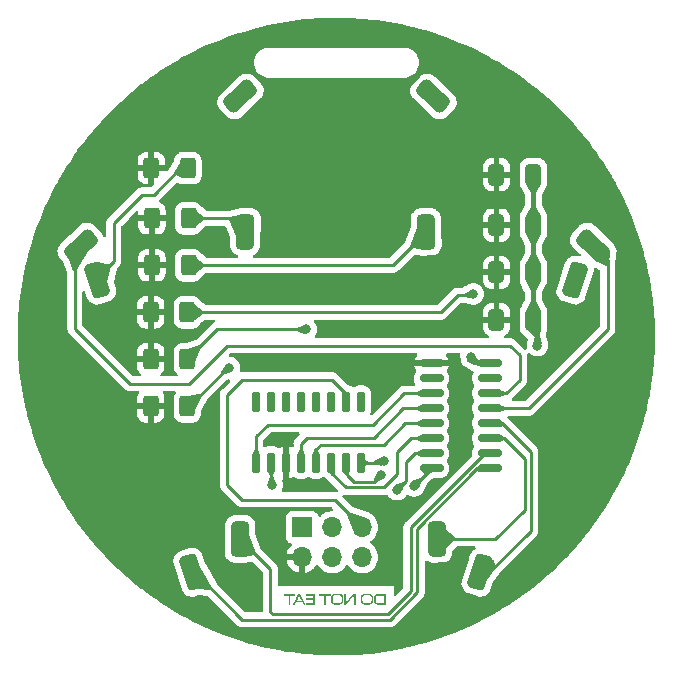
<source format=gbr>
%TF.GenerationSoftware,KiCad,Pcbnew,(7.0.0)*%
%TF.CreationDate,2024-01-04T11:39:15-05:00*%
%TF.ProjectId,MAGFest2023SolderingClass_variant1,4d414746-6573-4743-9230-3233536f6c64,rev?*%
%TF.SameCoordinates,Original*%
%TF.FileFunction,Copper,L2,Bot*%
%TF.FilePolarity,Positive*%
%FSLAX46Y46*%
G04 Gerber Fmt 4.6, Leading zero omitted, Abs format (unit mm)*
G04 Created by KiCad (PCBNEW (7.0.0)) date 2024-01-04 11:39:15*
%MOMM*%
%LPD*%
G01*
G04 APERTURE LIST*
G04 Aperture macros list*
%AMRoundRect*
0 Rectangle with rounded corners*
0 $1 Rounding radius*
0 $2 $3 $4 $5 $6 $7 $8 $9 X,Y pos of 4 corners*
0 Add a 4 corners polygon primitive as box body*
4,1,4,$2,$3,$4,$5,$6,$7,$8,$9,$2,$3,0*
0 Add four circle primitives for the rounded corners*
1,1,$1+$1,$2,$3*
1,1,$1+$1,$4,$5*
1,1,$1+$1,$6,$7*
1,1,$1+$1,$8,$9*
0 Add four rect primitives between the rounded corners*
20,1,$1+$1,$2,$3,$4,$5,0*
20,1,$1+$1,$4,$5,$6,$7,0*
20,1,$1+$1,$6,$7,$8,$9,0*
20,1,$1+$1,$8,$9,$2,$3,0*%
G04 Aperture macros list end*
%ADD10C,0.200000*%
%TA.AperFunction,NonConductor*%
%ADD11C,0.200000*%
%TD*%
%TA.AperFunction,ComponentPad*%
%ADD12RoundRect,0.381000X-0.016563X1.181968X-0.708143X-0.946497X0.016563X-1.181968X0.708143X0.946497X0*%
%TD*%
%TA.AperFunction,ComponentPad*%
%ADD13RoundRect,0.381000X-0.419820X1.105022X-0.341715X-1.131615X0.419820X-1.105022X0.341715X1.131615X0*%
%TD*%
%TA.AperFunction,ComponentPad*%
%ADD14RoundRect,0.381000X-0.708143X0.946497X-0.016563X-1.181968X0.708143X-0.946497X0.016563X1.181968X0*%
%TD*%
%TA.AperFunction,ComponentPad*%
%ADD15RoundRect,0.381000X0.558543X1.041802X-1.078226X-0.484510X-0.558543X-1.041802X1.078226X0.484510X0*%
%TD*%
%TA.AperFunction,ComponentPad*%
%ADD16R,1.700000X1.700000*%
%TD*%
%TA.AperFunction,ComponentPad*%
%ADD17O,1.700000X1.700000*%
%TD*%
%TA.AperFunction,ComponentPad*%
%ADD18RoundRect,0.381000X-1.078226X0.484510X0.558543X-1.041802X1.078226X-0.484510X-0.558543X1.041802X0*%
%TD*%
%TA.AperFunction,ComponentPad*%
%ADD19RoundRect,0.381000X-0.361413X1.125479X-0.400471X-1.112180X0.361413X-1.125479X0.400471X1.112180X0*%
%TD*%
%TA.AperFunction,SMDPad,CuDef*%
%ADD20RoundRect,0.250000X0.412500X0.650000X-0.412500X0.650000X-0.412500X-0.650000X0.412500X-0.650000X0*%
%TD*%
%TA.AperFunction,SMDPad,CuDef*%
%ADD21RoundRect,0.250000X0.400000X0.625000X-0.400000X0.625000X-0.400000X-0.625000X0.400000X-0.625000X0*%
%TD*%
%TA.AperFunction,SMDPad,CuDef*%
%ADD22RoundRect,0.150000X-0.825000X-0.150000X0.825000X-0.150000X0.825000X0.150000X-0.825000X0.150000X0*%
%TD*%
%TA.AperFunction,SMDPad,CuDef*%
%ADD23RoundRect,0.150000X-0.150000X0.725000X-0.150000X-0.725000X0.150000X-0.725000X0.150000X0.725000X0*%
%TD*%
%TA.AperFunction,ViaPad*%
%ADD24C,0.800000*%
%TD*%
%TA.AperFunction,Conductor*%
%ADD25C,0.400000*%
%TD*%
%TA.AperFunction,Conductor*%
%ADD26C,0.250000*%
%TD*%
G04 APERTURE END LIST*
D10*
D11*
G36*
X151215837Y-97527161D02*
G01*
X151223551Y-97533933D01*
X151226356Y-97544547D01*
X151226436Y-97547179D01*
X151226436Y-98396167D01*
X151224813Y-98405967D01*
X151218422Y-98413589D01*
X151208404Y-98416360D01*
X151205920Y-98416440D01*
X150618027Y-98416440D01*
X150603193Y-98416352D01*
X150588672Y-98416088D01*
X150574464Y-98415650D01*
X150560569Y-98415035D01*
X150546987Y-98414245D01*
X150533718Y-98413280D01*
X150520761Y-98412139D01*
X150508118Y-98410822D01*
X150495788Y-98409330D01*
X150483770Y-98407662D01*
X150472065Y-98405819D01*
X150460674Y-98403800D01*
X150449595Y-98401606D01*
X150438829Y-98399236D01*
X150428376Y-98396690D01*
X150418237Y-98393969D01*
X150408381Y-98391051D01*
X150398842Y-98387974D01*
X150389620Y-98384738D01*
X150376381Y-98379589D01*
X150363854Y-98374082D01*
X150352041Y-98368220D01*
X150340939Y-98362001D01*
X150330551Y-98355426D01*
X150320875Y-98348494D01*
X150311912Y-98341206D01*
X150303662Y-98333562D01*
X150298558Y-98328268D01*
X150291648Y-98320104D01*
X150285117Y-98311275D01*
X150278963Y-98301780D01*
X150273187Y-98291620D01*
X150267789Y-98280794D01*
X150262768Y-98269303D01*
X150258126Y-98257147D01*
X150253861Y-98244325D01*
X150249974Y-98230837D01*
X150246465Y-98216684D01*
X150244336Y-98206879D01*
X150242354Y-98196770D01*
X150240500Y-98186347D01*
X150238774Y-98175612D01*
X150237176Y-98164564D01*
X150235706Y-98153203D01*
X150234364Y-98141529D01*
X150233149Y-98129542D01*
X150232062Y-98117242D01*
X150231104Y-98104629D01*
X150230273Y-98091703D01*
X150229569Y-98078465D01*
X150228994Y-98064913D01*
X150228547Y-98051048D01*
X150228227Y-98036871D01*
X150228035Y-98022380D01*
X150227971Y-98007577D01*
X150227971Y-98007333D01*
X150355466Y-98007333D01*
X150355492Y-98019750D01*
X150355569Y-98031816D01*
X150355698Y-98043530D01*
X150355878Y-98054891D01*
X150356110Y-98065901D01*
X150356394Y-98076558D01*
X150356728Y-98086864D01*
X150357115Y-98096817D01*
X150357710Y-98109541D01*
X150358397Y-98121638D01*
X150359153Y-98133045D01*
X150360076Y-98143697D01*
X150361168Y-98153592D01*
X150362768Y-98164899D01*
X150364631Y-98175025D01*
X150367213Y-98185619D01*
X150369144Y-98191736D01*
X150371924Y-98202532D01*
X150375318Y-98212573D01*
X150379325Y-98221858D01*
X150385624Y-98233063D01*
X150393014Y-98242924D01*
X150401496Y-98251442D01*
X150411069Y-98258617D01*
X150421734Y-98264448D01*
X150430449Y-98267940D01*
X150440102Y-98272130D01*
X150451203Y-98275908D01*
X150463750Y-98279274D01*
X150477744Y-98282228D01*
X150487877Y-98283968D01*
X150498654Y-98285525D01*
X150510073Y-98286899D01*
X150522135Y-98288090D01*
X150534841Y-98289097D01*
X150548189Y-98289922D01*
X150562181Y-98290563D01*
X150576815Y-98291021D01*
X150592093Y-98291296D01*
X150608013Y-98291387D01*
X151097232Y-98291387D01*
X151097232Y-97650494D01*
X150630484Y-97650494D01*
X150619779Y-97650545D01*
X150609310Y-97650698D01*
X150599077Y-97650953D01*
X150589081Y-97651311D01*
X150579320Y-97651770D01*
X150560508Y-97652995D01*
X150542640Y-97654628D01*
X150525717Y-97656670D01*
X150509738Y-97659120D01*
X150494703Y-97661979D01*
X150480614Y-97665245D01*
X150467468Y-97668920D01*
X150455268Y-97673004D01*
X150444012Y-97677496D01*
X150433700Y-97682396D01*
X150424333Y-97687704D01*
X150415910Y-97693421D01*
X150405047Y-97702762D01*
X150396187Y-97713473D01*
X150390764Y-97721880D01*
X150385728Y-97731301D01*
X150381080Y-97741735D01*
X150376819Y-97753182D01*
X150372946Y-97765642D01*
X150369459Y-97779115D01*
X150366361Y-97793602D01*
X150363649Y-97809102D01*
X150361325Y-97825615D01*
X150359388Y-97843141D01*
X150357839Y-97861681D01*
X150356677Y-97881234D01*
X150356241Y-97891390D01*
X150355902Y-97901800D01*
X150355660Y-97912463D01*
X150355515Y-97923379D01*
X150355466Y-97934548D01*
X150355466Y-98007333D01*
X150227971Y-98007333D01*
X150227993Y-97995575D01*
X150228059Y-97983809D01*
X150228169Y-97972280D01*
X150228323Y-97960988D01*
X150228520Y-97949932D01*
X150228761Y-97939113D01*
X150229047Y-97928530D01*
X150229376Y-97918184D01*
X150229749Y-97908075D01*
X150230166Y-97898202D01*
X150230873Y-97883836D01*
X150231680Y-97870003D01*
X150232585Y-97856703D01*
X150233589Y-97843934D01*
X150234657Y-97831616D01*
X150235756Y-97819757D01*
X150236884Y-97808358D01*
X150238043Y-97797417D01*
X150239231Y-97786937D01*
X150240450Y-97776915D01*
X150242121Y-97764268D01*
X150243846Y-97752438D01*
X150245625Y-97741424D01*
X150246534Y-97736223D01*
X150250191Y-97722512D01*
X150254384Y-97709284D01*
X150259113Y-97696538D01*
X150264379Y-97684276D01*
X150270181Y-97672496D01*
X150276518Y-97661199D01*
X150283393Y-97650384D01*
X150290803Y-97640053D01*
X150298749Y-97630204D01*
X150307232Y-97620838D01*
X150316251Y-97611954D01*
X150325806Y-97603554D01*
X150335897Y-97595636D01*
X150346525Y-97588201D01*
X150357688Y-97581248D01*
X150369388Y-97574779D01*
X150381162Y-97568804D01*
X150393648Y-97563215D01*
X150406846Y-97558012D01*
X150420755Y-97553194D01*
X150435377Y-97548761D01*
X150450709Y-97544714D01*
X150466754Y-97541052D01*
X150483510Y-97537776D01*
X150500979Y-97534885D01*
X150519159Y-97532380D01*
X150538050Y-97530260D01*
X150557653Y-97528525D01*
X150567722Y-97527802D01*
X150577969Y-97527176D01*
X150588393Y-97526646D01*
X150598995Y-97526212D01*
X150609776Y-97525875D01*
X150620734Y-97525634D01*
X150631870Y-97525490D01*
X150643184Y-97525442D01*
X151205920Y-97525442D01*
X151215837Y-97527161D01*
G37*
G36*
X149706895Y-97509836D02*
G01*
X149718299Y-97509914D01*
X149729489Y-97510044D01*
X149740467Y-97510226D01*
X149751231Y-97510460D01*
X149761781Y-97510746D01*
X149772119Y-97511084D01*
X149782243Y-97511474D01*
X149792155Y-97511916D01*
X149811337Y-97512956D01*
X149829667Y-97514204D01*
X149847144Y-97515660D01*
X149863767Y-97517324D01*
X149879538Y-97519196D01*
X149894456Y-97521275D01*
X149908521Y-97523563D01*
X149921733Y-97526059D01*
X149934092Y-97528763D01*
X149945598Y-97531675D01*
X149956251Y-97534795D01*
X149961258Y-97536433D01*
X149962479Y-97536433D01*
X149972308Y-97539892D01*
X149981828Y-97543582D01*
X149991039Y-97547505D01*
X149999940Y-97551660D01*
X150011328Y-97557560D01*
X150022166Y-97563872D01*
X150032455Y-97570596D01*
X150042194Y-97577732D01*
X150051384Y-97585281D01*
X150060024Y-97593234D01*
X150068237Y-97601584D01*
X150076022Y-97610331D01*
X150083380Y-97619475D01*
X150090310Y-97629016D01*
X150096813Y-97638953D01*
X150102889Y-97649288D01*
X150108537Y-97660019D01*
X150113353Y-97671194D01*
X150117787Y-97683100D01*
X150120863Y-97692511D01*
X150123724Y-97702334D01*
X150126370Y-97712570D01*
X150128801Y-97723217D01*
X150131018Y-97734277D01*
X150133020Y-97745749D01*
X150134808Y-97757633D01*
X150136380Y-97769929D01*
X150137777Y-97782624D01*
X150139036Y-97795706D01*
X150140158Y-97809174D01*
X150141143Y-97823029D01*
X150141990Y-97837270D01*
X150142700Y-97851897D01*
X150143097Y-97861863D01*
X150143433Y-97872001D01*
X150143708Y-97882311D01*
X150143921Y-97892792D01*
X150144074Y-97903446D01*
X150144166Y-97914270D01*
X150144196Y-97925267D01*
X150144177Y-97938656D01*
X150144120Y-97951771D01*
X150144024Y-97964614D01*
X150143891Y-97977184D01*
X150143719Y-97989481D01*
X150143509Y-98001505D01*
X150143261Y-98013257D01*
X150142975Y-98024735D01*
X150142651Y-98035941D01*
X150142288Y-98046873D01*
X150141887Y-98057533D01*
X150141448Y-98067920D01*
X150140971Y-98078034D01*
X150140456Y-98087876D01*
X150139612Y-98102126D01*
X150139311Y-98106740D01*
X150138337Y-98120201D01*
X150137248Y-98133109D01*
X150136042Y-98145463D01*
X150134720Y-98157263D01*
X150133283Y-98168510D01*
X150131729Y-98179202D01*
X150130060Y-98189341D01*
X150127654Y-98201998D01*
X150125041Y-98213670D01*
X150122947Y-98221778D01*
X150118522Y-98235577D01*
X150113612Y-98248824D01*
X150108218Y-98261520D01*
X150102339Y-98273664D01*
X150095975Y-98285257D01*
X150089127Y-98296299D01*
X150081794Y-98306789D01*
X150073976Y-98316727D01*
X150065674Y-98326114D01*
X150056887Y-98334950D01*
X150047615Y-98343234D01*
X150037859Y-98350967D01*
X150027618Y-98358148D01*
X150016892Y-98364778D01*
X150005682Y-98370857D01*
X149993987Y-98376384D01*
X149982974Y-98381234D01*
X149970940Y-98385772D01*
X149957886Y-98389996D01*
X149943810Y-98393908D01*
X149928714Y-98397507D01*
X149912597Y-98400793D01*
X149895459Y-98403766D01*
X149877300Y-98406426D01*
X149858120Y-98408773D01*
X149848147Y-98409829D01*
X149837919Y-98410807D01*
X149827436Y-98411706D01*
X149816698Y-98412528D01*
X149805704Y-98413271D01*
X149794456Y-98413936D01*
X149782952Y-98414523D01*
X149771192Y-98415031D01*
X149759178Y-98415462D01*
X149746908Y-98415814D01*
X149734384Y-98416087D01*
X149721604Y-98416283D01*
X149708568Y-98416400D01*
X149695278Y-98416440D01*
X149559479Y-98416440D01*
X149547986Y-98416412D01*
X149536711Y-98416329D01*
X149525653Y-98416190D01*
X149514813Y-98415997D01*
X149504190Y-98415748D01*
X149493785Y-98415443D01*
X149483597Y-98415084D01*
X149473627Y-98414669D01*
X149459080Y-98413942D01*
X149445022Y-98413092D01*
X149431454Y-98412116D01*
X149418375Y-98411017D01*
X149405786Y-98409792D01*
X149401698Y-98409356D01*
X149389677Y-98407964D01*
X149377979Y-98406443D01*
X149366602Y-98404793D01*
X149355547Y-98403014D01*
X149344815Y-98401106D01*
X149334404Y-98399070D01*
X149324316Y-98396904D01*
X149314549Y-98394610D01*
X149302028Y-98391351D01*
X149290079Y-98387863D01*
X149295941Y-98382001D01*
X149283755Y-98379566D01*
X149271990Y-98376414D01*
X149260644Y-98372544D01*
X149249718Y-98367957D01*
X149239211Y-98362653D01*
X149229125Y-98356631D01*
X149219458Y-98349891D01*
X149210211Y-98342434D01*
X149201342Y-98334427D01*
X149192931Y-98326039D01*
X149184978Y-98317269D01*
X149177483Y-98308118D01*
X149170446Y-98298585D01*
X149163866Y-98288670D01*
X149157745Y-98278374D01*
X149152082Y-98267696D01*
X149147254Y-98256178D01*
X149142785Y-98243974D01*
X149139669Y-98234369D01*
X149136754Y-98224379D01*
X149134042Y-98214002D01*
X149131531Y-98203238D01*
X149129222Y-98192089D01*
X149127115Y-98180552D01*
X149125209Y-98168630D01*
X149123505Y-98156321D01*
X149121978Y-98143638D01*
X149120600Y-98130595D01*
X149119373Y-98117191D01*
X149118296Y-98103427D01*
X149117369Y-98089302D01*
X149116593Y-98074816D01*
X149116159Y-98064959D01*
X149115792Y-98054941D01*
X149115491Y-98044763D01*
X149115257Y-98034425D01*
X149115090Y-98023926D01*
X149114990Y-98013267D01*
X149114959Y-98003181D01*
X149242452Y-98003181D01*
X149242501Y-98016602D01*
X149242649Y-98029662D01*
X149242896Y-98042362D01*
X149243241Y-98054701D01*
X149243686Y-98066679D01*
X149244229Y-98078297D01*
X149244871Y-98089554D01*
X149245611Y-98100450D01*
X149246451Y-98110986D01*
X149247389Y-98121161D01*
X149248069Y-98127744D01*
X149249561Y-98140392D01*
X149251351Y-98152321D01*
X149253439Y-98163534D01*
X149255824Y-98174028D01*
X149258507Y-98183806D01*
X149262279Y-98195019D01*
X149266516Y-98205110D01*
X149268341Y-98208833D01*
X149272446Y-98218565D01*
X149277340Y-98227609D01*
X149283024Y-98235967D01*
X149289499Y-98243638D01*
X149296763Y-98250622D01*
X149304817Y-98256918D01*
X149313662Y-98262528D01*
X149323296Y-98267451D01*
X149333720Y-98271687D01*
X149344934Y-98275237D01*
X149352849Y-98277221D01*
X149363767Y-98279753D01*
X149376463Y-98282035D01*
X149390935Y-98284069D01*
X149401571Y-98285286D01*
X149412997Y-98286393D01*
X149425213Y-98287389D01*
X149438219Y-98288274D01*
X149452015Y-98289049D01*
X149466601Y-98289713D01*
X149481977Y-98290267D01*
X149498143Y-98290709D01*
X149515099Y-98291041D01*
X149532844Y-98291263D01*
X149551380Y-98291373D01*
X149560944Y-98291387D01*
X149695278Y-98291387D01*
X149714357Y-98291332D01*
X149732639Y-98291166D01*
X149750124Y-98290889D01*
X149766810Y-98290502D01*
X149782700Y-98290004D01*
X149797791Y-98289395D01*
X149812085Y-98288676D01*
X149825581Y-98287846D01*
X149838280Y-98286905D01*
X149850181Y-98285854D01*
X149861285Y-98284691D01*
X149871591Y-98283419D01*
X149885554Y-98281302D01*
X149897723Y-98278937D01*
X149904838Y-98277221D01*
X149916395Y-98274088D01*
X149927252Y-98270277D01*
X149937409Y-98265788D01*
X149946867Y-98260620D01*
X149955625Y-98254774D01*
X149963683Y-98248250D01*
X149971041Y-98241047D01*
X149977699Y-98233166D01*
X149983657Y-98224606D01*
X149988916Y-98215368D01*
X149992033Y-98208833D01*
X149996660Y-98196609D01*
X150000831Y-98182924D01*
X150003360Y-98172990D01*
X150005686Y-98162408D01*
X150007809Y-98151177D01*
X150009731Y-98139296D01*
X150011450Y-98126767D01*
X150012967Y-98113590D01*
X150014282Y-98099763D01*
X150015394Y-98085288D01*
X150016304Y-98070164D01*
X150017012Y-98054391D01*
X150017518Y-98037970D01*
X150017821Y-98020900D01*
X150017923Y-98003181D01*
X150017923Y-97924534D01*
X150017820Y-97906814D01*
X150017514Y-97889741D01*
X150017004Y-97873315D01*
X150016289Y-97857536D01*
X150015370Y-97842403D01*
X150014247Y-97827917D01*
X150012920Y-97814078D01*
X150011389Y-97800886D01*
X150009654Y-97788341D01*
X150007714Y-97776443D01*
X150005570Y-97765192D01*
X150003222Y-97754587D01*
X150000670Y-97744630D01*
X149996459Y-97730906D01*
X149991789Y-97718638D01*
X149987300Y-97708688D01*
X149982077Y-97699446D01*
X149976120Y-97690913D01*
X149969429Y-97683089D01*
X149962004Y-97675973D01*
X149953844Y-97669565D01*
X149944950Y-97663866D01*
X149935323Y-97658875D01*
X149924961Y-97654592D01*
X149913865Y-97651018D01*
X149906059Y-97649028D01*
X149894869Y-97646497D01*
X149881905Y-97644214D01*
X149867168Y-97642181D01*
X149856359Y-97640963D01*
X149844761Y-97639856D01*
X149832375Y-97638860D01*
X149819201Y-97637975D01*
X149805239Y-97637200D01*
X149790489Y-97636536D01*
X149774951Y-97635983D01*
X149758625Y-97635540D01*
X149741511Y-97635208D01*
X149723609Y-97634987D01*
X149704918Y-97634876D01*
X149695278Y-97634862D01*
X149560944Y-97634862D01*
X149541865Y-97634918D01*
X149523583Y-97635084D01*
X149506098Y-97635360D01*
X149489412Y-97635748D01*
X149473522Y-97636246D01*
X149458431Y-97636854D01*
X149444137Y-97637574D01*
X149430641Y-97638404D01*
X149417942Y-97639345D01*
X149406041Y-97640396D01*
X149394937Y-97641558D01*
X149384631Y-97642831D01*
X149370668Y-97644947D01*
X149358499Y-97647313D01*
X149351384Y-97649028D01*
X149339700Y-97652130D01*
X149328827Y-97655941D01*
X149318765Y-97660459D01*
X149309515Y-97665687D01*
X149301077Y-97671622D01*
X149293450Y-97678266D01*
X149286634Y-97685618D01*
X149280630Y-97693679D01*
X149275437Y-97702448D01*
X149271056Y-97711926D01*
X149268586Y-97718638D01*
X149264092Y-97728351D01*
X149260075Y-97739174D01*
X149257205Y-97748631D01*
X149254641Y-97758798D01*
X149252382Y-97769674D01*
X149250428Y-97781260D01*
X149248779Y-97793556D01*
X149248069Y-97799971D01*
X149247065Y-97809905D01*
X149246160Y-97820201D01*
X149245354Y-97830857D01*
X149244646Y-97841873D01*
X149244037Y-97853251D01*
X149243527Y-97864989D01*
X149243115Y-97877087D01*
X149242803Y-97889547D01*
X149242589Y-97902367D01*
X149242473Y-97915547D01*
X149242452Y-97924534D01*
X149242452Y-98003181D01*
X149114959Y-98003181D01*
X149114957Y-98002448D01*
X149114979Y-97989059D01*
X149115045Y-97975944D01*
X149115154Y-97963101D01*
X149115308Y-97950531D01*
X149115505Y-97938234D01*
X149115747Y-97926210D01*
X149116032Y-97914458D01*
X149116361Y-97902980D01*
X149116734Y-97891774D01*
X149117151Y-97880842D01*
X149117612Y-97870182D01*
X149118117Y-97859795D01*
X149118665Y-97849681D01*
X149119258Y-97839839D01*
X149120229Y-97825589D01*
X149120574Y-97820975D01*
X149121653Y-97807487D01*
X149122784Y-97794591D01*
X149123966Y-97782288D01*
X149125200Y-97770577D01*
X149126485Y-97759459D01*
X149127821Y-97748933D01*
X149129210Y-97739000D01*
X149131141Y-97726677D01*
X149133163Y-97715408D01*
X149134740Y-97707647D01*
X149137865Y-97696959D01*
X149141286Y-97686601D01*
X149145004Y-97676574D01*
X149149017Y-97666877D01*
X149153327Y-97657511D01*
X149157933Y-97648476D01*
X149162835Y-97639771D01*
X149168034Y-97631397D01*
X149175426Y-97620746D01*
X149183345Y-97610682D01*
X149191687Y-97601203D01*
X149200472Y-97592303D01*
X149209700Y-97583984D01*
X149219371Y-97576244D01*
X149229484Y-97569085D01*
X149240040Y-97562505D01*
X149251038Y-97556506D01*
X149262479Y-97551087D01*
X149274316Y-97546089D01*
X149287049Y-97541413D01*
X149300679Y-97537059D01*
X149315205Y-97533028D01*
X149330629Y-97529320D01*
X149346949Y-97525934D01*
X149364167Y-97522870D01*
X149382281Y-97520129D01*
X149401291Y-97517711D01*
X149411133Y-97516622D01*
X149421199Y-97515615D01*
X149431489Y-97514688D01*
X149442004Y-97513841D01*
X149452742Y-97513075D01*
X149463705Y-97512390D01*
X149474892Y-97511785D01*
X149486303Y-97511261D01*
X149497939Y-97510818D01*
X149509798Y-97510455D01*
X149521882Y-97510173D01*
X149534190Y-97509971D01*
X149546722Y-97509850D01*
X149559479Y-97509810D01*
X149695278Y-97509810D01*
X149706895Y-97509836D01*
G37*
G36*
X147730588Y-98416440D02*
G01*
X147720671Y-98414817D01*
X147712957Y-98408425D01*
X147710152Y-98398408D01*
X147710072Y-98395923D01*
X147710072Y-97531792D01*
X147711695Y-97521166D01*
X147718086Y-97512901D01*
X147728104Y-97509896D01*
X147730588Y-97509810D01*
X147818760Y-97509810D01*
X147829268Y-97511549D01*
X147837441Y-97518397D01*
X147840307Y-97527864D01*
X147840498Y-97531792D01*
X147840498Y-98252064D01*
X148454036Y-97517870D01*
X148462157Y-97511825D01*
X148469911Y-97509810D01*
X148664329Y-97509810D01*
X148674246Y-97511549D01*
X148681960Y-97518397D01*
X148684665Y-97527864D01*
X148684845Y-97531792D01*
X148684845Y-98395923D01*
X148683222Y-98405841D01*
X148676831Y-98413554D01*
X148666813Y-98416359D01*
X148664329Y-98416440D01*
X148576401Y-98416440D01*
X148566484Y-98414817D01*
X148558770Y-98408425D01*
X148555965Y-98398408D01*
X148555885Y-98395923D01*
X148555885Y-97624116D01*
X148539276Y-97624116D01*
X147871761Y-98408379D01*
X147864586Y-98415306D01*
X147856618Y-98416440D01*
X147730588Y-98416440D01*
G37*
G36*
X147182401Y-97509836D02*
G01*
X147193805Y-97509914D01*
X147204995Y-97510044D01*
X147215972Y-97510226D01*
X147226737Y-97510460D01*
X147237287Y-97510746D01*
X147247625Y-97511084D01*
X147257749Y-97511474D01*
X147267661Y-97511916D01*
X147286843Y-97512956D01*
X147305173Y-97514204D01*
X147322650Y-97515660D01*
X147339273Y-97517324D01*
X147355044Y-97519196D01*
X147369962Y-97521275D01*
X147384027Y-97523563D01*
X147397239Y-97526059D01*
X147409598Y-97528763D01*
X147421104Y-97531675D01*
X147431757Y-97534795D01*
X147436764Y-97536433D01*
X147437985Y-97536433D01*
X147447814Y-97539892D01*
X147457334Y-97543582D01*
X147466545Y-97547505D01*
X147475446Y-97551660D01*
X147486834Y-97557560D01*
X147497672Y-97563872D01*
X147507961Y-97570596D01*
X147517700Y-97577732D01*
X147526890Y-97585281D01*
X147535530Y-97593234D01*
X147543743Y-97601584D01*
X147551528Y-97610331D01*
X147558886Y-97619475D01*
X147565816Y-97629016D01*
X147572319Y-97638953D01*
X147578394Y-97649288D01*
X147584043Y-97660019D01*
X147588859Y-97671194D01*
X147593293Y-97683100D01*
X147596369Y-97692511D01*
X147599230Y-97702334D01*
X147601876Y-97712570D01*
X147604307Y-97723217D01*
X147606524Y-97734277D01*
X147608526Y-97745749D01*
X147610313Y-97757633D01*
X147611886Y-97769929D01*
X147613283Y-97782624D01*
X147614542Y-97795706D01*
X147615664Y-97809174D01*
X147616649Y-97823029D01*
X147617496Y-97837270D01*
X147618206Y-97851897D01*
X147618603Y-97861863D01*
X147618939Y-97872001D01*
X147619214Y-97882311D01*
X147619427Y-97892792D01*
X147619580Y-97903446D01*
X147619672Y-97914270D01*
X147619702Y-97925267D01*
X147619683Y-97938656D01*
X147619626Y-97951771D01*
X147619530Y-97964614D01*
X147619397Y-97977184D01*
X147619225Y-97989481D01*
X147619015Y-98001505D01*
X147618767Y-98013257D01*
X147618481Y-98024735D01*
X147618156Y-98035941D01*
X147617794Y-98046873D01*
X147617393Y-98057533D01*
X147616954Y-98067920D01*
X147616477Y-98078034D01*
X147615962Y-98087876D01*
X147615118Y-98102126D01*
X147614817Y-98106740D01*
X147613843Y-98120201D01*
X147612754Y-98133109D01*
X147611548Y-98145463D01*
X147610226Y-98157263D01*
X147608789Y-98168510D01*
X147607235Y-98179202D01*
X147605566Y-98189341D01*
X147603160Y-98201998D01*
X147600547Y-98213670D01*
X147598453Y-98221778D01*
X147594028Y-98235577D01*
X147589118Y-98248824D01*
X147583724Y-98261520D01*
X147577845Y-98273664D01*
X147571481Y-98285257D01*
X147564633Y-98296299D01*
X147557300Y-98306789D01*
X147549482Y-98316727D01*
X147541180Y-98326114D01*
X147532393Y-98334950D01*
X147523121Y-98343234D01*
X147513365Y-98350967D01*
X147503124Y-98358148D01*
X147492398Y-98364778D01*
X147481188Y-98370857D01*
X147469493Y-98376384D01*
X147458480Y-98381234D01*
X147446446Y-98385772D01*
X147433392Y-98389996D01*
X147419316Y-98393908D01*
X147404220Y-98397507D01*
X147388103Y-98400793D01*
X147370965Y-98403766D01*
X147352806Y-98406426D01*
X147333626Y-98408773D01*
X147323653Y-98409829D01*
X147313425Y-98410807D01*
X147302942Y-98411706D01*
X147292204Y-98412528D01*
X147281210Y-98413271D01*
X147269962Y-98413936D01*
X147258458Y-98414523D01*
X147246698Y-98415031D01*
X147234684Y-98415462D01*
X147222414Y-98415814D01*
X147209890Y-98416087D01*
X147197109Y-98416283D01*
X147184074Y-98416400D01*
X147170784Y-98416440D01*
X147034985Y-98416440D01*
X147023492Y-98416412D01*
X147012217Y-98416329D01*
X147001159Y-98416190D01*
X146990319Y-98415997D01*
X146979696Y-98415748D01*
X146969291Y-98415443D01*
X146959103Y-98415084D01*
X146949133Y-98414669D01*
X146934586Y-98413942D01*
X146920528Y-98413092D01*
X146906960Y-98412116D01*
X146893881Y-98411017D01*
X146881292Y-98409792D01*
X146877204Y-98409356D01*
X146865183Y-98407964D01*
X146853485Y-98406443D01*
X146842108Y-98404793D01*
X146831053Y-98403014D01*
X146820321Y-98401106D01*
X146809910Y-98399070D01*
X146799822Y-98396904D01*
X146790055Y-98394610D01*
X146777534Y-98391351D01*
X146765585Y-98387863D01*
X146771447Y-98382001D01*
X146759261Y-98379566D01*
X146747496Y-98376414D01*
X146736150Y-98372544D01*
X146725224Y-98367957D01*
X146714717Y-98362653D01*
X146704631Y-98356631D01*
X146694964Y-98349891D01*
X146685717Y-98342434D01*
X146676848Y-98334427D01*
X146668437Y-98326039D01*
X146660484Y-98317269D01*
X146652989Y-98308118D01*
X146645952Y-98298585D01*
X146639372Y-98288670D01*
X146633251Y-98278374D01*
X146627588Y-98267696D01*
X146622760Y-98256178D01*
X146618291Y-98243974D01*
X146615175Y-98234369D01*
X146612260Y-98224379D01*
X146609548Y-98214002D01*
X146607037Y-98203238D01*
X146604728Y-98192089D01*
X146602620Y-98180552D01*
X146600715Y-98168630D01*
X146599011Y-98156321D01*
X146597483Y-98143638D01*
X146596106Y-98130595D01*
X146594879Y-98117191D01*
X146593802Y-98103427D01*
X146592875Y-98089302D01*
X146592099Y-98074816D01*
X146591665Y-98064959D01*
X146591298Y-98054941D01*
X146590997Y-98044763D01*
X146590763Y-98034425D01*
X146590596Y-98023926D01*
X146590496Y-98013267D01*
X146590465Y-98003181D01*
X146717957Y-98003181D01*
X146718007Y-98016602D01*
X146718155Y-98029662D01*
X146718402Y-98042362D01*
X146718747Y-98054701D01*
X146719192Y-98066679D01*
X146719735Y-98078297D01*
X146720377Y-98089554D01*
X146721117Y-98100450D01*
X146721957Y-98110986D01*
X146722895Y-98121161D01*
X146723575Y-98127744D01*
X146725067Y-98140392D01*
X146726857Y-98152321D01*
X146728945Y-98163534D01*
X146731330Y-98174028D01*
X146734013Y-98183806D01*
X146737785Y-98195019D01*
X146742022Y-98205110D01*
X146743847Y-98208833D01*
X146747952Y-98218565D01*
X146752846Y-98227609D01*
X146758530Y-98235967D01*
X146765005Y-98243638D01*
X146772269Y-98250622D01*
X146780323Y-98256918D01*
X146789168Y-98262528D01*
X146798802Y-98267451D01*
X146809226Y-98271687D01*
X146820440Y-98275237D01*
X146828355Y-98277221D01*
X146839273Y-98279753D01*
X146851969Y-98282035D01*
X146866441Y-98284069D01*
X146877077Y-98285286D01*
X146888503Y-98286393D01*
X146900719Y-98287389D01*
X146913725Y-98288274D01*
X146927521Y-98289049D01*
X146942107Y-98289713D01*
X146957483Y-98290267D01*
X146973649Y-98290709D01*
X146990605Y-98291041D01*
X147008350Y-98291263D01*
X147026886Y-98291373D01*
X147036450Y-98291387D01*
X147170784Y-98291387D01*
X147189863Y-98291332D01*
X147208145Y-98291166D01*
X147225630Y-98290889D01*
X147242316Y-98290502D01*
X147258205Y-98290004D01*
X147273297Y-98289395D01*
X147287591Y-98288676D01*
X147301087Y-98287846D01*
X147313786Y-98286905D01*
X147325687Y-98285854D01*
X147336791Y-98284691D01*
X147347097Y-98283419D01*
X147361060Y-98281302D01*
X147373229Y-98278937D01*
X147380344Y-98277221D01*
X147391901Y-98274088D01*
X147402758Y-98270277D01*
X147412915Y-98265788D01*
X147422373Y-98260620D01*
X147431131Y-98254774D01*
X147439188Y-98248250D01*
X147446547Y-98241047D01*
X147453205Y-98233166D01*
X147459163Y-98224606D01*
X147464422Y-98215368D01*
X147467539Y-98208833D01*
X147472166Y-98196609D01*
X147476337Y-98182924D01*
X147478866Y-98172990D01*
X147481192Y-98162408D01*
X147483315Y-98151177D01*
X147485237Y-98139296D01*
X147486956Y-98126767D01*
X147488473Y-98113590D01*
X147489788Y-98099763D01*
X147490900Y-98085288D01*
X147491810Y-98070164D01*
X147492518Y-98054391D01*
X147493024Y-98037970D01*
X147493327Y-98020900D01*
X147493428Y-98003181D01*
X147493428Y-97924534D01*
X147493326Y-97906814D01*
X147493020Y-97889741D01*
X147492510Y-97873315D01*
X147491795Y-97857536D01*
X147490876Y-97842403D01*
X147489753Y-97827917D01*
X147488426Y-97814078D01*
X147486895Y-97800886D01*
X147485160Y-97788341D01*
X147483220Y-97776443D01*
X147481076Y-97765192D01*
X147478728Y-97754587D01*
X147476176Y-97744630D01*
X147471965Y-97730906D01*
X147467295Y-97718638D01*
X147462806Y-97708688D01*
X147457583Y-97699446D01*
X147451626Y-97690913D01*
X147444935Y-97683089D01*
X147437510Y-97675973D01*
X147429350Y-97669565D01*
X147420456Y-97663866D01*
X147410829Y-97658875D01*
X147400467Y-97654592D01*
X147389371Y-97651018D01*
X147381565Y-97649028D01*
X147370375Y-97646497D01*
X147357411Y-97644214D01*
X147342674Y-97642181D01*
X147331864Y-97640963D01*
X147320267Y-97639856D01*
X147307881Y-97638860D01*
X147294707Y-97637975D01*
X147280745Y-97637200D01*
X147265995Y-97636536D01*
X147250457Y-97635983D01*
X147234131Y-97635540D01*
X147217017Y-97635208D01*
X147199115Y-97634987D01*
X147180424Y-97634876D01*
X147170784Y-97634862D01*
X147036450Y-97634862D01*
X147017371Y-97634918D01*
X146999089Y-97635084D01*
X146981604Y-97635360D01*
X146964918Y-97635748D01*
X146949028Y-97636246D01*
X146933937Y-97636854D01*
X146919643Y-97637574D01*
X146906147Y-97638404D01*
X146893448Y-97639345D01*
X146881547Y-97640396D01*
X146870443Y-97641558D01*
X146860137Y-97642831D01*
X146846174Y-97644947D01*
X146834005Y-97647313D01*
X146826890Y-97649028D01*
X146815205Y-97652130D01*
X146804333Y-97655941D01*
X146794271Y-97660459D01*
X146785021Y-97665687D01*
X146776583Y-97671622D01*
X146768956Y-97678266D01*
X146762140Y-97685618D01*
X146756136Y-97693679D01*
X146750943Y-97702448D01*
X146746562Y-97711926D01*
X146744091Y-97718638D01*
X146739598Y-97728351D01*
X146735581Y-97739174D01*
X146732711Y-97748631D01*
X146730147Y-97758798D01*
X146727887Y-97769674D01*
X146725934Y-97781260D01*
X146724285Y-97793556D01*
X146723575Y-97799971D01*
X146722571Y-97809905D01*
X146721666Y-97820201D01*
X146720860Y-97830857D01*
X146720152Y-97841873D01*
X146719543Y-97853251D01*
X146719033Y-97864989D01*
X146718621Y-97877087D01*
X146718309Y-97889547D01*
X146718095Y-97902367D01*
X146717979Y-97915547D01*
X146717957Y-97924534D01*
X146717957Y-98003181D01*
X146590465Y-98003181D01*
X146590463Y-98002448D01*
X146590485Y-97989059D01*
X146590550Y-97975944D01*
X146590660Y-97963101D01*
X146590814Y-97950531D01*
X146591011Y-97938234D01*
X146591253Y-97926210D01*
X146591538Y-97914458D01*
X146591867Y-97902980D01*
X146592240Y-97891774D01*
X146592657Y-97880842D01*
X146593118Y-97870182D01*
X146593623Y-97859795D01*
X146594171Y-97849681D01*
X146594764Y-97839839D01*
X146595735Y-97825589D01*
X146596080Y-97820975D01*
X146597159Y-97807487D01*
X146598290Y-97794591D01*
X146599472Y-97782288D01*
X146600706Y-97770577D01*
X146601991Y-97759459D01*
X146603327Y-97748933D01*
X146604716Y-97739000D01*
X146606647Y-97726677D01*
X146608669Y-97715408D01*
X146610246Y-97707647D01*
X146613371Y-97696959D01*
X146616792Y-97686601D01*
X146620510Y-97676574D01*
X146624523Y-97666877D01*
X146628833Y-97657511D01*
X146633439Y-97648476D01*
X146638341Y-97639771D01*
X146643540Y-97631397D01*
X146650932Y-97620746D01*
X146658851Y-97610682D01*
X146667193Y-97601203D01*
X146675978Y-97592303D01*
X146685206Y-97583984D01*
X146694877Y-97576244D01*
X146704990Y-97569085D01*
X146715546Y-97562505D01*
X146726544Y-97556506D01*
X146737985Y-97551087D01*
X146749822Y-97546089D01*
X146762555Y-97541413D01*
X146776185Y-97537059D01*
X146790711Y-97533028D01*
X146806135Y-97529320D01*
X146822455Y-97525934D01*
X146839672Y-97522870D01*
X146857786Y-97520129D01*
X146876797Y-97517711D01*
X146886639Y-97516622D01*
X146896705Y-97515615D01*
X146906995Y-97514688D01*
X146917510Y-97513841D01*
X146928248Y-97513075D01*
X146939211Y-97512390D01*
X146950398Y-97511785D01*
X146961809Y-97511261D01*
X146973445Y-97510818D01*
X146985304Y-97510455D01*
X146997388Y-97510173D01*
X147009696Y-97509971D01*
X147022228Y-97509850D01*
X147034985Y-97509810D01*
X147170784Y-97509810D01*
X147182401Y-97509836D01*
G37*
G36*
X145620330Y-97650494D02*
G01*
X145609822Y-97648832D01*
X145601649Y-97642289D01*
X145598677Y-97632033D01*
X145598592Y-97629489D01*
X145598592Y-97546446D01*
X145600312Y-97536293D01*
X145607084Y-97528395D01*
X145617698Y-97525524D01*
X145620330Y-97525442D01*
X146531600Y-97525442D01*
X146542226Y-97527103D01*
X146550491Y-97533647D01*
X146553496Y-97543903D01*
X146553582Y-97546446D01*
X146553582Y-97629489D01*
X146551843Y-97639643D01*
X146544995Y-97647540D01*
X146535529Y-97650309D01*
X146531600Y-97650494D01*
X146140567Y-97650494D01*
X146140567Y-98396167D01*
X146139060Y-98405967D01*
X146132363Y-98414044D01*
X146122689Y-98416420D01*
X146121516Y-98416440D01*
X146033345Y-98416440D01*
X146023427Y-98414836D01*
X146015713Y-98408521D01*
X146012909Y-98398622D01*
X146012828Y-98396167D01*
X146012828Y-97650494D01*
X145620330Y-97650494D01*
G37*
G36*
X144449430Y-98416440D02*
G01*
X144439512Y-98414508D01*
X144432460Y-98407089D01*
X144430623Y-98396656D01*
X144430623Y-98311171D01*
X144432460Y-98300738D01*
X144439512Y-98293319D01*
X144449430Y-98291387D01*
X145088613Y-98291387D01*
X145088613Y-98010019D01*
X144470435Y-98010019D01*
X144460517Y-98007968D01*
X144453465Y-98000091D01*
X144451646Y-97990307D01*
X144451628Y-97989015D01*
X144451628Y-97905972D01*
X144453116Y-97895818D01*
X144458974Y-97887921D01*
X144469278Y-97884988D01*
X144470435Y-97884967D01*
X145088613Y-97884967D01*
X145088613Y-97650494D01*
X144449430Y-97650494D01*
X144439512Y-97648443D01*
X144432460Y-97640566D01*
X144430642Y-97630781D01*
X144430623Y-97629489D01*
X144430623Y-97546446D01*
X144432111Y-97536293D01*
X144437970Y-97528395D01*
X144448273Y-97525462D01*
X144449430Y-97525442D01*
X145197057Y-97525442D01*
X145206975Y-97527161D01*
X145214689Y-97533933D01*
X145217494Y-97544547D01*
X145217574Y-97547179D01*
X145217574Y-98396167D01*
X145215951Y-98405967D01*
X145209559Y-98413589D01*
X145199542Y-98416360D01*
X145197057Y-98416440D01*
X144449430Y-98416440D01*
G37*
G36*
X143969579Y-97512049D02*
G01*
X143974866Y-97516160D01*
X144407176Y-98388840D01*
X144400093Y-98368812D01*
X144407231Y-98376885D01*
X144413831Y-98385237D01*
X144418393Y-98394092D01*
X144418411Y-98394458D01*
X144418411Y-98395923D01*
X144416807Y-98405841D01*
X144410492Y-98413554D01*
X144400594Y-98416359D01*
X144398139Y-98416440D01*
X144300198Y-98416440D01*
X144295889Y-98416440D01*
X144300930Y-98438177D01*
X144289719Y-98416440D01*
X144285299Y-98416440D01*
X144287117Y-98411394D01*
X144184915Y-98213229D01*
X143604838Y-98213229D01*
X143495173Y-98405937D01*
X143496394Y-98404472D01*
X143502210Y-98412761D01*
X143502989Y-98416440D01*
X143493001Y-98416440D01*
X143486625Y-98416440D01*
X143384531Y-98416440D01*
X143374485Y-98414436D01*
X143367341Y-98406742D01*
X143365480Y-98395923D01*
X143365480Y-98394458D01*
X143368753Y-98384740D01*
X143372843Y-98375639D01*
X143377652Y-98365587D01*
X143382577Y-98355623D01*
X143375494Y-98388840D01*
X143525405Y-98088177D01*
X143671516Y-98088177D01*
X144117992Y-98088177D01*
X143892800Y-97648540D01*
X143671516Y-98088177D01*
X143525405Y-98088177D01*
X143810735Y-97515916D01*
X143814398Y-97511764D01*
X143824168Y-97509810D01*
X143959967Y-97509810D01*
X143969579Y-97512049D01*
G37*
G36*
X142611258Y-97650494D02*
G01*
X142600750Y-97648832D01*
X142592577Y-97642289D01*
X142589606Y-97632033D01*
X142589521Y-97629489D01*
X142589521Y-97546446D01*
X142591240Y-97536293D01*
X142598012Y-97528395D01*
X142608626Y-97525524D01*
X142611258Y-97525442D01*
X143522528Y-97525442D01*
X143533154Y-97527103D01*
X143541419Y-97533647D01*
X143544424Y-97543903D01*
X143544510Y-97546446D01*
X143544510Y-97629489D01*
X143542771Y-97639643D01*
X143535923Y-97647540D01*
X143526457Y-97650309D01*
X143522528Y-97650494D01*
X143131495Y-97650494D01*
X143131495Y-98396167D01*
X143129989Y-98405967D01*
X143123291Y-98414044D01*
X143113617Y-98416420D01*
X143112445Y-98416440D01*
X143024273Y-98416440D01*
X143014355Y-98414836D01*
X143006642Y-98408521D01*
X143003837Y-98398622D01*
X143003756Y-98396167D01*
X143003756Y-97650494D01*
X142611258Y-97650494D01*
G37*
D12*
%TO.P,D4,1,K*%
%TO.N,Net-(D4-K)*%
X167262221Y-70941265D03*
%TO.P,D4,2,A*%
%TO.N,Net-(D4-A)*%
X159227779Y-95668735D03*
%TD*%
D13*
%TO.P,D3,1,K*%
%TO.N,Net-(D3-K)*%
X154651307Y-66862919D03*
%TO.P,D3,2,A*%
%TO.N,Net-(D3-A)*%
X155558693Y-92847081D03*
%TD*%
D14*
%TO.P,D1,1,K*%
%TO.N,Net-(D1-K)*%
X126797779Y-70941265D03*
%TO.P,D1,2,A*%
%TO.N,Net-(D1-A)*%
X134832221Y-95668735D03*
%TD*%
D15*
%TO.P,D6,1,K*%
%TO.N,Net-(D6-K)*%
X138920022Y-55396515D03*
%TO.P,D6,2,A*%
%TO.N,Net-(D6-A)*%
X125389978Y-68013485D03*
%TD*%
D16*
%TO.P,J1,1,Pin_1*%
%TO.N,+3V3*%
X144144999Y-91861764D03*
D17*
%TO.P,J1,2,Pin_2*%
%TO.N,GND*%
X144144999Y-94401764D03*
%TO.P,J1,3,Pin_3*%
%TO.N,unconnected-(J1-Pin_3-Pad3)*%
X146684999Y-91861764D03*
%TO.P,J1,4,Pin_4*%
%TO.N,unconnected-(J1-Pin_4-Pad4)*%
X146684999Y-94401764D03*
%TO.P,J1,5,Pin_5*%
%TO.N,/SWIO*%
X149224999Y-91861764D03*
%TO.P,J1,6,Pin_6*%
%TO.N,unconnected-(J1-Pin_6-Pad6)*%
X149224999Y-94401764D03*
%TD*%
D18*
%TO.P,D5,1,K*%
%TO.N,Net-(D5-K)*%
X155257590Y-55396515D03*
%TO.P,D5,2,A*%
%TO.N,Net-(D5-A)*%
X168787634Y-68013485D03*
%TD*%
D19*
%TO.P,D2,1,K*%
%TO.N,Net-(D2-K)*%
X139331881Y-66856980D03*
%TO.P,D2,2,A*%
%TO.N,Net-(D2-A)*%
X138878119Y-92853020D03*
%TD*%
D20*
%TO.P,C2,1*%
%TO.N,+3V3*%
X163720000Y-66295000D03*
%TO.P,C2,2*%
%TO.N,GND*%
X160595000Y-66295000D03*
%TD*%
D21*
%TO.P,R4,1*%
%TO.N,Net-(D4-K)*%
X134425000Y-73665000D03*
%TO.P,R4,2*%
%TO.N,GND*%
X131325000Y-73665000D03*
%TD*%
D20*
%TO.P,C4,1*%
%TO.N,+3V3*%
X163720000Y-74285000D03*
%TO.P,C4,2*%
%TO.N,GND*%
X160595000Y-74285000D03*
%TD*%
D21*
%TO.P,R3,1*%
%TO.N,Net-(D3-K)*%
X134525000Y-69685000D03*
%TO.P,R3,2*%
%TO.N,GND*%
X131425000Y-69685000D03*
%TD*%
D22*
%TO.P,U1,1,I1*%
%TO.N,Net-(U1-I1)*%
X155095000Y-86885000D03*
%TO.P,U1,2,I2*%
%TO.N,Net-(U1-I2)*%
X155095000Y-85615000D03*
%TO.P,U1,3,I3*%
%TO.N,Net-(U1-I3)*%
X155095000Y-84345000D03*
%TO.P,U1,4,I4*%
%TO.N,Net-(U1-I4)*%
X155095000Y-83075000D03*
%TO.P,U1,5,I5*%
%TO.N,Net-(U1-I5)*%
X155095000Y-81805000D03*
%TO.P,U1,6,I6*%
%TO.N,Net-(U1-I6)*%
X155095000Y-80535000D03*
%TO.P,U1,7,I7*%
%TO.N,unconnected-(U1-I7-Pad7)*%
X155095000Y-79265000D03*
%TO.P,U1,8,GND*%
%TO.N,GND*%
X155095000Y-77995000D03*
%TO.P,U1,9,COM*%
%TO.N,+3V3*%
X160045000Y-77995000D03*
%TO.P,U1,10,O7*%
%TO.N,unconnected-(U1-O7-Pad10)*%
X160045000Y-79265000D03*
%TO.P,U1,11,O6*%
%TO.N,Net-(D6-A)*%
X160045000Y-80535000D03*
%TO.P,U1,12,O5*%
%TO.N,Net-(D5-A)*%
X160045000Y-81805000D03*
%TO.P,U1,13,O4*%
%TO.N,Net-(D4-A)*%
X160045000Y-83075000D03*
%TO.P,U1,14,O3*%
%TO.N,Net-(D3-A)*%
X160045000Y-84345000D03*
%TO.P,U1,15,O2*%
%TO.N,Net-(D2-A)*%
X160045000Y-85615000D03*
%TO.P,U1,16,O1*%
%TO.N,Net-(D1-A)*%
X160045000Y-86885000D03*
%TD*%
D20*
%TO.P,C1,1*%
%TO.N,+3V3*%
X163720000Y-62025000D03*
%TO.P,C1,2*%
%TO.N,GND*%
X160595000Y-62025000D03*
%TD*%
D21*
%TO.P,R5,1*%
%TO.N,Net-(D5-K)*%
X134425000Y-77645000D03*
%TO.P,R5,2*%
%TO.N,GND*%
X131325000Y-77645000D03*
%TD*%
%TO.P,R1,1*%
%TO.N,Net-(D1-K)*%
X134465000Y-61455000D03*
%TO.P,R1,2*%
%TO.N,GND*%
X131365000Y-61455000D03*
%TD*%
%TO.P,R2,1*%
%TO.N,Net-(D2-K)*%
X134525000Y-65705000D03*
%TO.P,R2,2*%
%TO.N,GND*%
X131425000Y-65705000D03*
%TD*%
%TO.P,R6,1*%
%TO.N,Net-(D6-K)*%
X134425000Y-81625000D03*
%TO.P,R6,2*%
%TO.N,GND*%
X131325000Y-81625000D03*
%TD*%
D23*
%TO.P,U2,1,PC1_SDA*%
%TO.N,unconnected-(U2-PC1_SDA-Pad1)*%
X140235000Y-81245000D03*
%TO.P,U2,2,PC2_SCL*%
%TO.N,unconnected-(U2-PC2_SCL-Pad2)*%
X141505000Y-81245000D03*
%TO.P,U2,3,PC3*%
%TO.N,unconnected-(U2-PC3-Pad3)*%
X142775000Y-81245000D03*
%TO.P,U2,4,PC4_A2_T1CH4*%
%TO.N,unconnected-(U2-PC4_A2_T1CH4-Pad4)*%
X144045000Y-81245000D03*
%TO.P,U2,5,PC6_MOSI*%
%TO.N,unconnected-(U2-PC6_MOSI-Pad5)*%
X145315000Y-81245000D03*
%TO.P,U2,6,PC7_MISO*%
%TO.N,unconnected-(U2-PC7_MISO-Pad6)*%
X146585000Y-81245000D03*
%TO.P,U2,7,SWIO&PD1_T1CH3N*%
%TO.N,/SWIO*%
X147855000Y-81245000D03*
%TO.P,U2,8,PD4_A7_T2AETR2*%
%TO.N,unconnected-(U2-PD4_A7_T2AETR2-Pad8)*%
X149125000Y-81245000D03*
%TO.P,U2,9,PD5_A5_UART_TX*%
%TO.N,Net-(U1-I1)*%
X149125000Y-86395000D03*
%TO.P,U2,10,PD6_A6_UART_RX*%
%TO.N,Net-(U1-I2)*%
X147855000Y-86395000D03*
%TO.P,U2,11,PD7_NRST_T2CH4*%
%TO.N,Net-(U1-I3)*%
X146585000Y-86395000D03*
%TO.P,U2,12,PA1_A1_T1CH2_OSCI*%
%TO.N,Net-(U1-I4)*%
X145315000Y-86395000D03*
%TO.P,U2,13,PA2_A0_T1CH2N_OSCO*%
%TO.N,Net-(U1-I5)*%
X144045000Y-86395000D03*
%TO.P,U2,14,vss*%
%TO.N,GND*%
X142775000Y-86395000D03*
%TO.P,U2,15,VDD*%
%TO.N,+3V3*%
X141505000Y-86395000D03*
%TO.P,U2,16,PC0_T2CH3*%
%TO.N,Net-(U1-I6)*%
X140235000Y-86395000D03*
%TD*%
D20*
%TO.P,C3,1*%
%TO.N,+3V3*%
X163720000Y-70290000D03*
%TO.P,C3,2*%
%TO.N,GND*%
X160595000Y-70290000D03*
%TD*%
D24*
%TO.N,+3V3*%
X141605000Y-88265000D03*
X164055000Y-76495000D03*
X158445194Y-77419500D03*
%TO.N,Net-(D4-K)*%
X158645000Y-72115000D03*
%TO.N,Net-(D5-K)*%
X144495000Y-75105000D03*
%TO.N,Net-(D6-K)*%
X137965000Y-78345000D03*
%TO.N,Net-(U1-I1)*%
X153625000Y-88365000D03*
X151035000Y-86275000D03*
%TO.N,Net-(U1-I2)*%
X152185000Y-88685000D03*
X150835000Y-87425000D03*
%TD*%
D25*
%TO.N,+3V3*%
X159020694Y-77995000D02*
X160045000Y-77995000D01*
X158445194Y-77419500D02*
X159020694Y-77995000D01*
D26*
X141505000Y-88165000D02*
X141605000Y-88265000D01*
X141505000Y-86395000D02*
X141505000Y-88165000D01*
%TO.N,/SWIO*%
X146685000Y-79375000D02*
X147955000Y-80645000D01*
X139065000Y-79375000D02*
X146685000Y-79375000D01*
X137795000Y-80645000D02*
X139065000Y-79375000D01*
X137795000Y-88265000D02*
X137795000Y-80645000D01*
X139065000Y-89535000D02*
X137795000Y-88265000D01*
X146898235Y-89535000D02*
X139065000Y-89535000D01*
X149225000Y-91861765D02*
X146898235Y-89535000D01*
%TO.N,Net-(D1-K)*%
X128185000Y-66105000D02*
X128185000Y-69345000D01*
X134465000Y-61455000D02*
X133836827Y-61455000D01*
X130555000Y-63735000D02*
X128185000Y-66105000D01*
X126997779Y-70532221D02*
X126997779Y-70941265D01*
X133836827Y-61455000D02*
X131556827Y-63735000D01*
X131556827Y-63735000D02*
X130555000Y-63735000D01*
X128185000Y-69345000D02*
X126997779Y-70532221D01*
%TO.N,Net-(D1-A)*%
X153875000Y-91993672D02*
X158983672Y-86885000D01*
X135032221Y-95668735D02*
X139058486Y-99695000D01*
X151571396Y-99695000D02*
X153875000Y-97391396D01*
X158983672Y-86885000D02*
X160045000Y-86885000D01*
X153875000Y-97391396D02*
X153875000Y-91993672D01*
X139058486Y-99695000D02*
X151571396Y-99695000D01*
%TO.N,Net-(D2-A)*%
X141665000Y-99245000D02*
X151385000Y-99245000D01*
X141455000Y-99035000D02*
X141665000Y-99245000D01*
X151385000Y-99245000D02*
X153345000Y-97285000D01*
X153345000Y-91887276D02*
X159617276Y-85615000D01*
X138878119Y-92853020D02*
X141455000Y-95429901D01*
X159617276Y-85615000D02*
X160045000Y-85615000D01*
X153345000Y-97285000D02*
X153345000Y-91887276D01*
X141455000Y-95429901D02*
X141455000Y-99035000D01*
%TO.N,Net-(D3-A)*%
X155558693Y-92847081D02*
X160502919Y-92847081D01*
X160502919Y-92847081D02*
X162985000Y-90365000D01*
X161225000Y-84345000D02*
X160045000Y-84345000D01*
X162985000Y-86105000D02*
X161225000Y-84345000D01*
X162985000Y-90365000D02*
X162985000Y-86105000D01*
%TO.N,Net-(D4-A)*%
X163505000Y-92155000D02*
X163505000Y-85495000D01*
X158990558Y-95668735D02*
X159991265Y-95668735D01*
X159991265Y-95668735D02*
X163505000Y-92155000D01*
X163505000Y-85495000D02*
X161085000Y-83075000D01*
X161085000Y-83075000D02*
X160045000Y-83075000D01*
%TO.N,Net-(D5-A)*%
X168787634Y-68013485D02*
X170015000Y-69240851D01*
X163315000Y-81805000D02*
X160045000Y-81805000D01*
X170015000Y-69240851D02*
X170015000Y-75105000D01*
X170015000Y-75105000D02*
X163315000Y-81805000D01*
%TO.N,Net-(D6-A)*%
X162565000Y-79405000D02*
X162565000Y-77315000D01*
X129556827Y-79715000D02*
X124905000Y-75063173D01*
X134585000Y-79715000D02*
X129556827Y-79715000D01*
X161435000Y-80535000D02*
X162565000Y-79405000D01*
X124905000Y-68498463D02*
X125389978Y-68013485D01*
X160045000Y-80535000D02*
X161435000Y-80535000D01*
X161745000Y-76495000D02*
X137805000Y-76495000D01*
X137805000Y-76495000D02*
X134585000Y-79715000D01*
X162565000Y-77315000D02*
X161745000Y-76495000D01*
X124905000Y-75063173D02*
X124905000Y-68498463D01*
D25*
%TO.N,+3V3*%
X163720000Y-70290000D02*
X163720000Y-66295000D01*
X164055000Y-76495000D02*
X164055000Y-74620000D01*
X163720000Y-62025000D02*
X163720000Y-66295000D01*
X164055000Y-74620000D02*
X163720000Y-74285000D01*
X163795000Y-61950000D02*
X163720000Y-62025000D01*
X163720000Y-70290000D02*
X163720000Y-74285000D01*
D26*
%TO.N,Net-(D2-K)*%
X134525000Y-65705000D02*
X138179901Y-65705000D01*
X138179901Y-65705000D02*
X139331881Y-66856980D01*
%TO.N,Net-(D3-K)*%
X134525000Y-69685000D02*
X151829226Y-69685000D01*
X151829226Y-69685000D02*
X154651307Y-66862919D01*
%TO.N,Net-(D4-K)*%
X134425000Y-73665000D02*
X155855000Y-73665000D01*
X158545000Y-72215000D02*
X158645000Y-72115000D01*
X157305000Y-72215000D02*
X158545000Y-72215000D01*
X155855000Y-73665000D02*
X157305000Y-72215000D01*
%TO.N,Net-(D5-K)*%
X134425000Y-77645000D02*
X136965000Y-75105000D01*
X136965000Y-75105000D02*
X144495000Y-75105000D01*
%TO.N,Net-(D6-K)*%
X137865000Y-78345000D02*
X134585000Y-81625000D01*
X134585000Y-81625000D02*
X134425000Y-81625000D01*
X137965000Y-78345000D02*
X137865000Y-78345000D01*
%TO.N,Net-(U1-I1)*%
X151035000Y-86275000D02*
X150915000Y-86395000D01*
X153625000Y-88365000D02*
X153625000Y-88355000D01*
X150915000Y-86395000D02*
X149125000Y-86395000D01*
X153625000Y-88355000D02*
X155095000Y-86885000D01*
%TO.N,Net-(U1-I2)*%
X148505000Y-88045000D02*
X149715000Y-88045000D01*
X149715000Y-88045000D02*
X150215000Y-88045000D01*
X153675000Y-85615000D02*
X155095000Y-85615000D01*
X152935000Y-86355000D02*
X153675000Y-85615000D01*
X152935000Y-87935000D02*
X152935000Y-86355000D01*
X147905000Y-87445000D02*
X148505000Y-88045000D01*
X147855000Y-86395000D02*
X147905000Y-86445000D01*
X150215000Y-88045000D02*
X150835000Y-87425000D01*
X152185000Y-88685000D02*
X152935000Y-87935000D01*
X147905000Y-86445000D02*
X147905000Y-87445000D01*
%TO.N,Net-(U1-I3)*%
X151065000Y-88495000D02*
X152205000Y-87355000D01*
X147825000Y-88495000D02*
X151065000Y-88495000D01*
X146585000Y-87255000D02*
X147825000Y-88495000D01*
X152205000Y-85525000D02*
X153385000Y-84345000D01*
X153385000Y-84345000D02*
X155095000Y-84345000D01*
X152205000Y-87355000D02*
X152205000Y-85525000D01*
X146585000Y-86395000D02*
X146585000Y-87255000D01*
%TO.N,Net-(U1-I4)*%
X152875000Y-83075000D02*
X155095000Y-83075000D01*
X145715000Y-84865000D02*
X151085000Y-84865000D01*
X145345000Y-85955000D02*
X145345000Y-85235000D01*
X145345000Y-85235000D02*
X145715000Y-84865000D01*
X151085000Y-84865000D02*
X152875000Y-83075000D01*
X145315000Y-86395000D02*
X145315000Y-85985000D01*
X145315000Y-85985000D02*
X145345000Y-85955000D01*
%TO.N,Net-(U1-I5)*%
X144545000Y-84295000D02*
X150215000Y-84295000D01*
X150215000Y-84295000D02*
X152705000Y-81805000D01*
X144045000Y-84795000D02*
X144545000Y-84295000D01*
X152705000Y-81805000D02*
X155095000Y-81805000D01*
X144045000Y-86395000D02*
X144045000Y-84795000D01*
%TO.N,Net-(U1-I6)*%
X152805000Y-80535000D02*
X155095000Y-80535000D01*
X141215000Y-83195000D02*
X150145000Y-83195000D01*
X150145000Y-83195000D02*
X152805000Y-80535000D01*
X140235000Y-84175000D02*
X141215000Y-83195000D01*
X140235000Y-86395000D02*
X140235000Y-84175000D01*
%TD*%
%TA.AperFunction,Conductor*%
%TO.N,GND*%
G36*
X143872528Y-83842015D02*
G01*
X143916551Y-83879615D01*
X143938706Y-83933102D01*
X143934164Y-83990818D01*
X143903916Y-84040178D01*
X143655399Y-84288694D01*
X143652798Y-84291296D01*
X143644439Y-84298900D01*
X143637982Y-84303000D01*
X143632651Y-84308676D01*
X143632646Y-84308681D01*
X143591338Y-84352669D01*
X143588633Y-84355461D01*
X143568865Y-84375230D01*
X143566481Y-84378302D01*
X143566478Y-84378306D01*
X143566322Y-84378508D01*
X143558752Y-84387370D01*
X143545874Y-84401085D01*
X143528414Y-84419679D01*
X143524659Y-84426507D01*
X143524658Y-84426510D01*
X143518579Y-84437567D01*
X143507903Y-84453819D01*
X143500168Y-84463791D01*
X143500160Y-84463802D01*
X143495386Y-84469959D01*
X143492291Y-84477110D01*
X143492288Y-84477116D01*
X143477786Y-84510628D01*
X143472648Y-84521115D01*
X143455065Y-84553098D01*
X143455061Y-84553106D01*
X143451305Y-84559940D01*
X143449366Y-84567491D01*
X143449363Y-84567499D01*
X143446225Y-84579722D01*
X143439926Y-84598119D01*
X143431819Y-84616855D01*
X143430599Y-84624553D01*
X143430598Y-84624559D01*
X143424888Y-84660611D01*
X143422520Y-84672045D01*
X143413438Y-84707417D01*
X143413436Y-84707426D01*
X143411500Y-84714970D01*
X143411500Y-84722766D01*
X143411500Y-84735385D01*
X143409972Y-84754783D01*
X143406780Y-84774943D01*
X143407514Y-84782708D01*
X143407514Y-84782711D01*
X143410950Y-84819058D01*
X143411500Y-84830727D01*
X143411500Y-84985158D01*
X143394724Y-85047439D01*
X143348936Y-85092869D01*
X143286525Y-85109154D01*
X143224378Y-85091890D01*
X143191908Y-85072687D01*
X143177705Y-85066541D01*
X143035776Y-85025307D01*
X143028706Y-85026713D01*
X143025000Y-85039856D01*
X143025000Y-87750144D01*
X143028706Y-87763286D01*
X143035776Y-87764692D01*
X143177705Y-87723458D01*
X143191912Y-87717310D01*
X143319840Y-87641654D01*
X143327006Y-87636096D01*
X143375957Y-87613059D01*
X143430058Y-87613058D01*
X143479010Y-87636093D01*
X143482678Y-87638938D01*
X143488193Y-87644453D01*
X143631399Y-87729145D01*
X143791169Y-87775562D01*
X143828498Y-87778500D01*
X144259057Y-87778500D01*
X144261502Y-87778500D01*
X144298831Y-87775562D01*
X144458601Y-87729145D01*
X144601807Y-87644453D01*
X144605407Y-87640852D01*
X144652949Y-87618480D01*
X144707051Y-87618480D01*
X144754592Y-87640852D01*
X144758193Y-87644453D01*
X144901399Y-87729145D01*
X145061169Y-87775562D01*
X145098498Y-87778500D01*
X145529057Y-87778500D01*
X145531502Y-87778500D01*
X145568831Y-87775562D01*
X145728601Y-87729145D01*
X145871807Y-87644453D01*
X145875407Y-87640852D01*
X145922949Y-87618480D01*
X145977051Y-87618480D01*
X146024592Y-87640852D01*
X146028193Y-87644453D01*
X146137951Y-87709364D01*
X146162510Y-87728414D01*
X146296556Y-87862460D01*
X146302257Y-87868558D01*
X146328802Y-87898942D01*
X146331994Y-87901720D01*
X146331996Y-87901722D01*
X146358224Y-87924549D01*
X146364498Y-87930403D01*
X147138528Y-88704433D01*
X147170554Y-88759769D01*
X147170755Y-88823705D01*
X147139078Y-88879242D01*
X147083943Y-88911616D01*
X147020013Y-88912218D01*
X146978265Y-88901500D01*
X146970463Y-88901500D01*
X146957850Y-88901500D01*
X146938452Y-88899973D01*
X146926001Y-88898001D01*
X146918292Y-88896780D01*
X146910526Y-88897514D01*
X146910523Y-88897514D01*
X146874177Y-88900950D01*
X146862508Y-88901500D01*
X142501336Y-88901500D01*
X142439336Y-88884887D01*
X142393949Y-88839500D01*
X142377336Y-88777500D01*
X142393949Y-88715500D01*
X142424906Y-88661880D01*
X142439527Y-88636556D01*
X142498542Y-88454928D01*
X142518504Y-88265000D01*
X142498542Y-88075072D01*
X142486793Y-88038914D01*
X142447888Y-87919176D01*
X142445635Y-87850334D01*
X142480465Y-87790910D01*
X142508041Y-87776631D01*
X142520875Y-87764767D01*
X142525000Y-87750144D01*
X142525000Y-85039856D01*
X142521293Y-85026713D01*
X142514223Y-85025307D01*
X142372294Y-85066541D01*
X142358087Y-85072689D01*
X142230155Y-85148347D01*
X142222981Y-85153912D01*
X142174031Y-85176942D01*
X142119934Y-85176940D01*
X142070986Y-85153905D01*
X142067326Y-85151066D01*
X142061807Y-85145547D01*
X141954379Y-85082014D01*
X141925318Y-85064827D01*
X141925315Y-85064825D01*
X141918601Y-85060855D01*
X141909438Y-85058193D01*
X141764913Y-85016205D01*
X141758831Y-85014438D01*
X141752521Y-85013941D01*
X141752514Y-85013940D01*
X141723936Y-85011691D01*
X141723921Y-85011690D01*
X141721502Y-85011500D01*
X141288498Y-85011500D01*
X141286079Y-85011690D01*
X141286063Y-85011691D01*
X141257485Y-85013940D01*
X141257476Y-85013941D01*
X141251169Y-85014438D01*
X141245088Y-85016204D01*
X141245086Y-85016205D01*
X141098891Y-85058678D01*
X141098888Y-85058679D01*
X141091399Y-85060855D01*
X141084683Y-85064826D01*
X141084680Y-85064828D01*
X141055621Y-85082014D01*
X140993474Y-85099278D01*
X140931063Y-85082992D01*
X140885276Y-85037563D01*
X140868500Y-84975282D01*
X140868500Y-84488766D01*
X140877939Y-84441313D01*
X140904819Y-84401085D01*
X141441085Y-83864819D01*
X141481313Y-83837939D01*
X141528766Y-83828500D01*
X143816233Y-83828500D01*
X143872528Y-83842015D01*
G37*
%TD.AperFunction*%
%TA.AperFunction,Conductor*%
G36*
X147377899Y-48735641D02*
G01*
X147378665Y-48735652D01*
X147957962Y-48746751D01*
X147961437Y-48746868D01*
X148413574Y-48768670D01*
X148414306Y-48768709D01*
X148993732Y-48802044D01*
X148997341Y-48802304D01*
X149447008Y-48841402D01*
X149447910Y-48841484D01*
X150026772Y-48897098D01*
X150030285Y-48897488D01*
X150477092Y-48953759D01*
X150477736Y-48953842D01*
X151055310Y-49031758D01*
X151058787Y-49032280D01*
X151501963Y-49105540D01*
X151502528Y-49105636D01*
X152077862Y-49205820D01*
X152081411Y-49206493D01*
X152520375Y-49296560D01*
X152520463Y-49296578D01*
X153093018Y-49419043D01*
X153096574Y-49419859D01*
X153530038Y-49526358D01*
X153530864Y-49526564D01*
X154084855Y-49667449D01*
X154099254Y-49671111D01*
X154102883Y-49672093D01*
X154530280Y-49794746D01*
X154531182Y-49795009D01*
X155095090Y-49961654D01*
X155098623Y-49962757D01*
X155519814Y-50101407D01*
X155520021Y-50101476D01*
X156079015Y-50290234D01*
X156082548Y-50291488D01*
X156496410Y-50445644D01*
X156496642Y-50445731D01*
X157049635Y-50656387D01*
X157053081Y-50657762D01*
X157458842Y-50826980D01*
X157459381Y-50827207D01*
X158005387Y-51059521D01*
X158008861Y-51061064D01*
X158368973Y-51227815D01*
X158405947Y-51244936D01*
X158406716Y-51245296D01*
X158945008Y-51499100D01*
X158948400Y-51500765D01*
X159336265Y-51698864D01*
X159336914Y-51699198D01*
X159867012Y-51974433D01*
X159870405Y-51976263D01*
X160119848Y-52116037D01*
X160248312Y-52188021D01*
X160249010Y-52188415D01*
X160770077Y-52484833D01*
X160773472Y-52486836D01*
X161141099Y-52711875D01*
X161652916Y-53029577D01*
X161656223Y-53031704D01*
X161848715Y-53159988D01*
X162012398Y-53269073D01*
X162013015Y-53269487D01*
X162514148Y-53607816D01*
X162517456Y-53610129D01*
X162861784Y-53859285D01*
X162862361Y-53859705D01*
X163352557Y-54218730D01*
X163355797Y-54221186D01*
X163687787Y-54481483D01*
X163688325Y-54481907D01*
X164166862Y-54861390D01*
X164169993Y-54863958D01*
X164250369Y-54932138D01*
X164489114Y-55134658D01*
X164489613Y-55135083D01*
X164955877Y-55534856D01*
X164958963Y-55537592D01*
X165264794Y-55817986D01*
X165265254Y-55818411D01*
X165718420Y-56238118D01*
X165721420Y-56240990D01*
X166013390Y-56530160D01*
X166013813Y-56530582D01*
X166453419Y-56970188D01*
X166456326Y-56973194D01*
X166728650Y-57264537D01*
X166733787Y-57270032D01*
X166734060Y-57270326D01*
X166790919Y-57331718D01*
X167159779Y-57729983D01*
X167162588Y-57733120D01*
X167424797Y-58036262D01*
X167425149Y-58036671D01*
X167599687Y-58240237D01*
X167836437Y-58516363D01*
X167839079Y-58519553D01*
X167954175Y-58663472D01*
X168086055Y-58828379D01*
X168086372Y-58828778D01*
X168482321Y-59328079D01*
X168484916Y-59331469D01*
X168715948Y-59644354D01*
X168716233Y-59644742D01*
X169096594Y-60164070D01*
X169099072Y-60167578D01*
X169313642Y-60482916D01*
X169313550Y-60482979D01*
X169313897Y-60483291D01*
X169678281Y-61023019D01*
X169680640Y-61026647D01*
X169878798Y-61343463D01*
X170226573Y-61903727D01*
X170228756Y-61907385D01*
X170354514Y-62126829D01*
X170409894Y-62223465D01*
X170714537Y-62758991D01*
X170740581Y-62804773D01*
X170742682Y-62808623D01*
X170906384Y-63121658D01*
X171063883Y-63424999D01*
X171219630Y-63724964D01*
X171221595Y-63728919D01*
X171367358Y-64035915D01*
X171367271Y-64035956D01*
X171367502Y-64036217D01*
X171662970Y-64662872D01*
X171664793Y-64666926D01*
X171792670Y-64965427D01*
X171846667Y-65092334D01*
X172069952Y-65617121D01*
X172071629Y-65621268D01*
X172181142Y-65906832D01*
X172181193Y-65907110D01*
X172181241Y-65907092D01*
X172439964Y-66586267D01*
X172441490Y-66590503D01*
X172532616Y-66858594D01*
X172532657Y-66858843D01*
X172532696Y-66858830D01*
X172772489Y-67568962D01*
X172773860Y-67573281D01*
X172846223Y-67816569D01*
X172846285Y-67816779D01*
X173067014Y-68563699D01*
X173068226Y-68568096D01*
X173121667Y-68776903D01*
X173121714Y-68777087D01*
X173323099Y-69568980D01*
X173324148Y-69573449D01*
X173358661Y-69733796D01*
X173358694Y-69733952D01*
X173540385Y-70583405D01*
X173541267Y-70587938D01*
X173556482Y-70674765D01*
X173556493Y-70674898D01*
X173556505Y-70674897D01*
X173718429Y-71604789D01*
X173719154Y-71609483D01*
X173856801Y-72629828D01*
X173857346Y-72634547D01*
X173955812Y-73659443D01*
X173956175Y-73664180D01*
X174015310Y-74692055D01*
X174015492Y-74696802D01*
X174035214Y-75726208D01*
X174035214Y-75730958D01*
X174015492Y-76760363D01*
X174015310Y-76765110D01*
X173956175Y-77792985D01*
X173955812Y-77797722D01*
X173857346Y-78822618D01*
X173856801Y-78827337D01*
X173719154Y-79847682D01*
X173718429Y-79852376D01*
X173556528Y-80782138D01*
X173556505Y-80782269D01*
X173541267Y-80869226D01*
X173540385Y-80873759D01*
X173358694Y-81723213D01*
X173358661Y-81723369D01*
X173324148Y-81883715D01*
X173323099Y-81888184D01*
X173121714Y-82680078D01*
X173121667Y-82680262D01*
X173068226Y-82889068D01*
X173067014Y-82893465D01*
X172846285Y-83640386D01*
X172846223Y-83640596D01*
X172773860Y-83883883D01*
X172772489Y-83888202D01*
X172532696Y-84598335D01*
X172532616Y-84598570D01*
X172441490Y-84866661D01*
X172439964Y-84870897D01*
X172181241Y-85550073D01*
X172181142Y-85550332D01*
X172071629Y-85835896D01*
X172069952Y-85840042D01*
X171792794Y-86491448D01*
X171792674Y-86491731D01*
X171664793Y-86790239D01*
X171662970Y-86794292D01*
X171367557Y-87420829D01*
X171367414Y-87421131D01*
X171221595Y-87728245D01*
X171219630Y-87732200D01*
X170906552Y-88335184D01*
X170906384Y-88335507D01*
X170742682Y-88648541D01*
X170740581Y-88652391D01*
X170410102Y-89233335D01*
X170409907Y-89233677D01*
X170228773Y-89549751D01*
X170226540Y-89553492D01*
X169879021Y-90113343D01*
X169878798Y-90113702D01*
X169680640Y-90430517D01*
X169678281Y-90434146D01*
X169313958Y-90973783D01*
X169313705Y-90974157D01*
X169099074Y-91289583D01*
X169096594Y-91293094D01*
X168716233Y-91812422D01*
X168715948Y-91812810D01*
X168484916Y-92125695D01*
X168482321Y-92129085D01*
X168086372Y-92628386D01*
X168086055Y-92628785D01*
X167839110Y-92937574D01*
X167836405Y-92940840D01*
X167425149Y-93420493D01*
X167424797Y-93420902D01*
X167162588Y-93724044D01*
X167159779Y-93727181D01*
X166734174Y-94186715D01*
X166733787Y-94187132D01*
X166456326Y-94483970D01*
X166453419Y-94486976D01*
X166013813Y-94926582D01*
X166013390Y-94927004D01*
X165721420Y-95216174D01*
X165718420Y-95219046D01*
X165265254Y-95638753D01*
X165264794Y-95639178D01*
X164958963Y-95919572D01*
X164955877Y-95922308D01*
X164489613Y-96322081D01*
X164489114Y-96322506D01*
X164170010Y-96593192D01*
X164166844Y-96595789D01*
X163688325Y-96975257D01*
X163687787Y-96975681D01*
X163355797Y-97235978D01*
X163352557Y-97238434D01*
X162862361Y-97597459D01*
X162861784Y-97597879D01*
X162517456Y-97847035D01*
X162514148Y-97849348D01*
X162013015Y-98187677D01*
X162012398Y-98188091D01*
X161656254Y-98425440D01*
X161652883Y-98427608D01*
X161141568Y-98744999D01*
X161140911Y-98745405D01*
X160773486Y-98970319D01*
X160770060Y-98972341D01*
X160249010Y-99268749D01*
X160248312Y-99269143D01*
X159870445Y-99480879D01*
X159866970Y-99482754D01*
X159336914Y-99757966D01*
X159336176Y-99758346D01*
X158948476Y-99956361D01*
X158944956Y-99958089D01*
X158406725Y-100211864D01*
X158405947Y-100212228D01*
X158008901Y-100396082D01*
X158005345Y-100397661D01*
X157459523Y-100629897D01*
X157458704Y-100630242D01*
X157053151Y-100799374D01*
X157049564Y-100800805D01*
X156497029Y-101011286D01*
X156496170Y-101011610D01*
X156082587Y-101165662D01*
X156078975Y-101166944D01*
X155520281Y-101355601D01*
X155519382Y-101355901D01*
X155098700Y-101494383D01*
X155095070Y-101495516D01*
X154531182Y-101662155D01*
X154530245Y-101662428D01*
X154102897Y-101785067D01*
X154099254Y-101786053D01*
X153530941Y-101930580D01*
X153529965Y-101930824D01*
X153096619Y-102037294D01*
X153092969Y-102038132D01*
X152520943Y-102160484D01*
X152519982Y-102160685D01*
X152402538Y-102184783D01*
X152081493Y-102250655D01*
X152077842Y-102251347D01*
X151502801Y-102351481D01*
X151501753Y-102351659D01*
X151058870Y-102424871D01*
X151055224Y-102425418D01*
X150477938Y-102503295D01*
X150476854Y-102503436D01*
X150030350Y-102559668D01*
X150026714Y-102560072D01*
X149448009Y-102615670D01*
X149446892Y-102615772D01*
X148997345Y-102654859D01*
X148993726Y-102655120D01*
X148414543Y-102688442D01*
X148413393Y-102688503D01*
X147961496Y-102710294D01*
X147957899Y-102710415D01*
X147378890Y-102721508D01*
X147377710Y-102721525D01*
X146924281Y-102725895D01*
X146920711Y-102725878D01*
X146342678Y-102714803D01*
X146341469Y-102714774D01*
X145887241Y-102701639D01*
X145883703Y-102701486D01*
X145307450Y-102668334D01*
X145306214Y-102668257D01*
X144851919Y-102637565D01*
X144848418Y-102637279D01*
X144274679Y-102582157D01*
X144273418Y-102582029D01*
X143819771Y-102533759D01*
X143816313Y-102533342D01*
X143246010Y-102456407D01*
X143244726Y-102456227D01*
X142792417Y-102390385D01*
X142789007Y-102389840D01*
X142222794Y-102291244D01*
X142221489Y-102291009D01*
X141771322Y-102207651D01*
X141767963Y-102206981D01*
X141206771Y-102086947D01*
X141205447Y-102086657D01*
X140757995Y-101985824D01*
X140754694Y-101985032D01*
X140199103Y-101843741D01*
X140197763Y-101843392D01*
X139753979Y-101725244D01*
X139750738Y-101724334D01*
X139201631Y-101562062D01*
X139200278Y-101561654D01*
X138760697Y-101426282D01*
X138757521Y-101425257D01*
X138215579Y-101242258D01*
X138214215Y-101241788D01*
X137779624Y-101089381D01*
X137776517Y-101088245D01*
X137242591Y-100884853D01*
X137241219Y-100884321D01*
X136812227Y-100715045D01*
X136809193Y-100713801D01*
X136283945Y-100490318D01*
X136282568Y-100489722D01*
X135859949Y-100303833D01*
X135856992Y-100302486D01*
X135341237Y-100059308D01*
X135339856Y-100058647D01*
X134924110Y-99856314D01*
X134921233Y-99854867D01*
X134415672Y-99592372D01*
X134414293Y-99591645D01*
X134006225Y-99373212D01*
X134003431Y-99371670D01*
X133508713Y-99090241D01*
X133507337Y-99089447D01*
X133107511Y-98855170D01*
X133104804Y-98853536D01*
X132621635Y-98553616D01*
X132620266Y-98552754D01*
X132229481Y-98303061D01*
X132226862Y-98301341D01*
X131755789Y-97983306D01*
X131754431Y-97982376D01*
X131373215Y-97717570D01*
X131370688Y-97715767D01*
X130965718Y-97419162D01*
X130912502Y-97380186D01*
X130911177Y-97379202D01*
X130540081Y-97099623D01*
X130537695Y-97097778D01*
X130092992Y-96745126D01*
X130091735Y-96744116D01*
X129731305Y-96450131D01*
X129729041Y-96448237D01*
X129298466Y-96079062D01*
X129297157Y-96077924D01*
X128948132Y-95770098D01*
X128945895Y-95768075D01*
X128530069Y-95382950D01*
X128528783Y-95381743D01*
X128191615Y-95060442D01*
X128189478Y-95058355D01*
X127788986Y-94657863D01*
X127787728Y-94656587D01*
X127462946Y-94322277D01*
X127460910Y-94320130D01*
X127076177Y-93904727D01*
X127074949Y-93903382D01*
X127023411Y-93846069D01*
X126763183Y-93556683D01*
X126761263Y-93554497D01*
X126704587Y-93488395D01*
X126548667Y-93306542D01*
X126392873Y-93124836D01*
X126391679Y-93123422D01*
X126093331Y-92764756D01*
X126091503Y-92762505D01*
X125812392Y-92410540D01*
X125740007Y-92319260D01*
X125738872Y-92317807D01*
X125717027Y-92289385D01*
X125454366Y-91947647D01*
X125452706Y-91945434D01*
X125167528Y-91556067D01*
X125118580Y-91489235D01*
X125117464Y-91487687D01*
X125111763Y-91479646D01*
X124847293Y-91106638D01*
X124845718Y-91104362D01*
X124829379Y-91080160D01*
X124529442Y-90635894D01*
X124528397Y-90634319D01*
X124516354Y-90615865D01*
X124272957Y-90242905D01*
X124271497Y-90240610D01*
X123973555Y-89760627D01*
X123972611Y-89759080D01*
X123732257Y-89357800D01*
X123730865Y-89355415D01*
X123684266Y-89273500D01*
X123451655Y-88864597D01*
X123450682Y-88862854D01*
X123384587Y-88742187D01*
X123225931Y-88452537D01*
X123224696Y-88450220D01*
X122964503Y-87949092D01*
X122963687Y-87947490D01*
X122754744Y-87528471D01*
X122753658Y-87526230D01*
X122512901Y-87015612D01*
X122512115Y-87013910D01*
X122319469Y-86587135D01*
X122318432Y-86584769D01*
X122097490Y-86065494D01*
X122096712Y-86063620D01*
X122003513Y-85833936D01*
X121920649Y-85629723D01*
X121919698Y-85627305D01*
X121718816Y-85099968D01*
X121718238Y-85098412D01*
X121558868Y-84657613D01*
X121558035Y-84655229D01*
X121538903Y-84598570D01*
X121377583Y-84120831D01*
X121376938Y-84118866D01*
X121375829Y-84115385D01*
X121270908Y-83786000D01*
X121234739Y-83672453D01*
X121233974Y-83669960D01*
X121180379Y-83488601D01*
X121074148Y-83129129D01*
X121073614Y-83127263D01*
X120948645Y-82675416D01*
X120948052Y-82673185D01*
X120852342Y-82296829D01*
X130175001Y-82296829D01*
X130175321Y-82303111D01*
X130184805Y-82395959D01*
X130187623Y-82409122D01*
X130238370Y-82562267D01*
X130244432Y-82575266D01*
X130328890Y-82712194D01*
X130337794Y-82723455D01*
X130451544Y-82837205D01*
X130462805Y-82846109D01*
X130599733Y-82930567D01*
X130612732Y-82936629D01*
X130765874Y-82987375D01*
X130779041Y-82990194D01*
X130871890Y-82999680D01*
X130878168Y-83000000D01*
X131058674Y-83000000D01*
X131071549Y-82996549D01*
X131075000Y-82983674D01*
X131075000Y-82983673D01*
X131575000Y-82983673D01*
X131578450Y-82996548D01*
X131591326Y-82999999D01*
X131771829Y-82999999D01*
X131778111Y-82999678D01*
X131870959Y-82990194D01*
X131884122Y-82987376D01*
X132037267Y-82936629D01*
X132050266Y-82930567D01*
X132187194Y-82846109D01*
X132198455Y-82837205D01*
X132312205Y-82723455D01*
X132321109Y-82712194D01*
X132405567Y-82575266D01*
X132411629Y-82562267D01*
X132462375Y-82409125D01*
X132465194Y-82395958D01*
X132474680Y-82303109D01*
X132475000Y-82296832D01*
X132475000Y-81891326D01*
X132471549Y-81878450D01*
X132458674Y-81875000D01*
X131591326Y-81875000D01*
X131578450Y-81878450D01*
X131575000Y-81891326D01*
X131575000Y-82983673D01*
X131075000Y-82983673D01*
X131075000Y-81891326D01*
X131071549Y-81878450D01*
X131058674Y-81875000D01*
X130191327Y-81875000D01*
X130178451Y-81878450D01*
X130175001Y-81891326D01*
X130175001Y-82296829D01*
X120852342Y-82296829D01*
X120809046Y-82126580D01*
X120808582Y-82124681D01*
X120701102Y-81668287D01*
X120700553Y-81665842D01*
X120683489Y-81586063D01*
X120582633Y-81114536D01*
X120582251Y-81112668D01*
X120492414Y-80652337D01*
X120491981Y-80649995D01*
X120395268Y-80094592D01*
X120394929Y-80092535D01*
X120322897Y-79629081D01*
X120322581Y-79626899D01*
X120247214Y-79068223D01*
X120246932Y-79065975D01*
X120242247Y-79025641D01*
X120192815Y-78600093D01*
X120192591Y-78597985D01*
X120138673Y-78036769D01*
X120138491Y-78034662D01*
X120102364Y-77566991D01*
X120102210Y-77564694D01*
X120069836Y-77001966D01*
X120069736Y-76999900D01*
X120051654Y-76531036D01*
X120051592Y-76528892D01*
X120040797Y-75965446D01*
X120040775Y-75963073D01*
X120040775Y-75494093D01*
X120040798Y-75491718D01*
X120041671Y-75446160D01*
X120051592Y-74928268D01*
X120051654Y-74926135D01*
X120069736Y-74457255D01*
X120069835Y-74455213D01*
X120102211Y-73892456D01*
X120102363Y-73890187D01*
X120138492Y-73422484D01*
X120138671Y-73420417D01*
X120192593Y-72859161D01*
X120192813Y-72857093D01*
X120246939Y-72391128D01*
X120247217Y-72388920D01*
X120252013Y-72353370D01*
X120322585Y-71830238D01*
X120322893Y-71828112D01*
X120394934Y-71364595D01*
X120395261Y-71362612D01*
X120491988Y-70807134D01*
X120492407Y-70804864D01*
X120582260Y-70344453D01*
X120582624Y-70342673D01*
X120700572Y-69791235D01*
X120701092Y-69788920D01*
X120808602Y-69332399D01*
X120809032Y-69330641D01*
X120948064Y-68783933D01*
X120948632Y-68781797D01*
X121035757Y-68466781D01*
X123417897Y-68466781D01*
X123418350Y-68473259D01*
X123418350Y-68473260D01*
X123430486Y-68646820D01*
X123430486Y-68646824D01*
X123430940Y-68653306D01*
X123432730Y-68659551D01*
X123432732Y-68659558D01*
X123472554Y-68798433D01*
X123482479Y-68833044D01*
X123485529Y-68838780D01*
X123485531Y-68838785D01*
X123567590Y-68993115D01*
X123567593Y-68993120D01*
X123570261Y-68998137D01*
X123618753Y-69059100D01*
X123654492Y-69097425D01*
X123899558Y-69360227D01*
X123924451Y-69399884D01*
X124263081Y-70271368D01*
X124271500Y-70316279D01*
X124271500Y-74984327D01*
X124270968Y-74995610D01*
X124269298Y-75003082D01*
X124269543Y-75010878D01*
X124269543Y-75010880D01*
X124271439Y-75071190D01*
X124271500Y-75075086D01*
X124271500Y-75103029D01*
X124271988Y-75106894D01*
X124271989Y-75106905D01*
X124272019Y-75107143D01*
X124272934Y-75118769D01*
X124274081Y-75155269D01*
X124274082Y-75155276D01*
X124274327Y-75163062D01*
X124276500Y-75170543D01*
X124276502Y-75170553D01*
X124280022Y-75182668D01*
X124283967Y-75201715D01*
X124286526Y-75221970D01*
X124289395Y-75229218D01*
X124289398Y-75229227D01*
X124302838Y-75263174D01*
X124306621Y-75274221D01*
X124318982Y-75316766D01*
X124322953Y-75323481D01*
X124322954Y-75323483D01*
X124329375Y-75334341D01*
X124337930Y-75351804D01*
X124345448Y-75370790D01*
X124350030Y-75377097D01*
X124350031Y-75377098D01*
X124371491Y-75406635D01*
X124377905Y-75416400D01*
X124395505Y-75446160D01*
X124400458Y-75454535D01*
X124405976Y-75460053D01*
X124414889Y-75468966D01*
X124427525Y-75483761D01*
X124434938Y-75493964D01*
X124434943Y-75493969D01*
X124439528Y-75500280D01*
X124472453Y-75527518D01*
X124473667Y-75528522D01*
X124482308Y-75536385D01*
X129053129Y-80107207D01*
X129060725Y-80115555D01*
X129064827Y-80122018D01*
X129114511Y-80168674D01*
X129117275Y-80171353D01*
X129137057Y-80191135D01*
X129140133Y-80193521D01*
X129140330Y-80193674D01*
X129149209Y-80201258D01*
X129181506Y-80231586D01*
X129199392Y-80241418D01*
X129215656Y-80252102D01*
X129225619Y-80259831D01*
X129225622Y-80259833D01*
X129231786Y-80264614D01*
X129238949Y-80267713D01*
X129238950Y-80267714D01*
X129272443Y-80282207D01*
X129282939Y-80287348D01*
X129321767Y-80308695D01*
X129341543Y-80313772D01*
X129359950Y-80320075D01*
X129371518Y-80325081D01*
X129371519Y-80325081D01*
X129378682Y-80328181D01*
X129422448Y-80335112D01*
X129433868Y-80337477D01*
X129476797Y-80348500D01*
X129497212Y-80348500D01*
X129516610Y-80350027D01*
X129536770Y-80353220D01*
X129575303Y-80349577D01*
X129580885Y-80349050D01*
X129592554Y-80348500D01*
X130223480Y-80348500D01*
X130286259Y-80365567D01*
X130331758Y-80412068D01*
X130347450Y-80475205D01*
X130329018Y-80537597D01*
X130244435Y-80674726D01*
X130238370Y-80687732D01*
X130187624Y-80840874D01*
X130184805Y-80854041D01*
X130175319Y-80946890D01*
X130175000Y-80953168D01*
X130175000Y-81358674D01*
X130178450Y-81371549D01*
X130191326Y-81375000D01*
X132458673Y-81375000D01*
X132471548Y-81371549D01*
X132474999Y-81358674D01*
X132474999Y-80953171D01*
X132474678Y-80946888D01*
X132465194Y-80854040D01*
X132462376Y-80840877D01*
X132411629Y-80687732D01*
X132405564Y-80674726D01*
X132320982Y-80537597D01*
X132302550Y-80475205D01*
X132318242Y-80412068D01*
X132363741Y-80365567D01*
X132426520Y-80348500D01*
X133313493Y-80348500D01*
X133376272Y-80365567D01*
X133421771Y-80412068D01*
X133437463Y-80475205D01*
X133419031Y-80537597D01*
X133336680Y-80671106D01*
X133336673Y-80671119D01*
X133332885Y-80677262D01*
X133330613Y-80684115D01*
X133330611Y-80684122D01*
X133279241Y-80839149D01*
X133279239Y-80839157D01*
X133277113Y-80845574D01*
X133276425Y-80852302D01*
X133276425Y-80852305D01*
X133266819Y-80946325D01*
X133266818Y-80946340D01*
X133266500Y-80949455D01*
X133266500Y-80952601D01*
X133266500Y-80952602D01*
X133266500Y-82297395D01*
X133266500Y-82297414D01*
X133266501Y-82300544D01*
X133266819Y-82303657D01*
X133266820Y-82303676D01*
X133276248Y-82395959D01*
X133277113Y-82404426D01*
X133279244Y-82410857D01*
X133330611Y-82565877D01*
X133330612Y-82565880D01*
X133332885Y-82572738D01*
X133336674Y-82578881D01*
X133336677Y-82578887D01*
X133383428Y-82654681D01*
X133425970Y-82723652D01*
X133551348Y-82849030D01*
X133650419Y-82910137D01*
X133696112Y-82938322D01*
X133696114Y-82938323D01*
X133702262Y-82942115D01*
X133870574Y-82997887D01*
X133974455Y-83008500D01*
X134875544Y-83008499D01*
X134979426Y-82997887D01*
X135147738Y-82942115D01*
X135298652Y-82849030D01*
X135424030Y-82723652D01*
X135517115Y-82572738D01*
X135572887Y-82404426D01*
X135583500Y-82300545D01*
X135583499Y-82077871D01*
X135595371Y-82024925D01*
X135658455Y-81891326D01*
X136046350Y-81069838D01*
X136070793Y-81035109D01*
X137694053Y-79411849D01*
X137742343Y-79381954D01*
X137873874Y-79337894D01*
X137939428Y-79334267D01*
X137997648Y-79364621D01*
X138032207Y-79420447D01*
X138033417Y-79486094D01*
X138000938Y-79543155D01*
X137402793Y-80141300D01*
X137394444Y-80148898D01*
X137387982Y-80153000D01*
X137382641Y-80158686D01*
X137382639Y-80158689D01*
X137341339Y-80202668D01*
X137338634Y-80205460D01*
X137318865Y-80225230D01*
X137316481Y-80228302D01*
X137316478Y-80228306D01*
X137316322Y-80228508D01*
X137308752Y-80237370D01*
X137278414Y-80269679D01*
X137274659Y-80276507D01*
X137274658Y-80276510D01*
X137268579Y-80287567D01*
X137257903Y-80303819D01*
X137250168Y-80313791D01*
X137250160Y-80313802D01*
X137245386Y-80319959D01*
X137242291Y-80327110D01*
X137242288Y-80327116D01*
X137227786Y-80360628D01*
X137222648Y-80371115D01*
X137205065Y-80403098D01*
X137205061Y-80403106D01*
X137201305Y-80409940D01*
X137199366Y-80417491D01*
X137199363Y-80417499D01*
X137196225Y-80429722D01*
X137189926Y-80448119D01*
X137181819Y-80466855D01*
X137180599Y-80474553D01*
X137180598Y-80474559D01*
X137174888Y-80510611D01*
X137172520Y-80522045D01*
X137163438Y-80557417D01*
X137163436Y-80557426D01*
X137161500Y-80564970D01*
X137161500Y-80572766D01*
X137161500Y-80585385D01*
X137159972Y-80604783D01*
X137156780Y-80624943D01*
X137157514Y-80632708D01*
X137157514Y-80632711D01*
X137160950Y-80669058D01*
X137161500Y-80680727D01*
X137161500Y-88186154D01*
X137160968Y-88197437D01*
X137159298Y-88204909D01*
X137159543Y-88212705D01*
X137159543Y-88212707D01*
X137161439Y-88273017D01*
X137161500Y-88276913D01*
X137161500Y-88304856D01*
X137161988Y-88308721D01*
X137161989Y-88308732D01*
X137162019Y-88308970D01*
X137162934Y-88320596D01*
X137164081Y-88357096D01*
X137164082Y-88357103D01*
X137164327Y-88364889D01*
X137166500Y-88372370D01*
X137166502Y-88372380D01*
X137170022Y-88384495D01*
X137173967Y-88403542D01*
X137176526Y-88423797D01*
X137179395Y-88431045D01*
X137179398Y-88431054D01*
X137192838Y-88465001D01*
X137196621Y-88476048D01*
X137208982Y-88518593D01*
X137212953Y-88525308D01*
X137212954Y-88525310D01*
X137219375Y-88536168D01*
X137227930Y-88553631D01*
X137235448Y-88572617D01*
X137240030Y-88578924D01*
X137240031Y-88578925D01*
X137261491Y-88608462D01*
X137267905Y-88618227D01*
X137290458Y-88656362D01*
X137295976Y-88661880D01*
X137304889Y-88670793D01*
X137317525Y-88685588D01*
X137324938Y-88695791D01*
X137324943Y-88695796D01*
X137329528Y-88702107D01*
X137363667Y-88730349D01*
X137372308Y-88738212D01*
X138561294Y-89927198D01*
X138568896Y-89935551D01*
X138573000Y-89942018D01*
X138578690Y-89947361D01*
X138622667Y-89988658D01*
X138625465Y-89991369D01*
X138645230Y-90011134D01*
X138648484Y-90013658D01*
X138657367Y-90021244D01*
X138689679Y-90051586D01*
X138696517Y-90055345D01*
X138707568Y-90061421D01*
X138723830Y-90072103D01*
X138733788Y-90079827D01*
X138733792Y-90079829D01*
X138739959Y-90084613D01*
X138747119Y-90087711D01*
X138747122Y-90087713D01*
X138780614Y-90102206D01*
X138791107Y-90107346D01*
X138829940Y-90128695D01*
X138849718Y-90133773D01*
X138868120Y-90140074D01*
X138877997Y-90144347D01*
X138886855Y-90148181D01*
X138930621Y-90155112D01*
X138942041Y-90157477D01*
X138984970Y-90168500D01*
X139005385Y-90168500D01*
X139024783Y-90170027D01*
X139044943Y-90173220D01*
X139083476Y-90169577D01*
X139089058Y-90169050D01*
X139100727Y-90168500D01*
X146584469Y-90168500D01*
X146631922Y-90177939D01*
X146672150Y-90204819D01*
X146758915Y-90291584D01*
X146789165Y-90340947D01*
X146793707Y-90398663D01*
X146771552Y-90452150D01*
X146727529Y-90489750D01*
X146671234Y-90503265D01*
X146572431Y-90503265D01*
X146567378Y-90504108D01*
X146567368Y-90504109D01*
X146355423Y-90539476D01*
X146355411Y-90539478D01*
X146350365Y-90540321D01*
X146345515Y-90541985D01*
X146345511Y-90541987D01*
X146142273Y-90611758D01*
X146142262Y-90611762D01*
X146137426Y-90613423D01*
X146132929Y-90615856D01*
X146132919Y-90615861D01*
X145943934Y-90718134D01*
X145943922Y-90718141D01*
X145939424Y-90720576D01*
X145935389Y-90723716D01*
X145935376Y-90723725D01*
X145765801Y-90855713D01*
X145765795Y-90855717D01*
X145761760Y-90858859D01*
X145735781Y-90887080D01*
X145698548Y-90927525D01*
X145645924Y-90961378D01*
X145583470Y-90965226D01*
X145527089Y-90938088D01*
X145491137Y-90886875D01*
X145485791Y-90872543D01*
X145445889Y-90765561D01*
X145358261Y-90648504D01*
X145341469Y-90635934D01*
X145248304Y-90566191D01*
X145248303Y-90566190D01*
X145241204Y-90560876D01*
X145232896Y-90557777D01*
X145232894Y-90557776D01*
X145111463Y-90512484D01*
X145111458Y-90512482D01*
X145104201Y-90509776D01*
X145096497Y-90508947D01*
X145096494Y-90508947D01*
X145046924Y-90503618D01*
X145046918Y-90503617D01*
X145043638Y-90503265D01*
X143246362Y-90503265D01*
X143243082Y-90503617D01*
X143243075Y-90503618D01*
X143193505Y-90508947D01*
X143193500Y-90508947D01*
X143185799Y-90509776D01*
X143178543Y-90512482D01*
X143178536Y-90512484D01*
X143057105Y-90557776D01*
X143057099Y-90557778D01*
X143048796Y-90560876D01*
X143041698Y-90566188D01*
X143041695Y-90566191D01*
X142938835Y-90643191D01*
X142938831Y-90643194D01*
X142931739Y-90648504D01*
X142926429Y-90655596D01*
X142926426Y-90655600D01*
X142849426Y-90758460D01*
X142849423Y-90758463D01*
X142844111Y-90765561D01*
X142841013Y-90773864D01*
X142841011Y-90773870D01*
X142795719Y-90895301D01*
X142795717Y-90895308D01*
X142793011Y-90902564D01*
X142792182Y-90910265D01*
X142792182Y-90910270D01*
X142787618Y-90952726D01*
X142786500Y-90963127D01*
X142786500Y-92760403D01*
X142786852Y-92763683D01*
X142786853Y-92763689D01*
X142789191Y-92785441D01*
X142793011Y-92820966D01*
X142795717Y-92828223D01*
X142795719Y-92828228D01*
X142841011Y-92949659D01*
X142844111Y-92957969D01*
X142931739Y-93075026D01*
X143048796Y-93162654D01*
X143178380Y-93210986D01*
X143228759Y-93245965D01*
X143256212Y-93300810D01*
X143254023Y-93362102D01*
X143222728Y-93414849D01*
X143110714Y-93526863D01*
X143103784Y-93535122D01*
X142974508Y-93719747D01*
X142969110Y-93729097D01*
X142873856Y-93933367D01*
X142870168Y-93943501D01*
X142818056Y-94137984D01*
X142817688Y-94149213D01*
X142828631Y-94151765D01*
X144271000Y-94151765D01*
X144333000Y-94168378D01*
X144378387Y-94213765D01*
X144395000Y-94275765D01*
X144395000Y-95718134D01*
X144397551Y-95729076D01*
X144408780Y-95728708D01*
X144603263Y-95676596D01*
X144613397Y-95672908D01*
X144817676Y-95577651D01*
X144827008Y-95572263D01*
X145011643Y-95442980D01*
X145019909Y-95436043D01*
X145179278Y-95276674D01*
X145186219Y-95268403D01*
X145309868Y-95091814D01*
X145355072Y-95052491D01*
X145413436Y-95038953D01*
X145471335Y-95054360D01*
X145515252Y-95095116D01*
X145606470Y-95234737D01*
X145606478Y-95234747D01*
X145609278Y-95239033D01*
X145612752Y-95242806D01*
X145612753Y-95242808D01*
X145758288Y-95400900D01*
X145758291Y-95400903D01*
X145761760Y-95404671D01*
X145781381Y-95419943D01*
X145935376Y-95539804D01*
X145935381Y-95539807D01*
X145939424Y-95542954D01*
X145943931Y-95545393D01*
X145943934Y-95545395D01*
X146117231Y-95639178D01*
X146137426Y-95650107D01*
X146350365Y-95723209D01*
X146572431Y-95760265D01*
X146792436Y-95760265D01*
X146797569Y-95760265D01*
X147019635Y-95723209D01*
X147232574Y-95650107D01*
X147430576Y-95542954D01*
X147608240Y-95404671D01*
X147760722Y-95239033D01*
X147770237Y-95224470D01*
X147851191Y-95100560D01*
X147895982Y-95059326D01*
X147955000Y-95044381D01*
X148014018Y-95059326D01*
X148058809Y-95100560D01*
X148146470Y-95234737D01*
X148146478Y-95234747D01*
X148149278Y-95239033D01*
X148152752Y-95242806D01*
X148152753Y-95242808D01*
X148298288Y-95400900D01*
X148298291Y-95400903D01*
X148301760Y-95404671D01*
X148321381Y-95419943D01*
X148475376Y-95539804D01*
X148475381Y-95539807D01*
X148479424Y-95542954D01*
X148483931Y-95545393D01*
X148483934Y-95545395D01*
X148657231Y-95639178D01*
X148677426Y-95650107D01*
X148890365Y-95723209D01*
X149112431Y-95760265D01*
X149332436Y-95760265D01*
X149337569Y-95760265D01*
X149559635Y-95723209D01*
X149772574Y-95650107D01*
X149970576Y-95542954D01*
X150148240Y-95404671D01*
X150300722Y-95239033D01*
X150423860Y-95050556D01*
X150514296Y-94844381D01*
X150569564Y-94626133D01*
X150588156Y-94401765D01*
X150569564Y-94177397D01*
X150514296Y-93959149D01*
X150423860Y-93752974D01*
X150320396Y-93594610D01*
X150303525Y-93568787D01*
X150303523Y-93568785D01*
X150300722Y-93564497D01*
X150238173Y-93496551D01*
X150151711Y-93402629D01*
X150151708Y-93402626D01*
X150148240Y-93398859D01*
X150124768Y-93380590D01*
X149974623Y-93263725D01*
X149974615Y-93263720D01*
X149970576Y-93260576D01*
X149966069Y-93258137D01*
X149966060Y-93258131D01*
X149934068Y-93240818D01*
X149886562Y-93195236D01*
X149869086Y-93131761D01*
X149886565Y-93068287D01*
X149934067Y-93022711D01*
X149970576Y-93002954D01*
X150148240Y-92864671D01*
X150300722Y-92699033D01*
X150423860Y-92510556D01*
X150514296Y-92304381D01*
X150569564Y-92086133D01*
X150588156Y-91861765D01*
X150569564Y-91637397D01*
X150514296Y-91419149D01*
X150423860Y-91212974D01*
X150300722Y-91024497D01*
X150281418Y-91003527D01*
X150151711Y-90862629D01*
X150151706Y-90862624D01*
X150148240Y-90858859D01*
X150120462Y-90837238D01*
X149974623Y-90723725D01*
X149974615Y-90723720D01*
X149970576Y-90720576D01*
X149966071Y-90718138D01*
X149966065Y-90718134D01*
X149777088Y-90615865D01*
X149777079Y-90615861D01*
X149772574Y-90613423D01*
X149767721Y-90611757D01*
X149767719Y-90611756D01*
X149738672Y-90601784D01*
X149722445Y-90594887D01*
X149712464Y-90589779D01*
X149712451Y-90589773D01*
X149708724Y-90587866D01*
X149704774Y-90586479D01*
X149704771Y-90586478D01*
X148407471Y-90131043D01*
X148360864Y-90101724D01*
X147584706Y-89325566D01*
X147552680Y-89270229D01*
X147552479Y-89206292D01*
X147584158Y-89150755D01*
X147639293Y-89118383D01*
X147703224Y-89117781D01*
X147744970Y-89128500D01*
X147765385Y-89128500D01*
X147784783Y-89130027D01*
X147804943Y-89133220D01*
X147843476Y-89129577D01*
X147849058Y-89129050D01*
X147860727Y-89128500D01*
X150986154Y-89128500D01*
X150997437Y-89129031D01*
X151004909Y-89130702D01*
X151073017Y-89128560D01*
X151076913Y-89128500D01*
X151100958Y-89128500D01*
X151104856Y-89128500D01*
X151108724Y-89128011D01*
X151108947Y-89127983D01*
X151120608Y-89127064D01*
X151164889Y-89125673D01*
X151184490Y-89119977D01*
X151203541Y-89116032D01*
X151223797Y-89113474D01*
X151254130Y-89101463D01*
X151311878Y-89093345D01*
X151366951Y-89112523D01*
X151407167Y-89154752D01*
X151445960Y-89221944D01*
X151573747Y-89363866D01*
X151578997Y-89367680D01*
X151579000Y-89367683D01*
X151721863Y-89471479D01*
X151728248Y-89476118D01*
X151734181Y-89478759D01*
X151734182Y-89478760D01*
X151846742Y-89528875D01*
X151902712Y-89553794D01*
X151909070Y-89555145D01*
X151909072Y-89555146D01*
X151945874Y-89562968D01*
X152089513Y-89593500D01*
X152273984Y-89593500D01*
X152280487Y-89593500D01*
X152467288Y-89553794D01*
X152641752Y-89476118D01*
X152796253Y-89363866D01*
X152924040Y-89221944D01*
X152954123Y-89169837D01*
X153003294Y-89122354D01*
X153070159Y-89108141D01*
X153134392Y-89131520D01*
X153168248Y-89156118D01*
X153174182Y-89158760D01*
X153174184Y-89158761D01*
X153303466Y-89216321D01*
X153342712Y-89233794D01*
X153349070Y-89235145D01*
X153349072Y-89235146D01*
X153385874Y-89242968D01*
X153529513Y-89273500D01*
X153713984Y-89273500D01*
X153720487Y-89273500D01*
X153907288Y-89233794D01*
X154081752Y-89156118D01*
X154236253Y-89043866D01*
X154364040Y-88901944D01*
X154459527Y-88736556D01*
X154461536Y-88730368D01*
X154464179Y-88724434D01*
X154464414Y-88724538D01*
X154466590Y-88719207D01*
X154467858Y-88716661D01*
X154469325Y-88714042D01*
X154700609Y-88187264D01*
X154726462Y-88149440D01*
X154954306Y-87921597D01*
X154982358Y-87900558D01*
X155332081Y-87708774D01*
X155391704Y-87693500D01*
X155984057Y-87693500D01*
X155986502Y-87693500D01*
X156023831Y-87690562D01*
X156183601Y-87644145D01*
X156326807Y-87559453D01*
X156444453Y-87441807D01*
X156529145Y-87298601D01*
X156575562Y-87138831D01*
X156578500Y-87101502D01*
X156578500Y-86668498D01*
X156575562Y-86631169D01*
X156529145Y-86471399D01*
X156444453Y-86328193D01*
X156440852Y-86324592D01*
X156418480Y-86277051D01*
X156418480Y-86222949D01*
X156440852Y-86175407D01*
X156444453Y-86171807D01*
X156529145Y-86028601D01*
X156575562Y-85868831D01*
X156578500Y-85831502D01*
X156578500Y-85398498D01*
X156575562Y-85361169D01*
X156529145Y-85201399D01*
X156444453Y-85058193D01*
X156440852Y-85054592D01*
X156418480Y-85007051D01*
X156418480Y-84952949D01*
X156440852Y-84905407D01*
X156444453Y-84901807D01*
X156529145Y-84758601D01*
X156575562Y-84598831D01*
X156578500Y-84561502D01*
X156578500Y-84128498D01*
X156575562Y-84091169D01*
X156529145Y-83931399D01*
X156444453Y-83788193D01*
X156440852Y-83784592D01*
X156418480Y-83737051D01*
X156418480Y-83682949D01*
X156440852Y-83635407D01*
X156444453Y-83631807D01*
X156529145Y-83488601D01*
X156575562Y-83328831D01*
X156578500Y-83291502D01*
X156578500Y-82858498D01*
X156575562Y-82821169D01*
X156529145Y-82661399D01*
X156444453Y-82518193D01*
X156440852Y-82514592D01*
X156418480Y-82467051D01*
X156418480Y-82412949D01*
X156440852Y-82365407D01*
X156444453Y-82361807D01*
X156529145Y-82218601D01*
X156575562Y-82058831D01*
X156578500Y-82021502D01*
X156578500Y-81588498D01*
X156575562Y-81551169D01*
X156529145Y-81391399D01*
X156444453Y-81248193D01*
X156440851Y-81244591D01*
X156418479Y-81197046D01*
X156418481Y-81142944D01*
X156440852Y-81095407D01*
X156444453Y-81091807D01*
X156529145Y-80948601D01*
X156575562Y-80788831D01*
X156578500Y-80751502D01*
X156578500Y-80318498D01*
X156575562Y-80281169D01*
X156529145Y-80121399D01*
X156444453Y-79978193D01*
X156440852Y-79974592D01*
X156418480Y-79927051D01*
X156418480Y-79872949D01*
X156440852Y-79825407D01*
X156444453Y-79821807D01*
X156529145Y-79678601D01*
X156575562Y-79518831D01*
X156578500Y-79481502D01*
X156578500Y-79048498D01*
X156575562Y-79011169D01*
X156529145Y-78851399D01*
X156444453Y-78708193D01*
X156438938Y-78702678D01*
X156436093Y-78699010D01*
X156413058Y-78650058D01*
X156413059Y-78595957D01*
X156436096Y-78547006D01*
X156441654Y-78539840D01*
X156517310Y-78411912D01*
X156523458Y-78397705D01*
X156564692Y-78255776D01*
X156563286Y-78248706D01*
X156550144Y-78245000D01*
X153639856Y-78245000D01*
X153626713Y-78248706D01*
X153625307Y-78255776D01*
X153666541Y-78397705D01*
X153672689Y-78411912D01*
X153748344Y-78539838D01*
X153753907Y-78547010D01*
X153776941Y-78595960D01*
X153776941Y-78650058D01*
X153753908Y-78699008D01*
X153751058Y-78702681D01*
X153745547Y-78708193D01*
X153741579Y-78714900D01*
X153741576Y-78714906D01*
X153664827Y-78844681D01*
X153664827Y-78844682D01*
X153660855Y-78851399D01*
X153658679Y-78858888D01*
X153658678Y-78858891D01*
X153616205Y-79005086D01*
X153614438Y-79011169D01*
X153613941Y-79017476D01*
X153613940Y-79017485D01*
X153611691Y-79046063D01*
X153611690Y-79046079D01*
X153611500Y-79048498D01*
X153611500Y-79481502D01*
X153611690Y-79483921D01*
X153611691Y-79483936D01*
X153613940Y-79512514D01*
X153613941Y-79512521D01*
X153614438Y-79518831D01*
X153616205Y-79524913D01*
X153638562Y-79601869D01*
X153660855Y-79678601D01*
X153664827Y-79685318D01*
X153664828Y-79685319D01*
X153682014Y-79714379D01*
X153699278Y-79776526D01*
X153682992Y-79838937D01*
X153637563Y-79884724D01*
X153575282Y-79901500D01*
X152883846Y-79901500D01*
X152872562Y-79900968D01*
X152865091Y-79899298D01*
X152857293Y-79899543D01*
X152796983Y-79901439D01*
X152793087Y-79901500D01*
X152765144Y-79901500D01*
X152761277Y-79901988D01*
X152761268Y-79901989D01*
X152761032Y-79902019D01*
X152749406Y-79902934D01*
X152712904Y-79904081D01*
X152712896Y-79904082D01*
X152705111Y-79904327D01*
X152697629Y-79906500D01*
X152697620Y-79906502D01*
X152685506Y-79910022D01*
X152666457Y-79913967D01*
X152653938Y-79915548D01*
X152653932Y-79915549D01*
X152646203Y-79916526D01*
X152638960Y-79919393D01*
X152638954Y-79919395D01*
X152605000Y-79932838D01*
X152593955Y-79936619D01*
X152558902Y-79946803D01*
X152558892Y-79946807D01*
X152551407Y-79948982D01*
X152544694Y-79952951D01*
X152544691Y-79952953D01*
X152533834Y-79959374D01*
X152516370Y-79967929D01*
X152504636Y-79972575D01*
X152504629Y-79972578D01*
X152497383Y-79975448D01*
X152491079Y-79980027D01*
X152491068Y-79980034D01*
X152461534Y-80001491D01*
X152451776Y-80007901D01*
X152420355Y-80026483D01*
X152420341Y-80026493D01*
X152413638Y-80030458D01*
X152408122Y-80035973D01*
X152408119Y-80035976D01*
X152399197Y-80044897D01*
X152384414Y-80057523D01*
X152374206Y-80064940D01*
X152374200Y-80064944D01*
X152367893Y-80069528D01*
X152362926Y-80075530D01*
X152362915Y-80075542D01*
X152339643Y-80103673D01*
X152331783Y-80112311D01*
X150092002Y-82352092D01*
X150035913Y-82384319D01*
X149971225Y-82383913D01*
X149915545Y-82350983D01*
X149884025Y-82294493D01*
X149885245Y-82229816D01*
X149928793Y-82079922D01*
X149928795Y-82079913D01*
X149930562Y-82073831D01*
X149933500Y-82036502D01*
X149933500Y-80453498D01*
X149930562Y-80416169D01*
X149884145Y-80256399D01*
X149799453Y-80113193D01*
X149681807Y-79995547D01*
X149668301Y-79987559D01*
X149545318Y-79914827D01*
X149545315Y-79914825D01*
X149538601Y-79910855D01*
X149516131Y-79904327D01*
X149384913Y-79866205D01*
X149378831Y-79864438D01*
X149372521Y-79863941D01*
X149372514Y-79863940D01*
X149343936Y-79861691D01*
X149343921Y-79861690D01*
X149341502Y-79861500D01*
X148908498Y-79861500D01*
X148906079Y-79861690D01*
X148906063Y-79861691D01*
X148877485Y-79863940D01*
X148877476Y-79863941D01*
X148871169Y-79864438D01*
X148865088Y-79866204D01*
X148865086Y-79866205D01*
X148718891Y-79908678D01*
X148718888Y-79908679D01*
X148711399Y-79910855D01*
X148704687Y-79914824D01*
X148704681Y-79914827D01*
X148574905Y-79991577D01*
X148574902Y-79991579D01*
X148568193Y-79995547D01*
X148564592Y-79999147D01*
X148517050Y-80021520D01*
X148462950Y-80021520D01*
X148415407Y-79999147D01*
X148411807Y-79995547D01*
X148329386Y-79946803D01*
X148275318Y-79914827D01*
X148275315Y-79914825D01*
X148268601Y-79910855D01*
X148246131Y-79904327D01*
X148114913Y-79866205D01*
X148108831Y-79864438D01*
X148102514Y-79863940D01*
X148100599Y-79863591D01*
X148065283Y-79851422D01*
X148035194Y-79829289D01*
X147188695Y-78982790D01*
X147181103Y-78974448D01*
X147177000Y-78967982D01*
X147127316Y-78921326D01*
X147124550Y-78918645D01*
X147107527Y-78901622D01*
X147107526Y-78901621D01*
X147104770Y-78898865D01*
X147101486Y-78896317D01*
X147092624Y-78888746D01*
X147066009Y-78863754D01*
X147066003Y-78863749D01*
X147060321Y-78858414D01*
X147053488Y-78854658D01*
X147053482Y-78854653D01*
X147042429Y-78848576D01*
X147026174Y-78837899D01*
X147016209Y-78830170D01*
X147016206Y-78830168D01*
X147010041Y-78825386D01*
X146969376Y-78807789D01*
X146958884Y-78802649D01*
X146926896Y-78785063D01*
X146926894Y-78785062D01*
X146920060Y-78781305D01*
X146900284Y-78776227D01*
X146881881Y-78769926D01*
X146870309Y-78764918D01*
X146870301Y-78764915D01*
X146863145Y-78761819D01*
X146855440Y-78760598D01*
X146855438Y-78760598D01*
X146819381Y-78754887D01*
X146807955Y-78752521D01*
X146765030Y-78741500D01*
X146757228Y-78741500D01*
X146744615Y-78741500D01*
X146725217Y-78739973D01*
X146712766Y-78738001D01*
X146705057Y-78736780D01*
X146697291Y-78737514D01*
X146697288Y-78737514D01*
X146660942Y-78740950D01*
X146649273Y-78741500D01*
X139143846Y-78741500D01*
X139132562Y-78740968D01*
X139125091Y-78739298D01*
X139117293Y-78739543D01*
X139056983Y-78741439D01*
X139053087Y-78741500D01*
X139025144Y-78741500D01*
X139021277Y-78741988D01*
X139021268Y-78741989D01*
X139021032Y-78742019D01*
X139009406Y-78742934D01*
X138970991Y-78744142D01*
X138965111Y-78744326D01*
X138965025Y-78741578D01*
X138917107Y-78736311D01*
X138866343Y-78700317D01*
X138839457Y-78644194D01*
X138843222Y-78582077D01*
X138849078Y-78564055D01*
X138858542Y-78534928D01*
X138878504Y-78345000D01*
X138858542Y-78155072D01*
X138799527Y-77973444D01*
X138704040Y-77808056D01*
X138576253Y-77666134D01*
X138571003Y-77662319D01*
X138570999Y-77662316D01*
X138427006Y-77557699D01*
X138427004Y-77557697D01*
X138421752Y-77553882D01*
X138415821Y-77551241D01*
X138415817Y-77551239D01*
X138253226Y-77478849D01*
X138253219Y-77478846D01*
X138247288Y-77476206D01*
X138240935Y-77474855D01*
X138240927Y-77474853D01*
X138066849Y-77437852D01*
X138066846Y-77437851D01*
X138060487Y-77436500D01*
X138053985Y-77436500D01*
X138047524Y-77435821D01*
X138047731Y-77433850D01*
X138002471Y-77422985D01*
X137958448Y-77385385D01*
X137936293Y-77331898D01*
X137940835Y-77274182D01*
X137971085Y-77224819D01*
X138031085Y-77164819D01*
X138071313Y-77137939D01*
X138118766Y-77128500D01*
X153767899Y-77128500D01*
X153824194Y-77142015D01*
X153868217Y-77179615D01*
X153890372Y-77233102D01*
X153885830Y-77290818D01*
X153855580Y-77340181D01*
X153757835Y-77437925D01*
X153748344Y-77450161D01*
X153672689Y-77578087D01*
X153666541Y-77592294D01*
X153625307Y-77734223D01*
X153626713Y-77741293D01*
X153639856Y-77745000D01*
X156550144Y-77745000D01*
X156563286Y-77741293D01*
X156564692Y-77734223D01*
X156523458Y-77592294D01*
X156517310Y-77578087D01*
X156441655Y-77450161D01*
X156432164Y-77437925D01*
X156334420Y-77340181D01*
X156304170Y-77290818D01*
X156299628Y-77233102D01*
X156321783Y-77179615D01*
X156365806Y-77142015D01*
X156422101Y-77128500D01*
X157424559Y-77128500D01*
X157490269Y-77147342D01*
X157536009Y-77198142D01*
X157547879Y-77265460D01*
X157531690Y-77419500D01*
X157532369Y-77425960D01*
X157550972Y-77602967D01*
X157550973Y-77602975D01*
X157551652Y-77609428D01*
X157553657Y-77615600D01*
X157553659Y-77615607D01*
X157610667Y-77791056D01*
X157609354Y-77791482D01*
X157616470Y-77819042D01*
X157622293Y-77885709D01*
X157622294Y-77885714D01*
X157622938Y-77893086D01*
X157625306Y-77900096D01*
X157625307Y-77900101D01*
X157629099Y-77911326D01*
X157662063Y-78008912D01*
X157727459Y-78112205D01*
X157732639Y-78118562D01*
X157734578Y-78120549D01*
X157734580Y-78120551D01*
X157792875Y-78180284D01*
X157792878Y-78180286D01*
X157796750Y-78184254D01*
X157871533Y-78237481D01*
X158432288Y-78565341D01*
X158508269Y-78601758D01*
X158568284Y-78619189D01*
X158617146Y-78646549D01*
X158648988Y-78692615D01*
X158657316Y-78747993D01*
X158640431Y-78801388D01*
X158615302Y-78843879D01*
X158610855Y-78851399D01*
X158608679Y-78858888D01*
X158608678Y-78858891D01*
X158566205Y-79005086D01*
X158564438Y-79011169D01*
X158563941Y-79017476D01*
X158563940Y-79017485D01*
X158561691Y-79046063D01*
X158561690Y-79046079D01*
X158561500Y-79048498D01*
X158561500Y-79481502D01*
X158561690Y-79483921D01*
X158561691Y-79483936D01*
X158563940Y-79512514D01*
X158563941Y-79512521D01*
X158564438Y-79518831D01*
X158566205Y-79524913D01*
X158588562Y-79601869D01*
X158610855Y-79678601D01*
X158614825Y-79685315D01*
X158614827Y-79685318D01*
X158666969Y-79773485D01*
X158695547Y-79821807D01*
X158699147Y-79825407D01*
X158721519Y-79872945D01*
X158721521Y-79927045D01*
X158699149Y-79974590D01*
X158695547Y-79978193D01*
X158691577Y-79984905D01*
X158691576Y-79984907D01*
X158614827Y-80114681D01*
X158614824Y-80114687D01*
X158610855Y-80121399D01*
X158608679Y-80128888D01*
X158608678Y-80128891D01*
X158568347Y-80267714D01*
X158564438Y-80281169D01*
X158563941Y-80287476D01*
X158563940Y-80287485D01*
X158561691Y-80316063D01*
X158561690Y-80316079D01*
X158561500Y-80318498D01*
X158561500Y-80751502D01*
X158561690Y-80753921D01*
X158561691Y-80753936D01*
X158563940Y-80782514D01*
X158563941Y-80782521D01*
X158564438Y-80788831D01*
X158610855Y-80948601D01*
X158614825Y-80955315D01*
X158614827Y-80955318D01*
X158662014Y-81035106D01*
X158695547Y-81091807D01*
X158699147Y-81095407D01*
X158721519Y-81142945D01*
X158721521Y-81197045D01*
X158699149Y-81244590D01*
X158695547Y-81248193D01*
X158691577Y-81254905D01*
X158691576Y-81254907D01*
X158614827Y-81384681D01*
X158614824Y-81384687D01*
X158610855Y-81391399D01*
X158564438Y-81551169D01*
X158563941Y-81557476D01*
X158563940Y-81557485D01*
X158561691Y-81586063D01*
X158561690Y-81586079D01*
X158561500Y-81588498D01*
X158561500Y-82021502D01*
X158561690Y-82023921D01*
X158561691Y-82023936D01*
X158563940Y-82052514D01*
X158563941Y-82052521D01*
X158564438Y-82058831D01*
X158610855Y-82218601D01*
X158614825Y-82225315D01*
X158614827Y-82225318D01*
X158657119Y-82296829D01*
X158695547Y-82361807D01*
X158699147Y-82365407D01*
X158721520Y-82412950D01*
X158721520Y-82467050D01*
X158699147Y-82514592D01*
X158695547Y-82518193D01*
X158691579Y-82524902D01*
X158691577Y-82524905D01*
X158614827Y-82654681D01*
X158614824Y-82654687D01*
X158610855Y-82661399D01*
X158608679Y-82668888D01*
X158608678Y-82668891D01*
X158566205Y-82815086D01*
X158564438Y-82821169D01*
X158563941Y-82827476D01*
X158563940Y-82827485D01*
X158561691Y-82856063D01*
X158561690Y-82856079D01*
X158561500Y-82858498D01*
X158561500Y-83291502D01*
X158561690Y-83293921D01*
X158561691Y-83293936D01*
X158563940Y-83322514D01*
X158563941Y-83322521D01*
X158564438Y-83328831D01*
X158610855Y-83488601D01*
X158695547Y-83631807D01*
X158699147Y-83635407D01*
X158721520Y-83682950D01*
X158721520Y-83737050D01*
X158699147Y-83784592D01*
X158695547Y-83788193D01*
X158691579Y-83794902D01*
X158691577Y-83794905D01*
X158614827Y-83924681D01*
X158614824Y-83924687D01*
X158610855Y-83931399D01*
X158608679Y-83938888D01*
X158608678Y-83938891D01*
X158575804Y-84052045D01*
X158564438Y-84091169D01*
X158563941Y-84097476D01*
X158563940Y-84097485D01*
X158561691Y-84126063D01*
X158561690Y-84126079D01*
X158561500Y-84128498D01*
X158561500Y-84561502D01*
X158561690Y-84563921D01*
X158561691Y-84563936D01*
X158563940Y-84592514D01*
X158563941Y-84592521D01*
X158564438Y-84598831D01*
X158610855Y-84758601D01*
X158614825Y-84765315D01*
X158614827Y-84765318D01*
X158646609Y-84819058D01*
X158695547Y-84901807D01*
X158699147Y-84905407D01*
X158721520Y-84952950D01*
X158721520Y-85007050D01*
X158699147Y-85054592D01*
X158695547Y-85058193D01*
X158691579Y-85064902D01*
X158691577Y-85064905D01*
X158614827Y-85194681D01*
X158614824Y-85194687D01*
X158610855Y-85201399D01*
X158608679Y-85208888D01*
X158608678Y-85208891D01*
X158568204Y-85348206D01*
X158564438Y-85361169D01*
X158563941Y-85367476D01*
X158563940Y-85367485D01*
X158561691Y-85396063D01*
X158561690Y-85396079D01*
X158561500Y-85398498D01*
X158561500Y-85400943D01*
X158561500Y-85723510D01*
X158552061Y-85770963D01*
X158525181Y-85811191D01*
X152952793Y-91383576D01*
X152944444Y-91391174D01*
X152937982Y-91395276D01*
X152932641Y-91400962D01*
X152932639Y-91400965D01*
X152891339Y-91444944D01*
X152888634Y-91447736D01*
X152868865Y-91467506D01*
X152866481Y-91470578D01*
X152866478Y-91470582D01*
X152866322Y-91470784D01*
X152858752Y-91479646D01*
X152851202Y-91487687D01*
X152828414Y-91511955D01*
X152824659Y-91518783D01*
X152824658Y-91518786D01*
X152818579Y-91529843D01*
X152807903Y-91546095D01*
X152800168Y-91556067D01*
X152800160Y-91556078D01*
X152795386Y-91562235D01*
X152792291Y-91569386D01*
X152792288Y-91569392D01*
X152777786Y-91602904D01*
X152772648Y-91613391D01*
X152755065Y-91645374D01*
X152755061Y-91645382D01*
X152751305Y-91652216D01*
X152749366Y-91659767D01*
X152749363Y-91659775D01*
X152746225Y-91671998D01*
X152739926Y-91690395D01*
X152731819Y-91709131D01*
X152730599Y-91716829D01*
X152730598Y-91716835D01*
X152724888Y-91752887D01*
X152722520Y-91764321D01*
X152713438Y-91799693D01*
X152713436Y-91799702D01*
X152711500Y-91807246D01*
X152711500Y-91815042D01*
X152711500Y-91827661D01*
X152709972Y-91847059D01*
X152706780Y-91867219D01*
X152707514Y-91874984D01*
X152707514Y-91874987D01*
X152710950Y-91911334D01*
X152711500Y-91923003D01*
X152711500Y-96971234D01*
X152702061Y-97018687D01*
X152675181Y-97058915D01*
X152089474Y-97644621D01*
X152040111Y-97674871D01*
X151982395Y-97679413D01*
X151928908Y-97657258D01*
X151891308Y-97613235D01*
X151877793Y-97556940D01*
X151877793Y-96874779D01*
X151877793Y-96858453D01*
X151861467Y-96858453D01*
X142212500Y-96858453D01*
X142150500Y-96841840D01*
X142105113Y-96796453D01*
X142088500Y-96734453D01*
X142088500Y-95508747D01*
X142089031Y-95497463D01*
X142090702Y-95489992D01*
X142088560Y-95421883D01*
X142088500Y-95417988D01*
X142088500Y-95393943D01*
X142088500Y-95390045D01*
X142087981Y-95385942D01*
X142087064Y-95374290D01*
X142085673Y-95330012D01*
X142079979Y-95310413D01*
X142076032Y-95291356D01*
X142074451Y-95278842D01*
X142073474Y-95271104D01*
X142057159Y-95229899D01*
X142053379Y-95218856D01*
X142043194Y-95183797D01*
X142043193Y-95183794D01*
X142041018Y-95176308D01*
X142030619Y-95158725D01*
X142022070Y-95141272D01*
X142014552Y-95122284D01*
X141988503Y-95086431D01*
X141982098Y-95076680D01*
X141967793Y-95052491D01*
X141959542Y-95038539D01*
X141945107Y-95024103D01*
X141932470Y-95009308D01*
X141920472Y-94992794D01*
X141914460Y-94987821D01*
X141914457Y-94987817D01*
X141886325Y-94964544D01*
X141877685Y-94956682D01*
X141575319Y-94654316D01*
X142817688Y-94654316D01*
X142818056Y-94665545D01*
X142870168Y-94860028D01*
X142873856Y-94870162D01*
X142969113Y-95074441D01*
X142974501Y-95083773D01*
X143103784Y-95268408D01*
X143110721Y-95276674D01*
X143270090Y-95436043D01*
X143278356Y-95442980D01*
X143462991Y-95572263D01*
X143472323Y-95577651D01*
X143676602Y-95672908D01*
X143686736Y-95676596D01*
X143881219Y-95728708D01*
X143892448Y-95729076D01*
X143895000Y-95718134D01*
X143895000Y-94668091D01*
X143891549Y-94655215D01*
X143878674Y-94651765D01*
X142828631Y-94651765D01*
X142817688Y-94654316D01*
X141575319Y-94654316D01*
X140714109Y-93793106D01*
X140686789Y-93751799D01*
X140165513Y-92459075D01*
X140156535Y-92410542D01*
X140169041Y-91694115D01*
X140164286Y-91616363D01*
X140119051Y-91434937D01*
X140037084Y-91266880D01*
X139921967Y-91119538D01*
X139916988Y-91115360D01*
X139916986Y-91115358D01*
X139783711Y-91003527D01*
X139778732Y-90999349D01*
X139613638Y-90911567D01*
X139607389Y-90909775D01*
X139439364Y-90861594D01*
X139439358Y-90861593D01*
X139433901Y-90860028D01*
X139428249Y-90859483D01*
X139428245Y-90859483D01*
X139358801Y-90852796D01*
X139358782Y-90852794D01*
X139356363Y-90852562D01*
X139353920Y-90852519D01*
X139353914Y-90852519D01*
X138472427Y-90837132D01*
X138472409Y-90837132D01*
X138469982Y-90837090D01*
X138467571Y-90837237D01*
X138467546Y-90837238D01*
X138397903Y-90841498D01*
X138397892Y-90841499D01*
X138392230Y-90841846D01*
X138386716Y-90843220D01*
X138386714Y-90843221D01*
X138217109Y-90885507D01*
X138217100Y-90885510D01*
X138210804Y-90887080D01*
X138204962Y-90889929D01*
X138204960Y-90889930D01*
X138048591Y-90966196D01*
X138048585Y-90966199D01*
X138042747Y-90969047D01*
X138037624Y-90973048D01*
X138037623Y-90973050D01*
X137900527Y-91080160D01*
X137900519Y-91080167D01*
X137895404Y-91084164D01*
X137891230Y-91089137D01*
X137891224Y-91089144D01*
X137779393Y-91222419D01*
X137779389Y-91222423D01*
X137775215Y-91227399D01*
X137772166Y-91233131D01*
X137772164Y-91233136D01*
X137690480Y-91386761D01*
X137690477Y-91386766D01*
X137687433Y-91392493D01*
X137685645Y-91398728D01*
X137685644Y-91398731D01*
X137640530Y-91556067D01*
X137635895Y-91572230D01*
X137635351Y-91577878D01*
X137635350Y-91577884D01*
X137629619Y-91637397D01*
X137628428Y-91649769D01*
X137628385Y-91652205D01*
X137628385Y-91652214D01*
X137587239Y-94009479D01*
X137587239Y-94009496D01*
X137587197Y-94011925D01*
X137587346Y-94014361D01*
X137590204Y-94061103D01*
X137591952Y-94089677D01*
X137637187Y-94271103D01*
X137640033Y-94276940D01*
X137640035Y-94276943D01*
X137703411Y-94406882D01*
X137719154Y-94439160D01*
X137723153Y-94444279D01*
X137723156Y-94444283D01*
X137781930Y-94519509D01*
X137834271Y-94586502D01*
X137977506Y-94706691D01*
X138142600Y-94794473D01*
X138322337Y-94846012D01*
X138399875Y-94853478D01*
X139286256Y-94868950D01*
X139364008Y-94864194D01*
X139431254Y-94847426D01*
X139442585Y-94845157D01*
X139842226Y-94784426D01*
X139899540Y-94789209D01*
X139948532Y-94819337D01*
X140368227Y-95239033D01*
X140785181Y-95655987D01*
X140812061Y-95696215D01*
X140821500Y-95743668D01*
X140821500Y-98937500D01*
X140804887Y-98999500D01*
X140759500Y-99044887D01*
X140697500Y-99061500D01*
X139372252Y-99061500D01*
X139324799Y-99052061D01*
X139284571Y-99025181D01*
X138137096Y-97877706D01*
X136965679Y-96706288D01*
X136946672Y-96681802D01*
X136938770Y-96668462D01*
X135958230Y-95013087D01*
X135946988Y-94988211D01*
X135938089Y-94960824D01*
X135675510Y-94152686D01*
X135645699Y-94080718D01*
X135543863Y-93923904D01*
X135411648Y-93791688D01*
X135254832Y-93689851D01*
X135248765Y-93687522D01*
X135248763Y-93687521D01*
X135155767Y-93651823D01*
X135080271Y-93622843D01*
X135073855Y-93621826D01*
X135073852Y-93621826D01*
X134902014Y-93594610D01*
X134895593Y-93593593D01*
X134889103Y-93593933D01*
X134889101Y-93593933D01*
X134714546Y-93603081D01*
X134714540Y-93603081D01*
X134708869Y-93603379D01*
X134703351Y-93604703D01*
X134703342Y-93604705D01*
X134635480Y-93620998D01*
X134635471Y-93621000D01*
X134633124Y-93621564D01*
X134630827Y-93622310D01*
X134630814Y-93622314D01*
X133792315Y-93894758D01*
X133792295Y-93894765D01*
X133789997Y-93895512D01*
X133787762Y-93896437D01*
X133787745Y-93896444D01*
X133723279Y-93923147D01*
X133723275Y-93923148D01*
X133718029Y-93925322D01*
X133713271Y-93928411D01*
X133713263Y-93928416D01*
X133566657Y-94023624D01*
X133566651Y-94023628D01*
X133561215Y-94027159D01*
X133556631Y-94031742D01*
X133556626Y-94031747D01*
X133433595Y-94154777D01*
X133433590Y-94154782D01*
X133428999Y-94159374D01*
X133425457Y-94164826D01*
X133425457Y-94164828D01*
X133330704Y-94310735D01*
X133330700Y-94310741D01*
X133327163Y-94316189D01*
X133324835Y-94322251D01*
X133324833Y-94322257D01*
X133262483Y-94484681D01*
X133262480Y-94484690D01*
X133260154Y-94490751D01*
X133259137Y-94497169D01*
X133259136Y-94497175D01*
X133234653Y-94651765D01*
X133230905Y-94675429D01*
X133231245Y-94681917D01*
X133231245Y-94681918D01*
X133240392Y-94856476D01*
X133240392Y-94856481D01*
X133240690Y-94862153D01*
X133242015Y-94867673D01*
X133242016Y-94867678D01*
X133258309Y-94935541D01*
X133258875Y-94937898D01*
X133259623Y-94940201D01*
X133259625Y-94940207D01*
X133986759Y-97178096D01*
X133988932Y-97184784D01*
X133989861Y-97187028D01*
X133989863Y-97187032D01*
X133997649Y-97205829D01*
X134018743Y-97256752D01*
X134021837Y-97261516D01*
X134114161Y-97403684D01*
X134120579Y-97413566D01*
X134252794Y-97545782D01*
X134409610Y-97647619D01*
X134584171Y-97714627D01*
X134768849Y-97743877D01*
X134955573Y-97734091D01*
X135031318Y-97715906D01*
X135328147Y-97619459D01*
X135375675Y-97613734D01*
X136092191Y-97667103D01*
X136134658Y-97678042D01*
X136170661Y-97703079D01*
X138554780Y-100087198D01*
X138562382Y-100095551D01*
X138566486Y-100102018D01*
X138572176Y-100107361D01*
X138616153Y-100148658D01*
X138618951Y-100151369D01*
X138638717Y-100171135D01*
X138641796Y-100173523D01*
X138641972Y-100173660D01*
X138650862Y-100181252D01*
X138683165Y-100211586D01*
X138701056Y-100221421D01*
X138717313Y-100232101D01*
X138727282Y-100239833D01*
X138733446Y-100244614D01*
X138740602Y-100247710D01*
X138740601Y-100247710D01*
X138774104Y-100262208D01*
X138784597Y-100267348D01*
X138823426Y-100288695D01*
X138843204Y-100293773D01*
X138861606Y-100300074D01*
X138870293Y-100303833D01*
X138880341Y-100308181D01*
X138924107Y-100315112D01*
X138935527Y-100317477D01*
X138978456Y-100328500D01*
X138998871Y-100328500D01*
X139018269Y-100330027D01*
X139038429Y-100333220D01*
X139076962Y-100329577D01*
X139082544Y-100329050D01*
X139094213Y-100328500D01*
X151492550Y-100328500D01*
X151503833Y-100329031D01*
X151511305Y-100330702D01*
X151579413Y-100328560D01*
X151583309Y-100328500D01*
X151607354Y-100328500D01*
X151611252Y-100328500D01*
X151615120Y-100328011D01*
X151615343Y-100327983D01*
X151627004Y-100327064D01*
X151671285Y-100325673D01*
X151690886Y-100319977D01*
X151709937Y-100316032D01*
X151730193Y-100313474D01*
X151764036Y-100300074D01*
X151771389Y-100297163D01*
X151782439Y-100293379D01*
X151824989Y-100281018D01*
X151842561Y-100270625D01*
X151860028Y-100262068D01*
X151879013Y-100254552D01*
X151914871Y-100228498D01*
X151924619Y-100222096D01*
X151962758Y-100199542D01*
X151977189Y-100185110D01*
X151991984Y-100172472D01*
X152008503Y-100160472D01*
X152036756Y-100126318D01*
X152044599Y-100117699D01*
X154267217Y-97895082D01*
X154275552Y-97887498D01*
X154282018Y-97883396D01*
X154328691Y-97833692D01*
X154331308Y-97830991D01*
X154351135Y-97811166D01*
X154353660Y-97807909D01*
X154361251Y-97799020D01*
X154391586Y-97766717D01*
X154401423Y-97748821D01*
X154412096Y-97732573D01*
X154424614Y-97716437D01*
X154442215Y-97675760D01*
X154447350Y-97665280D01*
X154451761Y-97657258D01*
X154468695Y-97626456D01*
X154473774Y-97606669D01*
X154480070Y-97588281D01*
X154488181Y-97569541D01*
X154495112Y-97525772D01*
X154497482Y-97514335D01*
X154508500Y-97471426D01*
X154508500Y-97451011D01*
X154510027Y-97431613D01*
X154510065Y-97431368D01*
X154513220Y-97411453D01*
X154509050Y-97367338D01*
X154508500Y-97355669D01*
X154508500Y-94807300D01*
X154527056Y-94742049D01*
X154577172Y-94696328D01*
X154643847Y-94683820D01*
X154707125Y-94708269D01*
X154756328Y-94745347D01*
X154925790Y-94824368D01*
X155107978Y-94866429D01*
X155185801Y-94869827D01*
X156071777Y-94838888D01*
X156149173Y-94830070D01*
X156327983Y-94775402D01*
X156491520Y-94684752D01*
X156632636Y-94562082D01*
X156745164Y-94412753D01*
X156824185Y-94243291D01*
X156866246Y-94061103D01*
X156869644Y-93983280D01*
X156866733Y-93899940D01*
X156876985Y-93846069D01*
X156909468Y-93801888D01*
X157245456Y-93510853D01*
X157283319Y-93488395D01*
X157326643Y-93480581D01*
X158708799Y-93480581D01*
X158769671Y-93496551D01*
X158814864Y-93540346D01*
X158832738Y-93600686D01*
X158818688Y-93662030D01*
X158776334Y-93708576D01*
X158709778Y-93751798D01*
X158648352Y-93791688D01*
X158643760Y-93796279D01*
X158643755Y-93796284D01*
X158520728Y-93919312D01*
X158520723Y-93919317D01*
X158516137Y-93923904D01*
X158512603Y-93929345D01*
X158512598Y-93929352D01*
X158417395Y-94075953D01*
X158414301Y-94080718D01*
X158412129Y-94085959D01*
X158412128Y-94085963D01*
X158385421Y-94150437D01*
X158385416Y-94150450D01*
X158384490Y-94152686D01*
X158245200Y-94581377D01*
X157655183Y-96397262D01*
X157655179Y-96397275D01*
X157654433Y-96399572D01*
X157653869Y-96401919D01*
X157653867Y-96401928D01*
X157637574Y-96469791D01*
X157637572Y-96469798D01*
X157636248Y-96475317D01*
X157635950Y-96480986D01*
X157635950Y-96480993D01*
X157631653Y-96562999D01*
X157626463Y-96662041D01*
X157627480Y-96668462D01*
X157639626Y-96745156D01*
X157655712Y-96846719D01*
X157658039Y-96852781D01*
X157658041Y-96852788D01*
X157720391Y-97015212D01*
X157722721Y-97021281D01*
X157824557Y-97178096D01*
X157956773Y-97310311D01*
X158113587Y-97412148D01*
X158185555Y-97441958D01*
X159028682Y-97715906D01*
X159104427Y-97734091D01*
X159291151Y-97743877D01*
X159475829Y-97714627D01*
X159650390Y-97647619D01*
X159807206Y-97545782D01*
X159939421Y-97413566D01*
X160041257Y-97256752D01*
X160071068Y-97184784D01*
X160291617Y-96505999D01*
X160311548Y-96468346D01*
X161073840Y-95485220D01*
X161074976Y-95483443D01*
X161088386Y-95467516D01*
X163897212Y-92658690D01*
X163905550Y-92651104D01*
X163912018Y-92647000D01*
X163958706Y-92597279D01*
X163961324Y-92594578D01*
X163981135Y-92574769D01*
X163983662Y-92571509D01*
X163991243Y-92562631D01*
X164021586Y-92530321D01*
X164031416Y-92512438D01*
X164042103Y-92496167D01*
X164054614Y-92480041D01*
X164072215Y-92439364D01*
X164077350Y-92428884D01*
X164094935Y-92396899D01*
X164094934Y-92396899D01*
X164098695Y-92390060D01*
X164103774Y-92370273D01*
X164110070Y-92351885D01*
X164118181Y-92333145D01*
X164125112Y-92289376D01*
X164127482Y-92277939D01*
X164138500Y-92235030D01*
X164138500Y-92214615D01*
X164140027Y-92195217D01*
X164140065Y-92194972D01*
X164143220Y-92175057D01*
X164139050Y-92130942D01*
X164138500Y-92119273D01*
X164138500Y-85573847D01*
X164139031Y-85562562D01*
X164140702Y-85555091D01*
X164138560Y-85486968D01*
X164138500Y-85483074D01*
X164138500Y-85459044D01*
X164138500Y-85455144D01*
X164137983Y-85451058D01*
X164137065Y-85439399D01*
X164135674Y-85395111D01*
X164129974Y-85375494D01*
X164126033Y-85356461D01*
X164123474Y-85336203D01*
X164107165Y-85295012D01*
X164103380Y-85283958D01*
X164093193Y-85248895D01*
X164091018Y-85241407D01*
X164080619Y-85223824D01*
X164072070Y-85206371D01*
X164064552Y-85187383D01*
X164038503Y-85151530D01*
X164032098Y-85141779D01*
X164013514Y-85110355D01*
X164009542Y-85103638D01*
X163995106Y-85089202D01*
X163982470Y-85074407D01*
X163976755Y-85066541D01*
X163970472Y-85057893D01*
X163964460Y-85052920D01*
X163964457Y-85052916D01*
X163936325Y-85029643D01*
X163927685Y-85021781D01*
X161588695Y-82682790D01*
X161581103Y-82674448D01*
X161577000Y-82667982D01*
X161560928Y-82652890D01*
X161528883Y-82603769D01*
X161522997Y-82545414D01*
X161544588Y-82490881D01*
X161588826Y-82452371D01*
X161645814Y-82438500D01*
X163236154Y-82438500D01*
X163247437Y-82439031D01*
X163254909Y-82440702D01*
X163323017Y-82438560D01*
X163326913Y-82438500D01*
X163350958Y-82438500D01*
X163354856Y-82438500D01*
X163358724Y-82438011D01*
X163358947Y-82437983D01*
X163370608Y-82437064D01*
X163414889Y-82435673D01*
X163434490Y-82429977D01*
X163453541Y-82426032D01*
X163473797Y-82423474D01*
X163510045Y-82409122D01*
X163514993Y-82407163D01*
X163526043Y-82403379D01*
X163568593Y-82391018D01*
X163586165Y-82380625D01*
X163603632Y-82372068D01*
X163622617Y-82364552D01*
X163658475Y-82338498D01*
X163668223Y-82332096D01*
X163706362Y-82309542D01*
X163720793Y-82295110D01*
X163735588Y-82282472D01*
X163752107Y-82270472D01*
X163780360Y-82236318D01*
X163788203Y-82227699D01*
X170407217Y-75608686D01*
X170415552Y-75601102D01*
X170422018Y-75597000D01*
X170468691Y-75547296D01*
X170471308Y-75544595D01*
X170491135Y-75524770D01*
X170493660Y-75521513D01*
X170501251Y-75512624D01*
X170531586Y-75480321D01*
X170541423Y-75462425D01*
X170552096Y-75446177D01*
X170564614Y-75430041D01*
X170582215Y-75389364D01*
X170587350Y-75378884D01*
X170604935Y-75346899D01*
X170604934Y-75346899D01*
X170608695Y-75340060D01*
X170613774Y-75320273D01*
X170620070Y-75301885D01*
X170628181Y-75283145D01*
X170635112Y-75239376D01*
X170637482Y-75227939D01*
X170641002Y-75214231D01*
X170648500Y-75185030D01*
X170648500Y-75164615D01*
X170650027Y-75145217D01*
X170650065Y-75144972D01*
X170653220Y-75125057D01*
X170649215Y-75082686D01*
X170649050Y-75080942D01*
X170648500Y-75069273D01*
X170648500Y-69823905D01*
X170649719Y-69806563D01*
X170651101Y-69796778D01*
X170653484Y-69779907D01*
X170695587Y-68843744D01*
X170700266Y-68815139D01*
X170705057Y-68798433D01*
X170746672Y-68653306D01*
X170759715Y-68466781D01*
X170733693Y-68281620D01*
X170669741Y-68105916D01*
X170570657Y-67947348D01*
X170518030Y-67889916D01*
X170439600Y-67816779D01*
X168899427Y-66380544D01*
X168790196Y-66278684D01*
X168759679Y-66254410D01*
X168733683Y-66233732D01*
X168733680Y-66233730D01*
X168729232Y-66230192D01*
X168724209Y-66227521D01*
X168569880Y-66145462D01*
X168569875Y-66145460D01*
X168564139Y-66142410D01*
X168557889Y-66140617D01*
X168557887Y-66140617D01*
X168390654Y-66092663D01*
X168390647Y-66092661D01*
X168384402Y-66090871D01*
X168377920Y-66090417D01*
X168377916Y-66090417D01*
X168204354Y-66078281D01*
X168197876Y-66077828D01*
X168191444Y-66078731D01*
X168191443Y-66078732D01*
X168019154Y-66102946D01*
X168019152Y-66102946D01*
X168012716Y-66103851D01*
X168006613Y-66106072D01*
X168006606Y-66106074D01*
X167843118Y-66165579D01*
X167843116Y-66165579D01*
X167837011Y-66167802D01*
X167831508Y-66171240D01*
X167831499Y-66171245D01*
X167683260Y-66263876D01*
X167683252Y-66263881D01*
X167678443Y-66266887D01*
X167674264Y-66270715D01*
X167674255Y-66270723D01*
X167622789Y-66317883D01*
X167622778Y-66317893D01*
X167621011Y-66319513D01*
X167619378Y-66321263D01*
X167619364Y-66321278D01*
X167018055Y-66966104D01*
X167018045Y-66966115D01*
X167016409Y-66967870D01*
X167014918Y-66969743D01*
X167014908Y-66969756D01*
X166982446Y-67010567D01*
X166967917Y-67028833D01*
X166965252Y-67033843D01*
X166965246Y-67033854D01*
X166883187Y-67188184D01*
X166883183Y-67188192D01*
X166880135Y-67193926D01*
X166878343Y-67200172D01*
X166878342Y-67200177D01*
X166830388Y-67367411D01*
X166830386Y-67367420D01*
X166828596Y-67373664D01*
X166828142Y-67380144D01*
X166828142Y-67380149D01*
X166817510Y-67532205D01*
X166815553Y-67560189D01*
X166816456Y-67566621D01*
X166816457Y-67566622D01*
X166840670Y-67738915D01*
X166840671Y-67738920D01*
X166841575Y-67745350D01*
X166843795Y-67751449D01*
X166843796Y-67751453D01*
X166858558Y-67792011D01*
X166905527Y-67921054D01*
X167004611Y-68079622D01*
X167057238Y-68137054D01*
X167059016Y-68138712D01*
X167059020Y-68138716D01*
X167678044Y-68715965D01*
X167712672Y-68772474D01*
X167713251Y-68838746D01*
X167679614Y-68895851D01*
X167621370Y-68927475D01*
X167555158Y-68924584D01*
X167463627Y-68894844D01*
X167463621Y-68894842D01*
X167461318Y-68894094D01*
X167458964Y-68893528D01*
X167458961Y-68893528D01*
X167391099Y-68877235D01*
X167391091Y-68877233D01*
X167385573Y-68875909D01*
X167379899Y-68875611D01*
X167379895Y-68875611D01*
X167205340Y-68866463D01*
X167205338Y-68866463D01*
X167198849Y-68866123D01*
X167192428Y-68867139D01*
X167192427Y-68867140D01*
X167020589Y-68894356D01*
X167020584Y-68894357D01*
X167014171Y-68895373D01*
X167008107Y-68897700D01*
X167008106Y-68897701D01*
X166845678Y-68960051D01*
X166845672Y-68960053D01*
X166839610Y-68962381D01*
X166834162Y-68965918D01*
X166834156Y-68965922D01*
X166693581Y-69057213D01*
X166682794Y-69064218D01*
X166678202Y-69068809D01*
X166678197Y-69068814D01*
X166555170Y-69191842D01*
X166555165Y-69191847D01*
X166550579Y-69196434D01*
X166547045Y-69201875D01*
X166547040Y-69201882D01*
X166451837Y-69348483D01*
X166448743Y-69353248D01*
X166446571Y-69358489D01*
X166446570Y-69358493D01*
X166419863Y-69422967D01*
X166419858Y-69422980D01*
X166418932Y-69425216D01*
X166418182Y-69427523D01*
X166418178Y-69427535D01*
X165689625Y-71669792D01*
X165689621Y-71669805D01*
X165688875Y-71672102D01*
X165688311Y-71674449D01*
X165688309Y-71674458D01*
X165672016Y-71742321D01*
X165672014Y-71742328D01*
X165670690Y-71747847D01*
X165670392Y-71753516D01*
X165670392Y-71753523D01*
X165661584Y-71921615D01*
X165660905Y-71934571D01*
X165661922Y-71940992D01*
X165670018Y-71992114D01*
X165690154Y-72119249D01*
X165692481Y-72125311D01*
X165692483Y-72125318D01*
X165752560Y-72281820D01*
X165757163Y-72293811D01*
X165760703Y-72299262D01*
X165760704Y-72299264D01*
X165762886Y-72302624D01*
X165858999Y-72450626D01*
X165991215Y-72582841D01*
X166148029Y-72684678D01*
X166219997Y-72714488D01*
X167063124Y-72988436D01*
X167138869Y-73006621D01*
X167325593Y-73016407D01*
X167510271Y-72987157D01*
X167684832Y-72920149D01*
X167841648Y-72818312D01*
X167973863Y-72686096D01*
X168075699Y-72529282D01*
X168105510Y-72457314D01*
X168835567Y-70210428D01*
X168853752Y-70134683D01*
X168860506Y-70005797D01*
X168878812Y-69947166D01*
X168923011Y-69904513D01*
X168982257Y-69888304D01*
X169042010Y-69902516D01*
X169140177Y-69954096D01*
X169315177Y-70046047D01*
X169363632Y-70091692D01*
X169381500Y-70155817D01*
X169381500Y-74791234D01*
X169372061Y-74838687D01*
X169345181Y-74878915D01*
X163088914Y-81135181D01*
X163048686Y-81162061D01*
X163001233Y-81171500D01*
X161994133Y-81171500D01*
X161927697Y-81152201D01*
X161881941Y-81100311D01*
X161871108Y-81031982D01*
X161898569Y-80968484D01*
X161900340Y-80966342D01*
X161908203Y-80957699D01*
X162957212Y-79908690D01*
X162965550Y-79901104D01*
X162972018Y-79897000D01*
X163018706Y-79847279D01*
X163021324Y-79844578D01*
X163041134Y-79824770D01*
X163043664Y-79821508D01*
X163051244Y-79812630D01*
X163081586Y-79780321D01*
X163091422Y-79762427D01*
X163102098Y-79746174D01*
X163114613Y-79730041D01*
X163132206Y-79689385D01*
X163137341Y-79678900D01*
X163158695Y-79640060D01*
X163163773Y-79620283D01*
X163170078Y-79601869D01*
X163178181Y-79583145D01*
X163185112Y-79539376D01*
X163187482Y-79527939D01*
X163191443Y-79512514D01*
X163198500Y-79485030D01*
X163198500Y-79464615D01*
X163200027Y-79445217D01*
X163200065Y-79444972D01*
X163203220Y-79425057D01*
X163199645Y-79387240D01*
X163199050Y-79380942D01*
X163198500Y-79369273D01*
X163198500Y-77393846D01*
X163199031Y-77382562D01*
X163200702Y-77375091D01*
X163198560Y-77306982D01*
X163198500Y-77303087D01*
X163198500Y-77279042D01*
X163198500Y-77275144D01*
X163197981Y-77271041D01*
X163197064Y-77259391D01*
X163196001Y-77225572D01*
X163208641Y-77167012D01*
X163247264Y-77121210D01*
X163302853Y-77098863D01*
X163362431Y-77105187D01*
X163412089Y-77138707D01*
X163421099Y-77148713D01*
X163443747Y-77173866D01*
X163448997Y-77177680D01*
X163449000Y-77177683D01*
X163569512Y-77265240D01*
X163598248Y-77286118D01*
X163772712Y-77363794D01*
X163779070Y-77365145D01*
X163779072Y-77365146D01*
X163815874Y-77372968D01*
X163959513Y-77403500D01*
X164143984Y-77403500D01*
X164150487Y-77403500D01*
X164337288Y-77363794D01*
X164511752Y-77286118D01*
X164666253Y-77173866D01*
X164794040Y-77031944D01*
X164889527Y-76866556D01*
X164948542Y-76684928D01*
X164968504Y-76495000D01*
X164948542Y-76305072D01*
X164925474Y-76234078D01*
X164921128Y-76216351D01*
X164919155Y-76204633D01*
X164918694Y-76201894D01*
X164797975Y-75741294D01*
X164795118Y-75692699D01*
X164878374Y-75096835D01*
X164878881Y-75093967D01*
X164880387Y-75089426D01*
X164882812Y-75065674D01*
X164883353Y-75061199D01*
X164890244Y-75011892D01*
X164890784Y-74987657D01*
X164891421Y-74987671D01*
X164891117Y-74985548D01*
X164891000Y-74985549D01*
X164891000Y-74985545D01*
X164890999Y-74979342D01*
X164891030Y-74976574D01*
X164892155Y-74926135D01*
X164892905Y-74892504D01*
X164892396Y-74887120D01*
X164892267Y-74886518D01*
X164890999Y-74869945D01*
X164890999Y-73587605D01*
X164890999Y-73587602D01*
X164890999Y-73584456D01*
X164880387Y-73480574D01*
X164858457Y-73414392D01*
X164856707Y-73408643D01*
X164842627Y-73357925D01*
X164840709Y-73353651D01*
X164840707Y-73353646D01*
X164834205Y-73339160D01*
X164829624Y-73327381D01*
X164828084Y-73322732D01*
X164824615Y-73312262D01*
X164819767Y-73304402D01*
X164812908Y-73291458D01*
X164812897Y-73291464D01*
X164812685Y-73291036D01*
X164812177Y-73290077D01*
X164811853Y-73289356D01*
X164811852Y-73289354D01*
X164810895Y-73287221D01*
X164443524Y-72610560D01*
X164428500Y-72551397D01*
X164428500Y-72023603D01*
X164443525Y-71964439D01*
X164810895Y-71287778D01*
X164812166Y-71284945D01*
X164812651Y-71284029D01*
X164812894Y-71283539D01*
X164812907Y-71283545D01*
X164819771Y-71270590D01*
X164824615Y-71262738D01*
X164829631Y-71247596D01*
X164834203Y-71235840D01*
X164842627Y-71217073D01*
X164856689Y-71166415D01*
X164858466Y-71160578D01*
X164878256Y-71100857D01*
X164878256Y-71100856D01*
X164880387Y-71094426D01*
X164891000Y-70990545D01*
X164890999Y-69589456D01*
X164880387Y-69485574D01*
X164858457Y-69419392D01*
X164856707Y-69413643D01*
X164842627Y-69362925D01*
X164840709Y-69358651D01*
X164840707Y-69358646D01*
X164834205Y-69344160D01*
X164829624Y-69332381D01*
X164824615Y-69317262D01*
X164819767Y-69309402D01*
X164812908Y-69296458D01*
X164812897Y-69296464D01*
X164812685Y-69296036D01*
X164812177Y-69295077D01*
X164811853Y-69294356D01*
X164811852Y-69294354D01*
X164810895Y-69292221D01*
X164443524Y-68615560D01*
X164428500Y-68556397D01*
X164428500Y-68028603D01*
X164443525Y-67969439D01*
X164457796Y-67943154D01*
X164810895Y-67292778D01*
X164812166Y-67289945D01*
X164812651Y-67289029D01*
X164812894Y-67288539D01*
X164812907Y-67288545D01*
X164819771Y-67275590D01*
X164824615Y-67267738D01*
X164829631Y-67252596D01*
X164834203Y-67240840D01*
X164842627Y-67222073D01*
X164856689Y-67171415D01*
X164858466Y-67165578D01*
X164878256Y-67105857D01*
X164878256Y-67105856D01*
X164880387Y-67099426D01*
X164891000Y-66995545D01*
X164890999Y-65594456D01*
X164880387Y-65490574D01*
X164858457Y-65424392D01*
X164856707Y-65418643D01*
X164842627Y-65367925D01*
X164840709Y-65363651D01*
X164840707Y-65363646D01*
X164834205Y-65349160D01*
X164829624Y-65337381D01*
X164828084Y-65332732D01*
X164824615Y-65322262D01*
X164819767Y-65314402D01*
X164812908Y-65301458D01*
X164812897Y-65301464D01*
X164812685Y-65301036D01*
X164812177Y-65300077D01*
X164811853Y-65299356D01*
X164811852Y-65299354D01*
X164810895Y-65297221D01*
X164443524Y-64620560D01*
X164428500Y-64561397D01*
X164428500Y-63758603D01*
X164443525Y-63699439D01*
X164810895Y-63022778D01*
X164812166Y-63019945D01*
X164812651Y-63019029D01*
X164812894Y-63018539D01*
X164812907Y-63018545D01*
X164819771Y-63005590D01*
X164824615Y-62997738D01*
X164829631Y-62982596D01*
X164834203Y-62970840D01*
X164842627Y-62952073D01*
X164856689Y-62901415D01*
X164858466Y-62895578D01*
X164878256Y-62835857D01*
X164878256Y-62835856D01*
X164880387Y-62829426D01*
X164891000Y-62725545D01*
X164890999Y-61324456D01*
X164880387Y-61220574D01*
X164824615Y-61052262D01*
X164808815Y-61026647D01*
X164792637Y-61000419D01*
X164731530Y-60901348D01*
X164606152Y-60775970D01*
X164554309Y-60743992D01*
X164461387Y-60686677D01*
X164461381Y-60686674D01*
X164455238Y-60682885D01*
X164448380Y-60680612D01*
X164448377Y-60680611D01*
X164293350Y-60629241D01*
X164293344Y-60629239D01*
X164286926Y-60627113D01*
X164280196Y-60626425D01*
X164280194Y-60626425D01*
X164186174Y-60616819D01*
X164186160Y-60616818D01*
X164183045Y-60616500D01*
X164179897Y-60616500D01*
X163260104Y-60616500D01*
X163260084Y-60616500D01*
X163256956Y-60616501D01*
X163253843Y-60616818D01*
X163253823Y-60616820D01*
X163159813Y-60626424D01*
X163159807Y-60626425D01*
X163153074Y-60627113D01*
X163146644Y-60629243D01*
X163146642Y-60629244D01*
X162991622Y-60680611D01*
X162991615Y-60680613D01*
X162984762Y-60682885D01*
X162978621Y-60686672D01*
X162978612Y-60686677D01*
X162839997Y-60772177D01*
X162833848Y-60775970D01*
X162828740Y-60781077D01*
X162828736Y-60781081D01*
X162713581Y-60896236D01*
X162713577Y-60896240D01*
X162708470Y-60901348D01*
X162704678Y-60907495D01*
X162704677Y-60907497D01*
X162619177Y-61046112D01*
X162619172Y-61046121D01*
X162615385Y-61052262D01*
X162613113Y-61059115D01*
X162613111Y-61059122D01*
X162561741Y-61214149D01*
X162561739Y-61214157D01*
X162559613Y-61220574D01*
X162558925Y-61227302D01*
X162558925Y-61227305D01*
X162549319Y-61321325D01*
X162549318Y-61321340D01*
X162549000Y-61324455D01*
X162549000Y-61327601D01*
X162549000Y-61327602D01*
X162549000Y-62722395D01*
X162549000Y-62722414D01*
X162549001Y-62725544D01*
X162549319Y-62728657D01*
X162549320Y-62728676D01*
X162558004Y-62813674D01*
X162559613Y-62829426D01*
X162561738Y-62835841D01*
X162561740Y-62835847D01*
X162581542Y-62895607D01*
X162583314Y-62901435D01*
X162597366Y-62952057D01*
X162599284Y-62956331D01*
X162599286Y-62956336D01*
X162605795Y-62970840D01*
X162610369Y-62982603D01*
X162615385Y-62997738D01*
X162619177Y-63003886D01*
X162619178Y-63003888D01*
X162620232Y-63005597D01*
X162627094Y-63018545D01*
X162627106Y-63018540D01*
X162627317Y-63018968D01*
X162627816Y-63019908D01*
X162629103Y-63022775D01*
X162630217Y-63024827D01*
X162630227Y-63024847D01*
X162996475Y-63699439D01*
X163011500Y-63758603D01*
X163011500Y-64561397D01*
X162996475Y-64620560D01*
X162918533Y-64764122D01*
X162630213Y-65295178D01*
X162630204Y-65295194D01*
X162629103Y-65297224D01*
X162628165Y-65299313D01*
X162628145Y-65299354D01*
X162627808Y-65300107D01*
X162627281Y-65301099D01*
X162627102Y-65301463D01*
X162627091Y-65301458D01*
X162620235Y-65314396D01*
X162619175Y-65316113D01*
X162619167Y-65316128D01*
X162615385Y-65322262D01*
X162613117Y-65329104D01*
X162613113Y-65329114D01*
X162610368Y-65337399D01*
X162605796Y-65349156D01*
X162599281Y-65363673D01*
X162599278Y-65363681D01*
X162597366Y-65367942D01*
X162596116Y-65372443D01*
X162596112Y-65372456D01*
X162583306Y-65418591D01*
X162581531Y-65424426D01*
X162565421Y-65473045D01*
X162559613Y-65490574D01*
X162558925Y-65497302D01*
X162558925Y-65497305D01*
X162549319Y-65591325D01*
X162549318Y-65591340D01*
X162549000Y-65594455D01*
X162549000Y-65597601D01*
X162549000Y-65597602D01*
X162549000Y-66992395D01*
X162549000Y-66992414D01*
X162549001Y-66995544D01*
X162549319Y-66998657D01*
X162549320Y-66998676D01*
X162558497Y-67088500D01*
X162559613Y-67099426D01*
X162561738Y-67105841D01*
X162561740Y-67105847D01*
X162581542Y-67165607D01*
X162583314Y-67171435D01*
X162597366Y-67222057D01*
X162599284Y-67226331D01*
X162599286Y-67226336D01*
X162605795Y-67240840D01*
X162610369Y-67252603D01*
X162615385Y-67267738D01*
X162619177Y-67273886D01*
X162619178Y-67273888D01*
X162620232Y-67275597D01*
X162627094Y-67288545D01*
X162627106Y-67288540D01*
X162627317Y-67288968D01*
X162627816Y-67289908D01*
X162629103Y-67292775D01*
X162630217Y-67294827D01*
X162630227Y-67294847D01*
X162900146Y-67792011D01*
X162953300Y-67889916D01*
X162996475Y-67969439D01*
X163011500Y-68028603D01*
X163011500Y-68556397D01*
X162996475Y-68615560D01*
X162972590Y-68659555D01*
X162630213Y-69290178D01*
X162630204Y-69290194D01*
X162629103Y-69292224D01*
X162628165Y-69294313D01*
X162628145Y-69294354D01*
X162627808Y-69295107D01*
X162627281Y-69296099D01*
X162627102Y-69296463D01*
X162627091Y-69296458D01*
X162620235Y-69309396D01*
X162619175Y-69311113D01*
X162619167Y-69311128D01*
X162615385Y-69317262D01*
X162613117Y-69324104D01*
X162613113Y-69324114D01*
X162610368Y-69332399D01*
X162605796Y-69344156D01*
X162599281Y-69358673D01*
X162599278Y-69358681D01*
X162597366Y-69362942D01*
X162596116Y-69367443D01*
X162596112Y-69367456D01*
X162583306Y-69413591D01*
X162581531Y-69419426D01*
X162578844Y-69427535D01*
X162559613Y-69485574D01*
X162558925Y-69492302D01*
X162558925Y-69492305D01*
X162549319Y-69586325D01*
X162549318Y-69586340D01*
X162549000Y-69589455D01*
X162549000Y-69592601D01*
X162549000Y-69592602D01*
X162549000Y-70987395D01*
X162549000Y-70987414D01*
X162549001Y-70990544D01*
X162549319Y-70993657D01*
X162549320Y-70993676D01*
X162558748Y-71085958D01*
X162559613Y-71094426D01*
X162561738Y-71100841D01*
X162561740Y-71100847D01*
X162581542Y-71160607D01*
X162583317Y-71166443D01*
X162594435Y-71206500D01*
X162597366Y-71217057D01*
X162599284Y-71221331D01*
X162599286Y-71221336D01*
X162605795Y-71235840D01*
X162610369Y-71247603D01*
X162615385Y-71262738D01*
X162619177Y-71268886D01*
X162619178Y-71268888D01*
X162620232Y-71270597D01*
X162627094Y-71283545D01*
X162627106Y-71283540D01*
X162627317Y-71283968D01*
X162627816Y-71284908D01*
X162629103Y-71287775D01*
X162630217Y-71289827D01*
X162630227Y-71289847D01*
X162879796Y-71749528D01*
X162994028Y-71959933D01*
X162996475Y-71964439D01*
X163011500Y-72023603D01*
X163011500Y-72551397D01*
X162996475Y-72610560D01*
X162940558Y-72713555D01*
X162630213Y-73285178D01*
X162630204Y-73285194D01*
X162629103Y-73287224D01*
X162628165Y-73289313D01*
X162628145Y-73289354D01*
X162627808Y-73290107D01*
X162627281Y-73291099D01*
X162627102Y-73291463D01*
X162627091Y-73291458D01*
X162620235Y-73304396D01*
X162619175Y-73306113D01*
X162619167Y-73306128D01*
X162615385Y-73312262D01*
X162613117Y-73319104D01*
X162613113Y-73319114D01*
X162610368Y-73327399D01*
X162605796Y-73339156D01*
X162599281Y-73353673D01*
X162599278Y-73353681D01*
X162597366Y-73357942D01*
X162596116Y-73362443D01*
X162596112Y-73362456D01*
X162583306Y-73408591D01*
X162581531Y-73414426D01*
X162581341Y-73415000D01*
X162559613Y-73480574D01*
X162558925Y-73487302D01*
X162558925Y-73487305D01*
X162549319Y-73581325D01*
X162549318Y-73581340D01*
X162549000Y-73584455D01*
X162549000Y-73587601D01*
X162549000Y-73587602D01*
X162549000Y-74982395D01*
X162549000Y-74982414D01*
X162549001Y-74985544D01*
X162549319Y-74988657D01*
X162549320Y-74988676D01*
X162558748Y-75080959D01*
X162559613Y-75089426D01*
X162561744Y-75095857D01*
X162613111Y-75250877D01*
X162613112Y-75250880D01*
X162615385Y-75257738D01*
X162619174Y-75263881D01*
X162619177Y-75263887D01*
X162662634Y-75334341D01*
X162708470Y-75408652D01*
X162833848Y-75534030D01*
X162839997Y-75537823D01*
X162840000Y-75537825D01*
X162901365Y-75575675D01*
X162927556Y-75597294D01*
X163210266Y-75904867D01*
X163239313Y-75958883D01*
X163238920Y-76020215D01*
X163192008Y-76199212D01*
X163191305Y-76201896D01*
X163190848Y-76204608D01*
X163190846Y-76204619D01*
X163188869Y-76216363D01*
X163184523Y-76234084D01*
X163168752Y-76282624D01*
X163161458Y-76305072D01*
X163160779Y-76311528D01*
X163160778Y-76311535D01*
X163148034Y-76432794D01*
X163141496Y-76495000D01*
X163142175Y-76501460D01*
X163160778Y-76678467D01*
X163160779Y-76678475D01*
X163161458Y-76684928D01*
X163163464Y-76691104D01*
X163164551Y-76696213D01*
X163161587Y-76759076D01*
X163128145Y-76812387D01*
X163072839Y-76842416D01*
X163009915Y-76841427D01*
X162955580Y-76809676D01*
X162248697Y-76102793D01*
X162241102Y-76094446D01*
X162237000Y-76087982D01*
X162187331Y-76041340D01*
X162184534Y-76038629D01*
X162167527Y-76021622D01*
X162164770Y-76018865D01*
X162161486Y-76016317D01*
X162152624Y-76008746D01*
X162126009Y-75983754D01*
X162126003Y-75983749D01*
X162120321Y-75978414D01*
X162113488Y-75974658D01*
X162113482Y-75974653D01*
X162102429Y-75968576D01*
X162086174Y-75957899D01*
X162076209Y-75950170D01*
X162076206Y-75950168D01*
X162070041Y-75945386D01*
X162029376Y-75927789D01*
X162018884Y-75922649D01*
X161986896Y-75905063D01*
X161986894Y-75905062D01*
X161980060Y-75901305D01*
X161960284Y-75896227D01*
X161941881Y-75889926D01*
X161930309Y-75884918D01*
X161930301Y-75884915D01*
X161923145Y-75881819D01*
X161915440Y-75880598D01*
X161915438Y-75880598D01*
X161879381Y-75874887D01*
X161867955Y-75872521D01*
X161825030Y-75861500D01*
X161817228Y-75861500D01*
X161804615Y-75861500D01*
X161785217Y-75859973D01*
X161772766Y-75858001D01*
X161765057Y-75856780D01*
X161757291Y-75857514D01*
X161757288Y-75857514D01*
X161720942Y-75860950D01*
X161709273Y-75861500D01*
X161364310Y-75861500D01*
X161297988Y-75842273D01*
X161252234Y-75790555D01*
X161241235Y-75722384D01*
X161268403Y-75658901D01*
X161314430Y-75627270D01*
X161313223Y-75624681D01*
X161332766Y-75615567D01*
X161469694Y-75531109D01*
X161480955Y-75522205D01*
X161594705Y-75408455D01*
X161603609Y-75397194D01*
X161688067Y-75260266D01*
X161694129Y-75247267D01*
X161744875Y-75094125D01*
X161747694Y-75080958D01*
X161757180Y-74988109D01*
X161757500Y-74981832D01*
X161757500Y-74551326D01*
X161754049Y-74538450D01*
X161741174Y-74535000D01*
X159448827Y-74535000D01*
X159435951Y-74538450D01*
X159432501Y-74551326D01*
X159432501Y-74981829D01*
X159432821Y-74988111D01*
X159442305Y-75080959D01*
X159445123Y-75094122D01*
X159495870Y-75247267D01*
X159501932Y-75260266D01*
X159586390Y-75397194D01*
X159595294Y-75408455D01*
X159709044Y-75522205D01*
X159720305Y-75531109D01*
X159857233Y-75615567D01*
X159876777Y-75624681D01*
X159875569Y-75627270D01*
X159921597Y-75658901D01*
X159948765Y-75722384D01*
X159937766Y-75790555D01*
X159892012Y-75842273D01*
X159825690Y-75861500D01*
X145314859Y-75861500D01*
X145259724Y-75848568D01*
X145216089Y-75812470D01*
X145193055Y-75760734D01*
X145195427Y-75704153D01*
X145222710Y-75654527D01*
X145234040Y-75641944D01*
X145329527Y-75476556D01*
X145388542Y-75294928D01*
X145408504Y-75105000D01*
X145388542Y-74915072D01*
X145329527Y-74733444D01*
X145234040Y-74568056D01*
X145177688Y-74505471D01*
X145150407Y-74455846D01*
X145148035Y-74399265D01*
X145171069Y-74347530D01*
X145214704Y-74311432D01*
X145269839Y-74298500D01*
X155776154Y-74298500D01*
X155787437Y-74299031D01*
X155794909Y-74300702D01*
X155863017Y-74298560D01*
X155866913Y-74298500D01*
X155890958Y-74298500D01*
X155894856Y-74298500D01*
X155898724Y-74298011D01*
X155898947Y-74297983D01*
X155910608Y-74297064D01*
X155954889Y-74295673D01*
X155974490Y-74289977D01*
X155993541Y-74286032D01*
X156013797Y-74283474D01*
X156045022Y-74271110D01*
X156054993Y-74267163D01*
X156066043Y-74263379D01*
X156108593Y-74251018D01*
X156126165Y-74240625D01*
X156143632Y-74232068D01*
X156162617Y-74224552D01*
X156198475Y-74198498D01*
X156208223Y-74192096D01*
X156246362Y-74169542D01*
X156260793Y-74155110D01*
X156275588Y-74142472D01*
X156292107Y-74130472D01*
X156320360Y-74096318D01*
X156328203Y-74087699D01*
X156397228Y-74018674D01*
X159432500Y-74018674D01*
X159435950Y-74031549D01*
X159448826Y-74035000D01*
X160328674Y-74035000D01*
X160341549Y-74031549D01*
X160345000Y-74018674D01*
X160845000Y-74018674D01*
X160848450Y-74031549D01*
X160861326Y-74035000D01*
X161741173Y-74035000D01*
X161754048Y-74031549D01*
X161757499Y-74018674D01*
X161757499Y-73588171D01*
X161757178Y-73581888D01*
X161747694Y-73489040D01*
X161744876Y-73475877D01*
X161694129Y-73322732D01*
X161688067Y-73309733D01*
X161603609Y-73172805D01*
X161594705Y-73161544D01*
X161480955Y-73047794D01*
X161469694Y-73038890D01*
X161332766Y-72954432D01*
X161319767Y-72948370D01*
X161166625Y-72897624D01*
X161153458Y-72894805D01*
X161060609Y-72885319D01*
X161054332Y-72885000D01*
X160861326Y-72885000D01*
X160848450Y-72888450D01*
X160845000Y-72901326D01*
X160845000Y-74018674D01*
X160345000Y-74018674D01*
X160345000Y-72901327D01*
X160341549Y-72888451D01*
X160328674Y-72885001D01*
X160135671Y-72885001D01*
X160129388Y-72885321D01*
X160036540Y-72894805D01*
X160023377Y-72897623D01*
X159870232Y-72948370D01*
X159857233Y-72954432D01*
X159720305Y-73038890D01*
X159709044Y-73047794D01*
X159595294Y-73161544D01*
X159586390Y-73172805D01*
X159501932Y-73309733D01*
X159495870Y-73322732D01*
X159445124Y-73475874D01*
X159442305Y-73489041D01*
X159432819Y-73581890D01*
X159432500Y-73588168D01*
X159432500Y-74018674D01*
X156397228Y-74018674D01*
X157531084Y-72884819D01*
X157571313Y-72857939D01*
X157618766Y-72848500D01*
X157770671Y-72848500D01*
X157798526Y-72851669D01*
X157825724Y-72857939D01*
X158343145Y-72977221D01*
X158353602Y-72980119D01*
X158356771Y-72981148D01*
X158362712Y-72983794D01*
X158549513Y-73023500D01*
X158733984Y-73023500D01*
X158740487Y-73023500D01*
X158927288Y-72983794D01*
X159101752Y-72906118D01*
X159256253Y-72793866D01*
X159384040Y-72651944D01*
X159479527Y-72486556D01*
X159538542Y-72304928D01*
X159558504Y-72115000D01*
X159538542Y-71925072D01*
X159479527Y-71743444D01*
X159384040Y-71578056D01*
X159256253Y-71436134D01*
X159251003Y-71432319D01*
X159250999Y-71432316D01*
X159107006Y-71327699D01*
X159107004Y-71327697D01*
X159101752Y-71323882D01*
X159095821Y-71321241D01*
X159095817Y-71321239D01*
X158933226Y-71248849D01*
X158933219Y-71248846D01*
X158927288Y-71246206D01*
X158920935Y-71244855D01*
X158920927Y-71244853D01*
X158746849Y-71207852D01*
X158746846Y-71207851D01*
X158740487Y-71206500D01*
X158549513Y-71206500D01*
X158543154Y-71207851D01*
X158543150Y-71207852D01*
X158369067Y-71244855D01*
X158369065Y-71244855D01*
X158362712Y-71246206D01*
X158356780Y-71248846D01*
X158356780Y-71248847D01*
X158269368Y-71287764D01*
X158262920Y-71290420D01*
X158237265Y-71300152D01*
X158237251Y-71300158D01*
X158233219Y-71301688D01*
X158229437Y-71303765D01*
X158229422Y-71303773D01*
X158216926Y-71310640D01*
X158207653Y-71315242D01*
X158194187Y-71321237D01*
X158194184Y-71321239D01*
X158188248Y-71323882D01*
X158182995Y-71327698D01*
X158182985Y-71327704D01*
X158180348Y-71329621D01*
X158167187Y-71337971D01*
X157751893Y-71566174D01*
X157692177Y-71581500D01*
X157383848Y-71581500D01*
X157372563Y-71580968D01*
X157365092Y-71579298D01*
X157357294Y-71579543D01*
X157296970Y-71581439D01*
X157293075Y-71581500D01*
X157265144Y-71581500D01*
X157261289Y-71581986D01*
X157261255Y-71581989D01*
X157261024Y-71582019D01*
X157249405Y-71582933D01*
X157212908Y-71584080D01*
X157212900Y-71584081D01*
X157205111Y-71584326D01*
X157197625Y-71586500D01*
X157197616Y-71586502D01*
X157185496Y-71590023D01*
X157166460Y-71593965D01*
X157153941Y-71595547D01*
X157153931Y-71595549D01*
X157146203Y-71596526D01*
X157138960Y-71599393D01*
X157138950Y-71599396D01*
X157105013Y-71612832D01*
X157093971Y-71616613D01*
X157058900Y-71626803D01*
X157058893Y-71626805D01*
X157051407Y-71628981D01*
X157044697Y-71632949D01*
X157044688Y-71632953D01*
X157033824Y-71639378D01*
X157016365Y-71647931D01*
X157004637Y-71652575D01*
X157004631Y-71652577D01*
X156997383Y-71655448D01*
X156991078Y-71660028D01*
X156991070Y-71660033D01*
X156961537Y-71681489D01*
X156951782Y-71687897D01*
X156920354Y-71706485D01*
X156920348Y-71706489D01*
X156913638Y-71710458D01*
X156908125Y-71715969D01*
X156908118Y-71715976D01*
X156899197Y-71724897D01*
X156884414Y-71737523D01*
X156874206Y-71744940D01*
X156874200Y-71744944D01*
X156867893Y-71749528D01*
X156862926Y-71755530D01*
X156862915Y-71755542D01*
X156839643Y-71783673D01*
X156831783Y-71792311D01*
X155628914Y-72995181D01*
X155588686Y-73022061D01*
X155541233Y-73031500D01*
X135955201Y-73031500D01*
X135914100Y-73024490D01*
X135877647Y-73004254D01*
X135531408Y-72726722D01*
X135503424Y-72695065D01*
X135427824Y-72572499D01*
X135427823Y-72572498D01*
X135424030Y-72566348D01*
X135298652Y-72440970D01*
X135214266Y-72388920D01*
X135153887Y-72351677D01*
X135153881Y-72351674D01*
X135147738Y-72347885D01*
X135140880Y-72345612D01*
X135140877Y-72345611D01*
X134985850Y-72294241D01*
X134985844Y-72294239D01*
X134979426Y-72292113D01*
X134972696Y-72291425D01*
X134972694Y-72291425D01*
X134878674Y-72281819D01*
X134878660Y-72281818D01*
X134875545Y-72281500D01*
X134872397Y-72281500D01*
X133977604Y-72281500D01*
X133977584Y-72281500D01*
X133974456Y-72281501D01*
X133971343Y-72281818D01*
X133971323Y-72281820D01*
X133877313Y-72291424D01*
X133877307Y-72291425D01*
X133870574Y-72292113D01*
X133864144Y-72294243D01*
X133864142Y-72294244D01*
X133709122Y-72345611D01*
X133709115Y-72345613D01*
X133702262Y-72347885D01*
X133696121Y-72351672D01*
X133696112Y-72351677D01*
X133557497Y-72437177D01*
X133551348Y-72440970D01*
X133546240Y-72446077D01*
X133546236Y-72446081D01*
X133431081Y-72561236D01*
X133431077Y-72561240D01*
X133425970Y-72566348D01*
X133422178Y-72572495D01*
X133422177Y-72572497D01*
X133336677Y-72711112D01*
X133336672Y-72711121D01*
X133332885Y-72717262D01*
X133330613Y-72724115D01*
X133330611Y-72724122D01*
X133279241Y-72879149D01*
X133279239Y-72879157D01*
X133277113Y-72885574D01*
X133276425Y-72892302D01*
X133276425Y-72892305D01*
X133266819Y-72986325D01*
X133266818Y-72986340D01*
X133266500Y-72989455D01*
X133266500Y-72992601D01*
X133266500Y-72992602D01*
X133266500Y-74337395D01*
X133266500Y-74337414D01*
X133266501Y-74340544D01*
X133266819Y-74343657D01*
X133266820Y-74343676D01*
X133276248Y-74435959D01*
X133277113Y-74444426D01*
X133279244Y-74450857D01*
X133330611Y-74605877D01*
X133330612Y-74605880D01*
X133332885Y-74612738D01*
X133336674Y-74618881D01*
X133336677Y-74618887D01*
X133373242Y-74678167D01*
X133425970Y-74763652D01*
X133551348Y-74889030D01*
X133650419Y-74950137D01*
X133696112Y-74978322D01*
X133696114Y-74978323D01*
X133702262Y-74982115D01*
X133870574Y-75037887D01*
X133974455Y-75048500D01*
X134875544Y-75048499D01*
X134979426Y-75037887D01*
X135147738Y-74982115D01*
X135298652Y-74889030D01*
X135424030Y-74763652D01*
X135503426Y-74634929D01*
X135531408Y-74603275D01*
X135877644Y-74325746D01*
X135914100Y-74305510D01*
X135955200Y-74298500D01*
X136630952Y-74298500D01*
X136692735Y-74314988D01*
X136738088Y-74360066D01*
X136754950Y-74421748D01*
X136738837Y-74483629D01*
X136694034Y-74529255D01*
X136693792Y-74529398D01*
X136676361Y-74537933D01*
X136657383Y-74545448D01*
X136651077Y-74550028D01*
X136651074Y-74550031D01*
X136621545Y-74571485D01*
X136611785Y-74577896D01*
X136580352Y-74596486D01*
X136580348Y-74596488D01*
X136573637Y-74600458D01*
X136568121Y-74605973D01*
X136568118Y-74605976D01*
X136559194Y-74614899D01*
X136544411Y-74627525D01*
X136534207Y-74634939D01*
X136534200Y-74634945D01*
X136527893Y-74639528D01*
X136522924Y-74645533D01*
X136522921Y-74645537D01*
X136499652Y-74673664D01*
X136491792Y-74682301D01*
X135202645Y-75971448D01*
X135150643Y-76002523D01*
X134306095Y-76256256D01*
X134270416Y-76261500D01*
X133977604Y-76261500D01*
X133977584Y-76261500D01*
X133974456Y-76261501D01*
X133971343Y-76261818D01*
X133971323Y-76261820D01*
X133877313Y-76271424D01*
X133877307Y-76271425D01*
X133870574Y-76272113D01*
X133864144Y-76274243D01*
X133864142Y-76274244D01*
X133709122Y-76325611D01*
X133709115Y-76325613D01*
X133702262Y-76327885D01*
X133696121Y-76331672D01*
X133696112Y-76331677D01*
X133557497Y-76417177D01*
X133551348Y-76420970D01*
X133546240Y-76426077D01*
X133546236Y-76426081D01*
X133431081Y-76541236D01*
X133431077Y-76541240D01*
X133425970Y-76546348D01*
X133422178Y-76552495D01*
X133422177Y-76552497D01*
X133336677Y-76691112D01*
X133336672Y-76691121D01*
X133332885Y-76697262D01*
X133330613Y-76704115D01*
X133330611Y-76704122D01*
X133279241Y-76859149D01*
X133279239Y-76859157D01*
X133277113Y-76865574D01*
X133276425Y-76872302D01*
X133276425Y-76872305D01*
X133266819Y-76966325D01*
X133266818Y-76966340D01*
X133266500Y-76969455D01*
X133266500Y-76972601D01*
X133266500Y-76972602D01*
X133266500Y-78317395D01*
X133266500Y-78317414D01*
X133266501Y-78320544D01*
X133266819Y-78323657D01*
X133266820Y-78323676D01*
X133276248Y-78415959D01*
X133277113Y-78424426D01*
X133279244Y-78430857D01*
X133330611Y-78585877D01*
X133330612Y-78585880D01*
X133332885Y-78592738D01*
X133336674Y-78598881D01*
X133336677Y-78598887D01*
X133375224Y-78661380D01*
X133425970Y-78743652D01*
X133431081Y-78748763D01*
X133551348Y-78869030D01*
X133549636Y-78870741D01*
X133578521Y-78908380D01*
X133588194Y-78968302D01*
X133568267Y-79025636D01*
X133523517Y-79066644D01*
X133464665Y-79081500D01*
X132271538Y-79081500D01*
X132212688Y-79066645D01*
X132167939Y-79025641D01*
X132148010Y-78968310D01*
X132157678Y-78908390D01*
X132194625Y-78860236D01*
X132198448Y-78857212D01*
X132312205Y-78743455D01*
X132321109Y-78732194D01*
X132405567Y-78595266D01*
X132411629Y-78582267D01*
X132462375Y-78429125D01*
X132465194Y-78415958D01*
X132474680Y-78323109D01*
X132475000Y-78316832D01*
X132475000Y-77911326D01*
X132471549Y-77898450D01*
X132458674Y-77895000D01*
X130191327Y-77895000D01*
X130178451Y-77898450D01*
X130175001Y-77911326D01*
X130175001Y-78316829D01*
X130175321Y-78323111D01*
X130184805Y-78415959D01*
X130187623Y-78429122D01*
X130238370Y-78582267D01*
X130244432Y-78595266D01*
X130328890Y-78732194D01*
X130337794Y-78743455D01*
X130451551Y-78857212D01*
X130455375Y-78860236D01*
X130492322Y-78908390D01*
X130501990Y-78968310D01*
X130482061Y-79025641D01*
X130437312Y-79066645D01*
X130378462Y-79081500D01*
X129870593Y-79081500D01*
X129823140Y-79072061D01*
X129782912Y-79045181D01*
X128116405Y-77378674D01*
X130175000Y-77378674D01*
X130178450Y-77391549D01*
X130191326Y-77395000D01*
X131058674Y-77395000D01*
X131071549Y-77391549D01*
X131075000Y-77378674D01*
X131575000Y-77378674D01*
X131578450Y-77391549D01*
X131591326Y-77395000D01*
X132458673Y-77395000D01*
X132471548Y-77391549D01*
X132474999Y-77378674D01*
X132474999Y-76973171D01*
X132474678Y-76966888D01*
X132465194Y-76874040D01*
X132462376Y-76860877D01*
X132411629Y-76707732D01*
X132405567Y-76694733D01*
X132321109Y-76557805D01*
X132312205Y-76546544D01*
X132198455Y-76432794D01*
X132187194Y-76423890D01*
X132050266Y-76339432D01*
X132037267Y-76333370D01*
X131884125Y-76282624D01*
X131870958Y-76279805D01*
X131778109Y-76270319D01*
X131771832Y-76270000D01*
X131591326Y-76270000D01*
X131578450Y-76273450D01*
X131575000Y-76286326D01*
X131575000Y-77378674D01*
X131075000Y-77378674D01*
X131075000Y-76286327D01*
X131071549Y-76273451D01*
X131058674Y-76270001D01*
X130878171Y-76270001D01*
X130871888Y-76270321D01*
X130779040Y-76279805D01*
X130765877Y-76282623D01*
X130612732Y-76333370D01*
X130599733Y-76339432D01*
X130462805Y-76423890D01*
X130451544Y-76432794D01*
X130337794Y-76546544D01*
X130328890Y-76557805D01*
X130244432Y-76694733D01*
X130238370Y-76707732D01*
X130187624Y-76860874D01*
X130184805Y-76874041D01*
X130175319Y-76966890D01*
X130175000Y-76973168D01*
X130175000Y-77378674D01*
X128116405Y-77378674D01*
X125574819Y-74837087D01*
X125547939Y-74796859D01*
X125538500Y-74749406D01*
X125538500Y-74336829D01*
X130175001Y-74336829D01*
X130175321Y-74343111D01*
X130184805Y-74435959D01*
X130187623Y-74449122D01*
X130238370Y-74602267D01*
X130244432Y-74615266D01*
X130328890Y-74752194D01*
X130337794Y-74763455D01*
X130451544Y-74877205D01*
X130462805Y-74886109D01*
X130599733Y-74970567D01*
X130612732Y-74976629D01*
X130765874Y-75027375D01*
X130779041Y-75030194D01*
X130871890Y-75039680D01*
X130878168Y-75040000D01*
X131058674Y-75040000D01*
X131071549Y-75036549D01*
X131075000Y-75023674D01*
X131075000Y-75023673D01*
X131575000Y-75023673D01*
X131578450Y-75036548D01*
X131591326Y-75039999D01*
X131771829Y-75039999D01*
X131778111Y-75039678D01*
X131870959Y-75030194D01*
X131884122Y-75027376D01*
X132037267Y-74976629D01*
X132050266Y-74970567D01*
X132187194Y-74886109D01*
X132198455Y-74877205D01*
X132312205Y-74763455D01*
X132321109Y-74752194D01*
X132405567Y-74615266D01*
X132411629Y-74602267D01*
X132462375Y-74449125D01*
X132465194Y-74435958D01*
X132474680Y-74343109D01*
X132475000Y-74336832D01*
X132475000Y-73931326D01*
X132471549Y-73918450D01*
X132458674Y-73915000D01*
X131591326Y-73915000D01*
X131578450Y-73918450D01*
X131575000Y-73931326D01*
X131575000Y-75023673D01*
X131075000Y-75023673D01*
X131075000Y-73931326D01*
X131071549Y-73918450D01*
X131058674Y-73915000D01*
X130191327Y-73915000D01*
X130178451Y-73918450D01*
X130175001Y-73931326D01*
X130175001Y-74336829D01*
X125538500Y-74336829D01*
X125538500Y-73398674D01*
X130175000Y-73398674D01*
X130178450Y-73411549D01*
X130191326Y-73415000D01*
X131058674Y-73415000D01*
X131071549Y-73411549D01*
X131075000Y-73398674D01*
X131575000Y-73398674D01*
X131578450Y-73411549D01*
X131591326Y-73415000D01*
X132458673Y-73415000D01*
X132471548Y-73411549D01*
X132474999Y-73398674D01*
X132474999Y-72993171D01*
X132474678Y-72986888D01*
X132465194Y-72894040D01*
X132462376Y-72880877D01*
X132411629Y-72727732D01*
X132405567Y-72714733D01*
X132321109Y-72577805D01*
X132312205Y-72566544D01*
X132198455Y-72452794D01*
X132187194Y-72443890D01*
X132050266Y-72359432D01*
X132037267Y-72353370D01*
X131884125Y-72302624D01*
X131870958Y-72299805D01*
X131778109Y-72290319D01*
X131771832Y-72290000D01*
X131591326Y-72290000D01*
X131578450Y-72293450D01*
X131575000Y-72306326D01*
X131575000Y-73398674D01*
X131075000Y-73398674D01*
X131075000Y-72306327D01*
X131071549Y-72293451D01*
X131058674Y-72290001D01*
X130878171Y-72290001D01*
X130871888Y-72290321D01*
X130779040Y-72299805D01*
X130765877Y-72302623D01*
X130612732Y-72353370D01*
X130599733Y-72359432D01*
X130462805Y-72443890D01*
X130451544Y-72452794D01*
X130337794Y-72566544D01*
X130328890Y-72577805D01*
X130244432Y-72714733D01*
X130238370Y-72727732D01*
X130187624Y-72880874D01*
X130184805Y-72894041D01*
X130175319Y-72986890D01*
X130175000Y-72993168D01*
X130175000Y-73398674D01*
X125538500Y-73398674D01*
X125538500Y-71959933D01*
X125557803Y-71893490D01*
X125609703Y-71847734D01*
X125678041Y-71836911D01*
X125741541Y-71864389D01*
X125780431Y-71921615D01*
X125950544Y-72445171D01*
X125954490Y-72457314D01*
X125984301Y-72529282D01*
X126086137Y-72686096D01*
X126218352Y-72818312D01*
X126375168Y-72920149D01*
X126549729Y-72987157D01*
X126734407Y-73016407D01*
X126921131Y-73006621D01*
X126996876Y-72988436D01*
X127840003Y-72714488D01*
X127911971Y-72684678D01*
X128068785Y-72582841D01*
X128201001Y-72450626D01*
X128302837Y-72293811D01*
X128369846Y-72119249D01*
X128399095Y-71934571D01*
X128389310Y-71747847D01*
X128371125Y-71672102D01*
X128194306Y-71127912D01*
X128191552Y-71061121D01*
X128357740Y-70356829D01*
X130275001Y-70356829D01*
X130275321Y-70363111D01*
X130284805Y-70455959D01*
X130287623Y-70469122D01*
X130338370Y-70622267D01*
X130344432Y-70635266D01*
X130428890Y-70772194D01*
X130437794Y-70783455D01*
X130551544Y-70897205D01*
X130562805Y-70906109D01*
X130699733Y-70990567D01*
X130712732Y-70996629D01*
X130865874Y-71047375D01*
X130879041Y-71050194D01*
X130971890Y-71059680D01*
X130978168Y-71060000D01*
X131158674Y-71060000D01*
X131171549Y-71056549D01*
X131175000Y-71043674D01*
X131175000Y-71043673D01*
X131675000Y-71043673D01*
X131678450Y-71056548D01*
X131691326Y-71059999D01*
X131871829Y-71059999D01*
X131878111Y-71059678D01*
X131970959Y-71050194D01*
X131984122Y-71047376D01*
X132137267Y-70996629D01*
X132150266Y-70990567D01*
X132287194Y-70906109D01*
X132298455Y-70897205D01*
X132412205Y-70783455D01*
X132421109Y-70772194D01*
X132505567Y-70635266D01*
X132511629Y-70622267D01*
X132562375Y-70469125D01*
X132565194Y-70455958D01*
X132574680Y-70363109D01*
X132574970Y-70357414D01*
X133366500Y-70357414D01*
X133366501Y-70360544D01*
X133366819Y-70363657D01*
X133366820Y-70363676D01*
X133376248Y-70455959D01*
X133377113Y-70464426D01*
X133379244Y-70470857D01*
X133430611Y-70625877D01*
X133430612Y-70625880D01*
X133432885Y-70632738D01*
X133436674Y-70638881D01*
X133436677Y-70638887D01*
X133493992Y-70731809D01*
X133525970Y-70783652D01*
X133651348Y-70909030D01*
X133750419Y-70970137D01*
X133796112Y-70998322D01*
X133796114Y-70998323D01*
X133802262Y-71002115D01*
X133970574Y-71057887D01*
X134074455Y-71068500D01*
X134975544Y-71068499D01*
X135079426Y-71057887D01*
X135247738Y-71002115D01*
X135272520Y-70986829D01*
X159432501Y-70986829D01*
X159432821Y-70993111D01*
X159442305Y-71085959D01*
X159445123Y-71099122D01*
X159495870Y-71252267D01*
X159501932Y-71265266D01*
X159586390Y-71402194D01*
X159595294Y-71413455D01*
X159709044Y-71527205D01*
X159720305Y-71536109D01*
X159857233Y-71620567D01*
X159870232Y-71626629D01*
X160023374Y-71677375D01*
X160036541Y-71680194D01*
X160129390Y-71689680D01*
X160135668Y-71690000D01*
X160328674Y-71690000D01*
X160341549Y-71686549D01*
X160345000Y-71673674D01*
X160345000Y-71673673D01*
X160845000Y-71673673D01*
X160848450Y-71686548D01*
X160861326Y-71689999D01*
X161054329Y-71689999D01*
X161060611Y-71689678D01*
X161153459Y-71680194D01*
X161166622Y-71677376D01*
X161319767Y-71626629D01*
X161332766Y-71620567D01*
X161469694Y-71536109D01*
X161480955Y-71527205D01*
X161594705Y-71413455D01*
X161603609Y-71402194D01*
X161688067Y-71265266D01*
X161694129Y-71252267D01*
X161744875Y-71099125D01*
X161747694Y-71085958D01*
X161757180Y-70993109D01*
X161757500Y-70986832D01*
X161757500Y-70556326D01*
X161754049Y-70543450D01*
X161741174Y-70540000D01*
X160861326Y-70540000D01*
X160848450Y-70543450D01*
X160845000Y-70556326D01*
X160845000Y-71673673D01*
X160345000Y-71673673D01*
X160345000Y-70556326D01*
X160341549Y-70543450D01*
X160328674Y-70540000D01*
X159448827Y-70540000D01*
X159435951Y-70543450D01*
X159432501Y-70556326D01*
X159432501Y-70986829D01*
X135272520Y-70986829D01*
X135398652Y-70909030D01*
X135524030Y-70783652D01*
X135603426Y-70654929D01*
X135631408Y-70623275D01*
X135977644Y-70345746D01*
X136014100Y-70325510D01*
X136055200Y-70318500D01*
X151750380Y-70318500D01*
X151761663Y-70319031D01*
X151769135Y-70320702D01*
X151837243Y-70318560D01*
X151841139Y-70318500D01*
X151865184Y-70318500D01*
X151869082Y-70318500D01*
X151872950Y-70318011D01*
X151873173Y-70317983D01*
X151884834Y-70317064D01*
X151929115Y-70315673D01*
X151948716Y-70309977D01*
X151967767Y-70306032D01*
X151988023Y-70303474D01*
X152019248Y-70291110D01*
X152029219Y-70287163D01*
X152040269Y-70283379D01*
X152082819Y-70271018D01*
X152100391Y-70260625D01*
X152117858Y-70252068D01*
X152136843Y-70244552D01*
X152172701Y-70218498D01*
X152182449Y-70212096D01*
X152220588Y-70189542D01*
X152235019Y-70175110D01*
X152249814Y-70162472D01*
X152266333Y-70150472D01*
X152294586Y-70116318D01*
X152302429Y-70107699D01*
X152386454Y-70023674D01*
X159432500Y-70023674D01*
X159435950Y-70036549D01*
X159448826Y-70040000D01*
X160328674Y-70040000D01*
X160341549Y-70036549D01*
X160345000Y-70023674D01*
X160845000Y-70023674D01*
X160848450Y-70036549D01*
X160861326Y-70040000D01*
X161741173Y-70040000D01*
X161754048Y-70036549D01*
X161757499Y-70023674D01*
X161757499Y-69593171D01*
X161757178Y-69586888D01*
X161747694Y-69494040D01*
X161744876Y-69480877D01*
X161694129Y-69327732D01*
X161688067Y-69314733D01*
X161603609Y-69177805D01*
X161594705Y-69166544D01*
X161480955Y-69052794D01*
X161469694Y-69043890D01*
X161332766Y-68959432D01*
X161319767Y-68953370D01*
X161166625Y-68902624D01*
X161153458Y-68899805D01*
X161060609Y-68890319D01*
X161054332Y-68890000D01*
X160861326Y-68890000D01*
X160848450Y-68893450D01*
X160845000Y-68906326D01*
X160845000Y-70023674D01*
X160345000Y-70023674D01*
X160345000Y-68906327D01*
X160341549Y-68893451D01*
X160328674Y-68890001D01*
X160135671Y-68890001D01*
X160129388Y-68890321D01*
X160036540Y-68899805D01*
X160023377Y-68902623D01*
X159870232Y-68953370D01*
X159857233Y-68959432D01*
X159720305Y-69043890D01*
X159709044Y-69052794D01*
X159595294Y-69166544D01*
X159586390Y-69177805D01*
X159501932Y-69314733D01*
X159495870Y-69327732D01*
X159445124Y-69480874D01*
X159442305Y-69494041D01*
X159432819Y-69586890D01*
X159432500Y-69593168D01*
X159432500Y-70023674D01*
X152386454Y-70023674D01*
X153586955Y-68823173D01*
X153637266Y-68792621D01*
X153695996Y-68788711D01*
X154077630Y-68855467D01*
X154080399Y-68855698D01*
X154083169Y-68856056D01*
X154083151Y-68856193D01*
X154097094Y-68858372D01*
X154200592Y-68882267D01*
X154278415Y-68885665D01*
X155164391Y-68854726D01*
X155241787Y-68845908D01*
X155420597Y-68791240D01*
X155584134Y-68700590D01*
X155725250Y-68577920D01*
X155837778Y-68428591D01*
X155916799Y-68259129D01*
X155958860Y-68076941D01*
X155962258Y-67999118D01*
X155927083Y-66991829D01*
X159432501Y-66991829D01*
X159432821Y-66998111D01*
X159442305Y-67090959D01*
X159445123Y-67104122D01*
X159495870Y-67257267D01*
X159501932Y-67270266D01*
X159586390Y-67407194D01*
X159595294Y-67418455D01*
X159709044Y-67532205D01*
X159720305Y-67541109D01*
X159857233Y-67625567D01*
X159870232Y-67631629D01*
X160023374Y-67682375D01*
X160036541Y-67685194D01*
X160129390Y-67694680D01*
X160135668Y-67695000D01*
X160328674Y-67695000D01*
X160341549Y-67691549D01*
X160345000Y-67678674D01*
X160345000Y-67678673D01*
X160845000Y-67678673D01*
X160848450Y-67691548D01*
X160861326Y-67694999D01*
X161054329Y-67694999D01*
X161060611Y-67694678D01*
X161153459Y-67685194D01*
X161166622Y-67682376D01*
X161319767Y-67631629D01*
X161332766Y-67625567D01*
X161469694Y-67541109D01*
X161480955Y-67532205D01*
X161594705Y-67418455D01*
X161603609Y-67407194D01*
X161688067Y-67270266D01*
X161694129Y-67257267D01*
X161744875Y-67104125D01*
X161747694Y-67090958D01*
X161757180Y-66998109D01*
X161757500Y-66991832D01*
X161757500Y-66561326D01*
X161754049Y-66548450D01*
X161741174Y-66545000D01*
X160861326Y-66545000D01*
X160848450Y-66548450D01*
X160845000Y-66561326D01*
X160845000Y-67678673D01*
X160345000Y-67678673D01*
X160345000Y-66561326D01*
X160341549Y-66548450D01*
X160328674Y-66545000D01*
X159448827Y-66545000D01*
X159435951Y-66548450D01*
X159432501Y-66561326D01*
X159432501Y-66991829D01*
X155927083Y-66991829D01*
X155893449Y-66028674D01*
X159432500Y-66028674D01*
X159435950Y-66041549D01*
X159448826Y-66045000D01*
X160328674Y-66045000D01*
X160341549Y-66041549D01*
X160345000Y-66028674D01*
X160845000Y-66028674D01*
X160848450Y-66041549D01*
X160861326Y-66045000D01*
X161741173Y-66045000D01*
X161754048Y-66041549D01*
X161757499Y-66028674D01*
X161757499Y-65598171D01*
X161757178Y-65591888D01*
X161747694Y-65499040D01*
X161744876Y-65485877D01*
X161694129Y-65332732D01*
X161688067Y-65319733D01*
X161603609Y-65182805D01*
X161594705Y-65171544D01*
X161480955Y-65057794D01*
X161469694Y-65048890D01*
X161332766Y-64964432D01*
X161319767Y-64958370D01*
X161166625Y-64907624D01*
X161153458Y-64904805D01*
X161060609Y-64895319D01*
X161054332Y-64895000D01*
X160861326Y-64895000D01*
X160848450Y-64898450D01*
X160845000Y-64911326D01*
X160845000Y-66028674D01*
X160345000Y-66028674D01*
X160345000Y-64911327D01*
X160341549Y-64898451D01*
X160328674Y-64895001D01*
X160135671Y-64895001D01*
X160129388Y-64895321D01*
X160036540Y-64904805D01*
X160023377Y-64907623D01*
X159870232Y-64958370D01*
X159857233Y-64964432D01*
X159720305Y-65048890D01*
X159709044Y-65057794D01*
X159595294Y-65171544D01*
X159586390Y-65182805D01*
X159501932Y-65319733D01*
X159495870Y-65332732D01*
X159445124Y-65485874D01*
X159442305Y-65499041D01*
X159432819Y-65591890D01*
X159432500Y-65598168D01*
X159432500Y-66028674D01*
X155893449Y-66028674D01*
X155879808Y-65638041D01*
X155870989Y-65560644D01*
X155816322Y-65381834D01*
X155725672Y-65218297D01*
X155603001Y-65077182D01*
X155597811Y-65073271D01*
X155597809Y-65073269D01*
X155458862Y-64968564D01*
X155453672Y-64964653D01*
X155447783Y-64961907D01*
X155447780Y-64961905D01*
X155290106Y-64888381D01*
X155290103Y-64888380D01*
X155284210Y-64885632D01*
X155227099Y-64872447D01*
X155107555Y-64844848D01*
X155107550Y-64844847D01*
X155102022Y-64843571D01*
X155096349Y-64843323D01*
X155096347Y-64843323D01*
X155026638Y-64840279D01*
X155026625Y-64840278D01*
X155024199Y-64840173D01*
X155021763Y-64840258D01*
X155021752Y-64840258D01*
X154140651Y-64871027D01*
X154140645Y-64871027D01*
X154138223Y-64871112D01*
X154135825Y-64871385D01*
X154135814Y-64871386D01*
X154066477Y-64879286D01*
X154066474Y-64879286D01*
X154060827Y-64879930D01*
X154055394Y-64881590D01*
X154055389Y-64881592D01*
X153888226Y-64932699D01*
X153888220Y-64932701D01*
X153882017Y-64934598D01*
X153876340Y-64937744D01*
X153876337Y-64937746D01*
X153724168Y-65022094D01*
X153724160Y-65022099D01*
X153718480Y-65025248D01*
X153713572Y-65029513D01*
X153713571Y-65029515D01*
X153582270Y-65143652D01*
X153582263Y-65143658D01*
X153577364Y-65147918D01*
X153573457Y-65153101D01*
X153573451Y-65153109D01*
X153488596Y-65265716D01*
X153464836Y-65297247D01*
X153462093Y-65303129D01*
X153462089Y-65303136D01*
X153388564Y-65460812D01*
X153388561Y-65460818D01*
X153385815Y-65466709D01*
X153384352Y-65473042D01*
X153384352Y-65473045D01*
X153345031Y-65643363D01*
X153345030Y-65643369D01*
X153343754Y-65648897D01*
X153343506Y-65654568D01*
X153343506Y-65654571D01*
X153340462Y-65724280D01*
X153340461Y-65724293D01*
X153340356Y-65726720D01*
X153340441Y-65729155D01*
X153340441Y-65729166D01*
X153364968Y-66431551D01*
X153356330Y-66481541D01*
X152853913Y-67749993D01*
X152826308Y-67792011D01*
X151603140Y-69015181D01*
X151562912Y-69042061D01*
X151515459Y-69051500D01*
X140067640Y-69051500D01*
X140004147Y-69034011D01*
X139958564Y-68986477D01*
X139943749Y-68922308D01*
X139963881Y-68859602D01*
X140013282Y-68816050D01*
X140061318Y-68792621D01*
X140167253Y-68740953D01*
X140314596Y-68625836D01*
X140434785Y-68482601D01*
X140522567Y-68317507D01*
X140574105Y-68137770D01*
X140581572Y-68060231D01*
X140622803Y-65698075D01*
X140618048Y-65620323D01*
X140572813Y-65438897D01*
X140490846Y-65270840D01*
X140375729Y-65123498D01*
X140370750Y-65119320D01*
X140370748Y-65119318D01*
X140237473Y-65007487D01*
X140232494Y-65003309D01*
X140067400Y-64915527D01*
X140052753Y-64911327D01*
X139893126Y-64865554D01*
X139893120Y-64865553D01*
X139887663Y-64863988D01*
X139882011Y-64863443D01*
X139882007Y-64863443D01*
X139812563Y-64856756D01*
X139812544Y-64856754D01*
X139810125Y-64856522D01*
X139807682Y-64856479D01*
X139807676Y-64856479D01*
X138926189Y-64841092D01*
X138926171Y-64841092D01*
X138923744Y-64841050D01*
X138921333Y-64841197D01*
X138921308Y-64841198D01*
X138851665Y-64845458D01*
X138851654Y-64845459D01*
X138845992Y-64845806D01*
X138840478Y-64847180D01*
X138840476Y-64847181D01*
X138670868Y-64889468D01*
X138670861Y-64889470D01*
X138664566Y-64891040D01*
X138658731Y-64893885D01*
X138658722Y-64893889D01*
X138639099Y-64903459D01*
X138612002Y-64912974D01*
X137921870Y-65068468D01*
X137894615Y-65071500D01*
X136055201Y-65071500D01*
X136014100Y-65064490D01*
X135977647Y-65044254D01*
X135631408Y-64766722D01*
X135603424Y-64735065D01*
X135527824Y-64612499D01*
X135527823Y-64612498D01*
X135524030Y-64606348D01*
X135398652Y-64480970D01*
X135337361Y-64443165D01*
X135253887Y-64391677D01*
X135253881Y-64391674D01*
X135247738Y-64387885D01*
X135240880Y-64385612D01*
X135240877Y-64385611D01*
X135085850Y-64334241D01*
X135085844Y-64334239D01*
X135079426Y-64332113D01*
X135072696Y-64331425D01*
X135072694Y-64331425D01*
X134978674Y-64321819D01*
X134978660Y-64321818D01*
X134975545Y-64321500D01*
X134972397Y-64321500D01*
X134077604Y-64321500D01*
X134077584Y-64321500D01*
X134074456Y-64321501D01*
X134071343Y-64321818D01*
X134071323Y-64321820D01*
X133977313Y-64331424D01*
X133977307Y-64331425D01*
X133970574Y-64332113D01*
X133964144Y-64334243D01*
X133964142Y-64334244D01*
X133809122Y-64385611D01*
X133809115Y-64385613D01*
X133802262Y-64387885D01*
X133796121Y-64391672D01*
X133796112Y-64391677D01*
X133657497Y-64477177D01*
X133651348Y-64480970D01*
X133646240Y-64486077D01*
X133646236Y-64486081D01*
X133531081Y-64601236D01*
X133531077Y-64601240D01*
X133525970Y-64606348D01*
X133522178Y-64612495D01*
X133522177Y-64612497D01*
X133436677Y-64751112D01*
X133436672Y-64751121D01*
X133432885Y-64757262D01*
X133430613Y-64764115D01*
X133430611Y-64764122D01*
X133379241Y-64919149D01*
X133379239Y-64919157D01*
X133377113Y-64925574D01*
X133376425Y-64932302D01*
X133376425Y-64932305D01*
X133366819Y-65026325D01*
X133366818Y-65026340D01*
X133366500Y-65029455D01*
X133366500Y-65032601D01*
X133366500Y-65032602D01*
X133366500Y-66377395D01*
X133366500Y-66377414D01*
X133366501Y-66380544D01*
X133366819Y-66383657D01*
X133366820Y-66383676D01*
X133376248Y-66475959D01*
X133377113Y-66484426D01*
X133379244Y-66490857D01*
X133430611Y-66645877D01*
X133430612Y-66645880D01*
X133432885Y-66652738D01*
X133436674Y-66658881D01*
X133436677Y-66658887D01*
X133446573Y-66674930D01*
X133525970Y-66803652D01*
X133651348Y-66929030D01*
X133717375Y-66969756D01*
X133796112Y-67018322D01*
X133796114Y-67018323D01*
X133802262Y-67022115D01*
X133970574Y-67077887D01*
X134074455Y-67088500D01*
X134975544Y-67088499D01*
X135079426Y-67077887D01*
X135247738Y-67022115D01*
X135398652Y-66929030D01*
X135524030Y-66803652D01*
X135603426Y-66674929D01*
X135631408Y-66643275D01*
X135966685Y-66374532D01*
X135977646Y-66365746D01*
X136014100Y-66345510D01*
X136055200Y-66338500D01*
X137561934Y-66338500D01*
X137609199Y-66347861D01*
X137649328Y-66374532D01*
X137676261Y-66414486D01*
X137955758Y-67079999D01*
X138037184Y-67273883D01*
X138043133Y-67288047D01*
X138052787Y-67338225D01*
X138041001Y-68013439D01*
X138041001Y-68013456D01*
X138040959Y-68015885D01*
X138045714Y-68093637D01*
X138047087Y-68099147D01*
X138047088Y-68099148D01*
X138050297Y-68112020D01*
X138090949Y-68275063D01*
X138093795Y-68280900D01*
X138093797Y-68280903D01*
X138170065Y-68437275D01*
X138172916Y-68443120D01*
X138176915Y-68448239D01*
X138176918Y-68448243D01*
X138186375Y-68460347D01*
X138288033Y-68590462D01*
X138293011Y-68594639D01*
X138293013Y-68594641D01*
X138324254Y-68620855D01*
X138431268Y-68710651D01*
X138596362Y-68798433D01*
X138629430Y-68807915D01*
X138630786Y-68808304D01*
X138681701Y-68837306D01*
X138713615Y-68886448D01*
X138719400Y-68944758D01*
X138697766Y-68999213D01*
X138653544Y-69037655D01*
X138596607Y-69051500D01*
X136055201Y-69051500D01*
X136014100Y-69044490D01*
X135977647Y-69024254D01*
X135631408Y-68746722D01*
X135603424Y-68715065D01*
X135527824Y-68592499D01*
X135527823Y-68592498D01*
X135524030Y-68586348D01*
X135398652Y-68460970D01*
X135346158Y-68428591D01*
X135253887Y-68371677D01*
X135253881Y-68371674D01*
X135247738Y-68367885D01*
X135240880Y-68365612D01*
X135240877Y-68365611D01*
X135085850Y-68314241D01*
X135085844Y-68314239D01*
X135079426Y-68312113D01*
X135072696Y-68311425D01*
X135072694Y-68311425D01*
X134978674Y-68301819D01*
X134978660Y-68301818D01*
X134975545Y-68301500D01*
X134972397Y-68301500D01*
X134077604Y-68301500D01*
X134077584Y-68301500D01*
X134074456Y-68301501D01*
X134071343Y-68301818D01*
X134071323Y-68301820D01*
X133977313Y-68311424D01*
X133977307Y-68311425D01*
X133970574Y-68312113D01*
X133964144Y-68314243D01*
X133964142Y-68314244D01*
X133809122Y-68365611D01*
X133809115Y-68365613D01*
X133802262Y-68367885D01*
X133796121Y-68371672D01*
X133796112Y-68371677D01*
X133657497Y-68457177D01*
X133651348Y-68460970D01*
X133646240Y-68466077D01*
X133646236Y-68466081D01*
X133531081Y-68581236D01*
X133531077Y-68581240D01*
X133525970Y-68586348D01*
X133522178Y-68592495D01*
X133522177Y-68592497D01*
X133436677Y-68731112D01*
X133436672Y-68731121D01*
X133432885Y-68737262D01*
X133430613Y-68744115D01*
X133430611Y-68744122D01*
X133379241Y-68899149D01*
X133379239Y-68899157D01*
X133377113Y-68905574D01*
X133376425Y-68912302D01*
X133376425Y-68912305D01*
X133366819Y-69006325D01*
X133366818Y-69006340D01*
X133366500Y-69009455D01*
X133366500Y-69012601D01*
X133366500Y-69012602D01*
X133366500Y-70357395D01*
X133366500Y-70357414D01*
X132574970Y-70357414D01*
X132575000Y-70356832D01*
X132575000Y-69951326D01*
X132571549Y-69938450D01*
X132558674Y-69935000D01*
X131691326Y-69935000D01*
X131678450Y-69938450D01*
X131675000Y-69951326D01*
X131675000Y-71043673D01*
X131175000Y-71043673D01*
X131175000Y-69951326D01*
X131171549Y-69938450D01*
X131158674Y-69935000D01*
X130291327Y-69935000D01*
X130278451Y-69938450D01*
X130275001Y-69951326D01*
X130275001Y-70356829D01*
X128357740Y-70356829D01*
X128438802Y-70013297D01*
X128471804Y-69954098D01*
X128577221Y-69848682D01*
X128585554Y-69841101D01*
X128592018Y-69837000D01*
X128638691Y-69787295D01*
X128641309Y-69784594D01*
X128661135Y-69764770D01*
X128663660Y-69761513D01*
X128671251Y-69752624D01*
X128701586Y-69720321D01*
X128711423Y-69702425D01*
X128722096Y-69686177D01*
X128734614Y-69670041D01*
X128752215Y-69629364D01*
X128757350Y-69618884D01*
X128771799Y-69592604D01*
X128778695Y-69580060D01*
X128783774Y-69560273D01*
X128790070Y-69541885D01*
X128798181Y-69523145D01*
X128805112Y-69479376D01*
X128807482Y-69467939D01*
X128818500Y-69425030D01*
X128818500Y-69418674D01*
X130275000Y-69418674D01*
X130278450Y-69431549D01*
X130291326Y-69435000D01*
X131158674Y-69435000D01*
X131171549Y-69431549D01*
X131175000Y-69418674D01*
X131675000Y-69418674D01*
X131678450Y-69431549D01*
X131691326Y-69435000D01*
X132558673Y-69435000D01*
X132571548Y-69431549D01*
X132574999Y-69418674D01*
X132574999Y-69013171D01*
X132574678Y-69006888D01*
X132565194Y-68914040D01*
X132562376Y-68900877D01*
X132511629Y-68747732D01*
X132505567Y-68734733D01*
X132421109Y-68597805D01*
X132412205Y-68586544D01*
X132298455Y-68472794D01*
X132287194Y-68463890D01*
X132150266Y-68379432D01*
X132137267Y-68373370D01*
X131984125Y-68322624D01*
X131970958Y-68319805D01*
X131878109Y-68310319D01*
X131871832Y-68310000D01*
X131691326Y-68310000D01*
X131678450Y-68313450D01*
X131675000Y-68326326D01*
X131675000Y-69418674D01*
X131175000Y-69418674D01*
X131175000Y-68326327D01*
X131171549Y-68313451D01*
X131158674Y-68310001D01*
X130978171Y-68310001D01*
X130971888Y-68310321D01*
X130879040Y-68319805D01*
X130865877Y-68322623D01*
X130712732Y-68373370D01*
X130699733Y-68379432D01*
X130562805Y-68463890D01*
X130551544Y-68472794D01*
X130437794Y-68586544D01*
X130428890Y-68597805D01*
X130344432Y-68734733D01*
X130338370Y-68747732D01*
X130287624Y-68900874D01*
X130284805Y-68914041D01*
X130275319Y-69006890D01*
X130275000Y-69013168D01*
X130275000Y-69418674D01*
X128818500Y-69418674D01*
X128818500Y-69404615D01*
X128820027Y-69385217D01*
X128820065Y-69384972D01*
X128823220Y-69365057D01*
X128819050Y-69320942D01*
X128818500Y-69309273D01*
X128818500Y-66418766D01*
X128826842Y-66376829D01*
X130275001Y-66376829D01*
X130275321Y-66383111D01*
X130284805Y-66475959D01*
X130287623Y-66489122D01*
X130338370Y-66642267D01*
X130344432Y-66655266D01*
X130428890Y-66792194D01*
X130437794Y-66803455D01*
X130551544Y-66917205D01*
X130562805Y-66926109D01*
X130699733Y-67010567D01*
X130712732Y-67016629D01*
X130865874Y-67067375D01*
X130879041Y-67070194D01*
X130971890Y-67079680D01*
X130978168Y-67080000D01*
X131158674Y-67080000D01*
X131171549Y-67076549D01*
X131175000Y-67063674D01*
X131175000Y-67063673D01*
X131675000Y-67063673D01*
X131678450Y-67076548D01*
X131691326Y-67079999D01*
X131871829Y-67079999D01*
X131878111Y-67079678D01*
X131970959Y-67070194D01*
X131984122Y-67067376D01*
X132137267Y-67016629D01*
X132150266Y-67010567D01*
X132287194Y-66926109D01*
X132298455Y-66917205D01*
X132412205Y-66803455D01*
X132421109Y-66792194D01*
X132505567Y-66655266D01*
X132511629Y-66642267D01*
X132562375Y-66489125D01*
X132565194Y-66475958D01*
X132574680Y-66383109D01*
X132575000Y-66376832D01*
X132575000Y-65971326D01*
X132571549Y-65958450D01*
X132558674Y-65955000D01*
X131691326Y-65955000D01*
X131678450Y-65958450D01*
X131675000Y-65971326D01*
X131675000Y-67063673D01*
X131175000Y-67063673D01*
X131175000Y-65971326D01*
X131171549Y-65958450D01*
X131158674Y-65955000D01*
X130291327Y-65955000D01*
X130278451Y-65958450D01*
X130275001Y-65971326D01*
X130275001Y-66376829D01*
X128826842Y-66376829D01*
X128827939Y-66371313D01*
X128854819Y-66331085D01*
X129456738Y-65729166D01*
X130063321Y-65122582D01*
X130112682Y-65092334D01*
X130170398Y-65087792D01*
X130223885Y-65109947D01*
X130261485Y-65153970D01*
X130275000Y-65210265D01*
X130275000Y-65438674D01*
X130278450Y-65451549D01*
X130291326Y-65455000D01*
X132558673Y-65455000D01*
X132571548Y-65451549D01*
X132574999Y-65438674D01*
X132574999Y-65033171D01*
X132574678Y-65026888D01*
X132565194Y-64934040D01*
X132562376Y-64920877D01*
X132511629Y-64767732D01*
X132505567Y-64754733D01*
X132421109Y-64617805D01*
X132412205Y-64606544D01*
X132298455Y-64492794D01*
X132287194Y-64483890D01*
X132150266Y-64399432D01*
X132137269Y-64393371D01*
X132071644Y-64371625D01*
X132021225Y-64339822D01*
X131991473Y-64288168D01*
X131989262Y-64228598D01*
X132015102Y-64174882D01*
X132022186Y-64166319D01*
X132030030Y-64157699D01*
X133465276Y-62722454D01*
X133509574Y-62693973D01*
X133561699Y-62686446D01*
X133612244Y-62701231D01*
X133713784Y-62756513D01*
X133716538Y-62757684D01*
X133719241Y-62758991D01*
X133719165Y-62759146D01*
X133731991Y-62765781D01*
X133736105Y-62768318D01*
X133736109Y-62768320D01*
X133742262Y-62772115D01*
X133774666Y-62782852D01*
X133784161Y-62786437D01*
X133804867Y-62795242D01*
X133817470Y-62797915D01*
X133818102Y-62798049D01*
X133831373Y-62801643D01*
X133910574Y-62827887D01*
X134014455Y-62838500D01*
X134915544Y-62838499D01*
X135019426Y-62827887D01*
X135187738Y-62772115D01*
X135269264Y-62721829D01*
X159432501Y-62721829D01*
X159432821Y-62728111D01*
X159442305Y-62820959D01*
X159445123Y-62834122D01*
X159495870Y-62987267D01*
X159501932Y-63000266D01*
X159586390Y-63137194D01*
X159595294Y-63148455D01*
X159709044Y-63262205D01*
X159720305Y-63271109D01*
X159857233Y-63355567D01*
X159870232Y-63361629D01*
X160023374Y-63412375D01*
X160036541Y-63415194D01*
X160129390Y-63424680D01*
X160135668Y-63425000D01*
X160328674Y-63425000D01*
X160341549Y-63421549D01*
X160345000Y-63408674D01*
X160345000Y-63408673D01*
X160845000Y-63408673D01*
X160848450Y-63421548D01*
X160861326Y-63424999D01*
X161054329Y-63424999D01*
X161060611Y-63424678D01*
X161153459Y-63415194D01*
X161166622Y-63412376D01*
X161319767Y-63361629D01*
X161332766Y-63355567D01*
X161469694Y-63271109D01*
X161480955Y-63262205D01*
X161594705Y-63148455D01*
X161603609Y-63137194D01*
X161688067Y-63000266D01*
X161694129Y-62987267D01*
X161744875Y-62834125D01*
X161747694Y-62820958D01*
X161757180Y-62728109D01*
X161757500Y-62721832D01*
X161757500Y-62291326D01*
X161754049Y-62278450D01*
X161741174Y-62275000D01*
X160861326Y-62275000D01*
X160848450Y-62278450D01*
X160845000Y-62291326D01*
X160845000Y-63408673D01*
X160345000Y-63408673D01*
X160345000Y-62291326D01*
X160341549Y-62278450D01*
X160328674Y-62275000D01*
X159448827Y-62275000D01*
X159435951Y-62278450D01*
X159432501Y-62291326D01*
X159432501Y-62721829D01*
X135269264Y-62721829D01*
X135338652Y-62679030D01*
X135464030Y-62553652D01*
X135557115Y-62402738D01*
X135612887Y-62234426D01*
X135623500Y-62130545D01*
X135623500Y-61758674D01*
X159432500Y-61758674D01*
X159435950Y-61771549D01*
X159448826Y-61775000D01*
X160328674Y-61775000D01*
X160341549Y-61771549D01*
X160345000Y-61758674D01*
X160845000Y-61758674D01*
X160848450Y-61771549D01*
X160861326Y-61775000D01*
X161741173Y-61775000D01*
X161754048Y-61771549D01*
X161757499Y-61758674D01*
X161757499Y-61328171D01*
X161757178Y-61321888D01*
X161747694Y-61229040D01*
X161744876Y-61215877D01*
X161694129Y-61062732D01*
X161688067Y-61049733D01*
X161603609Y-60912805D01*
X161594705Y-60901544D01*
X161480955Y-60787794D01*
X161469694Y-60778890D01*
X161332766Y-60694432D01*
X161319767Y-60688370D01*
X161166625Y-60637624D01*
X161153458Y-60634805D01*
X161060609Y-60625319D01*
X161054332Y-60625000D01*
X160861326Y-60625000D01*
X160848450Y-60628450D01*
X160845000Y-60641326D01*
X160845000Y-61758674D01*
X160345000Y-61758674D01*
X160345000Y-60641327D01*
X160341549Y-60628451D01*
X160328674Y-60625001D01*
X160135671Y-60625001D01*
X160129388Y-60625321D01*
X160036540Y-60634805D01*
X160023377Y-60637623D01*
X159870232Y-60688370D01*
X159857233Y-60694432D01*
X159720305Y-60778890D01*
X159709044Y-60787794D01*
X159595294Y-60901544D01*
X159586390Y-60912805D01*
X159501932Y-61049733D01*
X159495870Y-61062732D01*
X159445124Y-61215874D01*
X159442305Y-61229041D01*
X159432819Y-61321890D01*
X159432500Y-61328168D01*
X159432500Y-61758674D01*
X135623500Y-61758674D01*
X135623499Y-60779456D01*
X135612887Y-60675574D01*
X135557115Y-60507262D01*
X135542329Y-60483291D01*
X135525137Y-60455419D01*
X135464030Y-60356348D01*
X135338652Y-60230970D01*
X135235878Y-60167578D01*
X135193887Y-60141677D01*
X135193881Y-60141674D01*
X135187738Y-60137885D01*
X135180880Y-60135612D01*
X135180877Y-60135611D01*
X135025850Y-60084241D01*
X135025844Y-60084239D01*
X135019426Y-60082113D01*
X135012696Y-60081425D01*
X135012694Y-60081425D01*
X134918674Y-60071819D01*
X134918660Y-60071818D01*
X134915545Y-60071500D01*
X134912397Y-60071500D01*
X134017604Y-60071500D01*
X134017584Y-60071500D01*
X134014456Y-60071501D01*
X134011343Y-60071818D01*
X134011323Y-60071820D01*
X133917313Y-60081424D01*
X133917307Y-60081425D01*
X133910574Y-60082113D01*
X133904144Y-60084243D01*
X133904142Y-60084244D01*
X133749122Y-60135611D01*
X133749115Y-60135613D01*
X133742262Y-60137885D01*
X133736121Y-60141672D01*
X133736112Y-60141677D01*
X133597497Y-60227177D01*
X133591348Y-60230970D01*
X133586240Y-60236077D01*
X133586236Y-60236081D01*
X133471081Y-60351236D01*
X133471077Y-60351240D01*
X133465970Y-60356348D01*
X133462178Y-60362495D01*
X133462177Y-60362497D01*
X133376677Y-60501112D01*
X133376672Y-60501121D01*
X133372885Y-60507262D01*
X133370613Y-60514115D01*
X133370611Y-60514122D01*
X133319241Y-60669149D01*
X133319239Y-60669157D01*
X133317113Y-60675574D01*
X133316425Y-60682302D01*
X133316425Y-60682305D01*
X133306819Y-60776325D01*
X133306818Y-60776340D01*
X133306500Y-60779455D01*
X133306500Y-60782602D01*
X133306500Y-60827295D01*
X133301157Y-60863301D01*
X133285590Y-60896204D01*
X132860689Y-61531868D01*
X132845280Y-61550641D01*
X132687653Y-61708267D01*
X132632065Y-61740360D01*
X132567878Y-61740360D01*
X132513528Y-61708980D01*
X132498674Y-61705000D01*
X131631326Y-61705000D01*
X131618450Y-61708450D01*
X131615000Y-61721326D01*
X131615000Y-62729560D01*
X131605561Y-62777013D01*
X131578681Y-62817241D01*
X131330741Y-63065181D01*
X131290513Y-63092061D01*
X131243060Y-63101500D01*
X130633846Y-63101500D01*
X130622562Y-63100968D01*
X130615091Y-63099298D01*
X130607293Y-63099543D01*
X130546983Y-63101439D01*
X130543087Y-63101500D01*
X130515144Y-63101500D01*
X130511277Y-63101988D01*
X130511268Y-63101989D01*
X130511032Y-63102019D01*
X130499406Y-63102934D01*
X130462903Y-63104081D01*
X130462895Y-63104082D01*
X130455110Y-63104327D01*
X130447628Y-63106500D01*
X130447619Y-63106502D01*
X130435505Y-63110022D01*
X130416457Y-63113967D01*
X130403943Y-63115548D01*
X130403942Y-63115548D01*
X130396203Y-63116526D01*
X130388952Y-63119396D01*
X130388947Y-63119398D01*
X130354997Y-63132839D01*
X130343952Y-63136620D01*
X130308902Y-63146803D01*
X130308891Y-63146807D01*
X130301407Y-63148982D01*
X130294694Y-63152951D01*
X130294691Y-63152953D01*
X130283834Y-63159374D01*
X130266370Y-63167929D01*
X130254636Y-63172575D01*
X130254629Y-63172578D01*
X130247383Y-63175448D01*
X130241079Y-63180027D01*
X130241068Y-63180034D01*
X130211534Y-63201491D01*
X130201776Y-63207901D01*
X130170355Y-63226483D01*
X130170341Y-63226493D01*
X130163638Y-63230458D01*
X130158122Y-63235973D01*
X130158119Y-63235976D01*
X130149197Y-63244897D01*
X130134414Y-63257523D01*
X130124206Y-63264940D01*
X130124200Y-63264944D01*
X130117893Y-63269528D01*
X130112926Y-63275530D01*
X130112915Y-63275542D01*
X130089643Y-63303673D01*
X130081783Y-63312311D01*
X127792793Y-65601300D01*
X127784444Y-65608898D01*
X127777982Y-65613000D01*
X127772641Y-65618686D01*
X127772639Y-65618689D01*
X127731339Y-65662668D01*
X127728634Y-65665460D01*
X127708865Y-65685230D01*
X127706481Y-65688302D01*
X127706478Y-65688306D01*
X127706322Y-65688508D01*
X127698752Y-65697370D01*
X127668414Y-65729679D01*
X127664659Y-65736507D01*
X127664658Y-65736510D01*
X127658579Y-65747567D01*
X127647903Y-65763819D01*
X127640168Y-65773791D01*
X127640160Y-65773802D01*
X127635386Y-65779959D01*
X127632291Y-65787110D01*
X127632288Y-65787116D01*
X127617786Y-65820628D01*
X127612648Y-65831115D01*
X127595065Y-65863098D01*
X127595061Y-65863106D01*
X127591305Y-65869940D01*
X127589366Y-65877491D01*
X127589363Y-65877499D01*
X127586225Y-65889722D01*
X127579926Y-65908119D01*
X127571819Y-65926855D01*
X127570599Y-65934553D01*
X127570598Y-65934559D01*
X127564888Y-65970611D01*
X127562520Y-65982045D01*
X127553438Y-66017417D01*
X127553436Y-66017426D01*
X127551500Y-66024970D01*
X127551500Y-66032766D01*
X127551500Y-66045385D01*
X127549972Y-66064783D01*
X127546780Y-66084943D01*
X127547514Y-66092708D01*
X127547514Y-66092711D01*
X127550950Y-66129058D01*
X127551500Y-66140727D01*
X127551500Y-67197505D01*
X127537655Y-67254442D01*
X127499213Y-67298664D01*
X127444758Y-67320298D01*
X127386448Y-67314513D01*
X127337306Y-67282599D01*
X127308304Y-67231684D01*
X127305543Y-67222057D01*
X127297477Y-67193926D01*
X127283944Y-67168474D01*
X127212365Y-67033854D01*
X127212363Y-67033851D01*
X127209695Y-67028833D01*
X127161203Y-66967870D01*
X126556601Y-66319513D01*
X126513855Y-66280344D01*
X126503356Y-66270723D01*
X126503351Y-66270719D01*
X126499169Y-66266887D01*
X126494353Y-66263878D01*
X126494351Y-66263876D01*
X126346112Y-66171245D01*
X126346107Y-66171242D01*
X126340601Y-66167802D01*
X126266213Y-66140727D01*
X126171005Y-66106074D01*
X126171000Y-66106072D01*
X126164896Y-66103851D01*
X125979736Y-66077828D01*
X125973257Y-66078281D01*
X125799695Y-66090417D01*
X125799690Y-66090417D01*
X125793210Y-66090871D01*
X125786966Y-66092661D01*
X125786957Y-66092663D01*
X125619724Y-66140617D01*
X125619719Y-66140618D01*
X125613473Y-66142410D01*
X125607739Y-66145458D01*
X125607731Y-66145462D01*
X125453402Y-66227521D01*
X125453396Y-66227524D01*
X125448380Y-66230192D01*
X125443936Y-66233726D01*
X125443928Y-66233732D01*
X125389324Y-66277166D01*
X125387416Y-66278684D01*
X125385646Y-66280334D01*
X125385635Y-66280344D01*
X123661364Y-67888253D01*
X123661347Y-67888269D01*
X123659582Y-67889916D01*
X123657940Y-67891707D01*
X123657929Y-67891719D01*
X123610797Y-67943154D01*
X123610791Y-67943161D01*
X123606955Y-67947348D01*
X123603944Y-67952165D01*
X123603942Y-67952169D01*
X123511314Y-68100405D01*
X123511311Y-68100409D01*
X123507871Y-68105916D01*
X123505650Y-68112017D01*
X123505649Y-68112020D01*
X123446140Y-68275516D01*
X123446138Y-68275522D01*
X123443919Y-68281620D01*
X123443015Y-68288046D01*
X123443014Y-68288054D01*
X123418801Y-68460347D01*
X123417897Y-68466781D01*
X121035757Y-68466781D01*
X121073631Y-68329841D01*
X121074129Y-68328100D01*
X121233988Y-67787158D01*
X121234739Y-67784711D01*
X121376972Y-67338192D01*
X121377557Y-67336408D01*
X121558065Y-66801848D01*
X121558847Y-66799609D01*
X121718265Y-66358678D01*
X121718783Y-66357283D01*
X121919723Y-65829794D01*
X121920623Y-65827506D01*
X122096751Y-65393449D01*
X122097453Y-65391759D01*
X122318463Y-64872321D01*
X122319438Y-64870096D01*
X122512156Y-64443165D01*
X122512855Y-64441651D01*
X122753695Y-63930856D01*
X122754709Y-63928763D01*
X122963735Y-63509578D01*
X122964444Y-63508185D01*
X123224736Y-63006868D01*
X123225891Y-63004702D01*
X123450737Y-62594211D01*
X123451598Y-62592668D01*
X123716599Y-62126829D01*
X130215001Y-62126829D01*
X130215321Y-62133111D01*
X130224805Y-62225959D01*
X130227623Y-62239122D01*
X130278370Y-62392267D01*
X130284432Y-62405266D01*
X130368890Y-62542194D01*
X130377794Y-62553455D01*
X130491544Y-62667205D01*
X130502805Y-62676109D01*
X130639733Y-62760567D01*
X130652732Y-62766629D01*
X130805874Y-62817375D01*
X130819041Y-62820194D01*
X130911890Y-62829680D01*
X130918168Y-62830000D01*
X131098674Y-62830000D01*
X131111549Y-62826549D01*
X131115000Y-62813674D01*
X131115000Y-61721326D01*
X131111549Y-61708450D01*
X131098674Y-61705000D01*
X130231327Y-61705000D01*
X130218451Y-61708450D01*
X130215001Y-61721326D01*
X130215001Y-62126829D01*
X123716599Y-62126829D01*
X123730924Y-62101647D01*
X123732211Y-62099441D01*
X123972674Y-61697979D01*
X123973473Y-61696670D01*
X124271550Y-61216470D01*
X124272906Y-61214338D01*
X124289655Y-61188674D01*
X130215000Y-61188674D01*
X130218450Y-61201549D01*
X130231326Y-61205000D01*
X131098674Y-61205000D01*
X131111549Y-61201549D01*
X131115000Y-61188674D01*
X131615000Y-61188674D01*
X131618450Y-61201549D01*
X131631326Y-61205000D01*
X132498673Y-61205000D01*
X132511548Y-61201549D01*
X132514999Y-61188674D01*
X132514999Y-60783171D01*
X132514678Y-60776888D01*
X132505194Y-60684040D01*
X132502376Y-60670877D01*
X132451629Y-60517732D01*
X132445567Y-60504733D01*
X132361109Y-60367805D01*
X132352205Y-60356544D01*
X132238455Y-60242794D01*
X132227194Y-60233890D01*
X132090266Y-60149432D01*
X132077267Y-60143370D01*
X131924125Y-60092624D01*
X131910958Y-60089805D01*
X131818109Y-60080319D01*
X131811832Y-60080000D01*
X131631326Y-60080000D01*
X131618450Y-60083450D01*
X131615000Y-60096326D01*
X131615000Y-61188674D01*
X131115000Y-61188674D01*
X131115000Y-60096327D01*
X131111549Y-60083451D01*
X131098674Y-60080001D01*
X130918171Y-60080001D01*
X130911888Y-60080321D01*
X130819040Y-60089805D01*
X130805877Y-60092623D01*
X130652732Y-60143370D01*
X130639733Y-60149432D01*
X130502805Y-60233890D01*
X130491544Y-60242794D01*
X130377794Y-60356544D01*
X130368890Y-60367805D01*
X130284432Y-60504733D01*
X130278370Y-60517732D01*
X130227624Y-60670874D01*
X130224805Y-60684041D01*
X130215319Y-60776890D01*
X130215000Y-60783168D01*
X130215000Y-61188674D01*
X124289655Y-61188674D01*
X124528503Y-60822684D01*
X124529357Y-60821397D01*
X124845789Y-60352697D01*
X124847235Y-60350608D01*
X125117577Y-59969319D01*
X125118501Y-59968037D01*
X125452769Y-59511645D01*
X125454303Y-59509600D01*
X125738995Y-59139199D01*
X125739903Y-59138035D01*
X126091547Y-58694604D01*
X126093287Y-58692461D01*
X126391754Y-58333652D01*
X126392794Y-58332420D01*
X126761351Y-57902565D01*
X126763107Y-57900566D01*
X127075075Y-57553643D01*
X127076102Y-57552518D01*
X127460949Y-57136991D01*
X127462910Y-57134924D01*
X127787795Y-56800508D01*
X127788837Y-56799451D01*
X128189565Y-56398723D01*
X128191532Y-56396802D01*
X128528918Y-56075293D01*
X128529980Y-56074296D01*
X128772361Y-55849811D01*
X136947941Y-55849811D01*
X136960984Y-56036336D01*
X136962774Y-56042581D01*
X136962776Y-56042588D01*
X137010730Y-56209822D01*
X137012523Y-56216074D01*
X137015573Y-56221810D01*
X137015575Y-56221815D01*
X137097634Y-56376145D01*
X137097637Y-56376150D01*
X137100305Y-56381167D01*
X137148797Y-56442130D01*
X137150443Y-56443895D01*
X137482989Y-56800508D01*
X137753399Y-57090487D01*
X137755177Y-57092116D01*
X137806643Y-57139276D01*
X137806646Y-57139278D01*
X137810831Y-57143113D01*
X137969399Y-57242198D01*
X138145104Y-57306149D01*
X138330264Y-57332172D01*
X138516790Y-57319129D01*
X138696527Y-57267590D01*
X138861620Y-57179808D01*
X138922584Y-57131316D01*
X140650418Y-55520084D01*
X140703045Y-55462652D01*
X140802129Y-55304084D01*
X140866081Y-55128380D01*
X140892103Y-54943219D01*
X153285509Y-54943219D01*
X153286412Y-54949651D01*
X153286413Y-54949652D01*
X153310626Y-55121945D01*
X153310627Y-55121950D01*
X153311531Y-55128380D01*
X153313751Y-55134479D01*
X153313752Y-55134483D01*
X153362951Y-55269653D01*
X153375483Y-55304084D01*
X153474567Y-55462652D01*
X153527194Y-55520084D01*
X153528972Y-55521742D01*
X153528976Y-55521746D01*
X154279708Y-56221815D01*
X155255028Y-57131316D01*
X155315992Y-57179808D01*
X155481085Y-57267590D01*
X155660822Y-57319129D01*
X155847348Y-57332172D01*
X156032508Y-57306149D01*
X156208213Y-57242198D01*
X156366781Y-57143113D01*
X156424213Y-57090487D01*
X157028815Y-56442130D01*
X157077307Y-56381167D01*
X157165089Y-56216074D01*
X157216628Y-56036336D01*
X157229671Y-55849811D01*
X157203649Y-55664650D01*
X157139697Y-55488946D01*
X157040613Y-55330378D01*
X156987986Y-55272946D01*
X156839690Y-55134658D01*
X155383974Y-53777180D01*
X155260152Y-53661714D01*
X155229635Y-53637440D01*
X155203639Y-53616762D01*
X155203636Y-53616760D01*
X155199188Y-53613222D01*
X155164333Y-53594689D01*
X155039836Y-53528492D01*
X155039831Y-53528490D01*
X155034095Y-53525440D01*
X155027845Y-53523647D01*
X155027843Y-53523647D01*
X154860610Y-53475693D01*
X154860603Y-53475691D01*
X154854358Y-53473901D01*
X154847876Y-53473447D01*
X154847872Y-53473447D01*
X154674310Y-53461311D01*
X154667832Y-53460858D01*
X154661400Y-53461761D01*
X154661399Y-53461762D01*
X154489110Y-53485976D01*
X154489108Y-53485976D01*
X154482672Y-53486881D01*
X154476569Y-53489102D01*
X154476562Y-53489104D01*
X154313074Y-53548609D01*
X154313072Y-53548609D01*
X154306967Y-53550832D01*
X154301464Y-53554270D01*
X154301455Y-53554275D01*
X154153216Y-53646906D01*
X154153208Y-53646911D01*
X154148399Y-53649917D01*
X154144220Y-53653745D01*
X154144211Y-53653753D01*
X154092745Y-53700913D01*
X154092734Y-53700923D01*
X154090967Y-53702543D01*
X154089334Y-53704293D01*
X154089320Y-53704308D01*
X153488011Y-54349134D01*
X153488001Y-54349145D01*
X153486365Y-54350900D01*
X153484874Y-54352773D01*
X153484864Y-54352786D01*
X153441411Y-54407415D01*
X153437873Y-54411863D01*
X153435208Y-54416873D01*
X153435202Y-54416884D01*
X153353143Y-54571214D01*
X153353139Y-54571222D01*
X153350091Y-54576956D01*
X153348299Y-54583202D01*
X153348298Y-54583207D01*
X153300344Y-54750441D01*
X153300342Y-54750450D01*
X153298552Y-54756694D01*
X153298098Y-54763174D01*
X153298098Y-54763179D01*
X153291232Y-54861375D01*
X153285509Y-54943219D01*
X140892103Y-54943219D01*
X140879060Y-54756694D01*
X140827521Y-54576956D01*
X140739739Y-54411863D01*
X140691247Y-54350900D01*
X140086645Y-53702543D01*
X140043899Y-53663374D01*
X140033400Y-53653753D01*
X140033395Y-53653749D01*
X140029213Y-53649917D01*
X140024397Y-53646908D01*
X140024395Y-53646906D01*
X139876156Y-53554275D01*
X139876151Y-53554272D01*
X139870645Y-53550832D01*
X139804694Y-53526828D01*
X139701049Y-53489104D01*
X139701044Y-53489102D01*
X139694940Y-53486881D01*
X139509780Y-53460858D01*
X139503301Y-53461311D01*
X139329739Y-53473447D01*
X139329734Y-53473447D01*
X139323254Y-53473901D01*
X139317010Y-53475691D01*
X139317001Y-53475693D01*
X139149768Y-53523647D01*
X139149763Y-53523648D01*
X139143517Y-53525440D01*
X139137783Y-53528488D01*
X139137775Y-53528492D01*
X138983446Y-53610551D01*
X138983440Y-53610554D01*
X138978424Y-53613222D01*
X138973980Y-53616756D01*
X138973972Y-53616762D01*
X138919368Y-53660196D01*
X138917460Y-53661714D01*
X138915690Y-53663364D01*
X138915679Y-53663374D01*
X137191408Y-55271283D01*
X137191391Y-55271299D01*
X137189626Y-55272946D01*
X137187984Y-55274737D01*
X137187973Y-55274749D01*
X137140841Y-55326184D01*
X137140835Y-55326191D01*
X137136999Y-55330378D01*
X137133988Y-55335195D01*
X137133986Y-55335199D01*
X137041358Y-55483435D01*
X137041355Y-55483439D01*
X137037915Y-55488946D01*
X137035694Y-55495047D01*
X137035693Y-55495050D01*
X136976184Y-55658546D01*
X136976182Y-55658552D01*
X136973963Y-55664650D01*
X136973059Y-55671076D01*
X136973058Y-55671084D01*
X136952354Y-55818411D01*
X136947941Y-55849811D01*
X128772361Y-55849811D01*
X128945956Y-55689033D01*
X128948034Y-55687154D01*
X129297288Y-55379125D01*
X129298317Y-55378230D01*
X129729141Y-55008842D01*
X129731209Y-55007112D01*
X130091901Y-54712914D01*
X130092794Y-54712196D01*
X130537800Y-54359303D01*
X130539979Y-54357618D01*
X130911387Y-54077805D01*
X130912288Y-54077136D01*
X131370781Y-53741330D01*
X131373124Y-53739658D01*
X131754501Y-53474739D01*
X131755726Y-53473901D01*
X132226920Y-53155784D01*
X132229422Y-53154141D01*
X132620372Y-52904342D01*
X132621511Y-52903625D01*
X133104893Y-52603573D01*
X133107428Y-52602043D01*
X133238913Y-52525000D01*
X140045946Y-52525000D01*
X140046370Y-52530117D01*
X140062909Y-52729720D01*
X140062910Y-52729726D01*
X140063333Y-52734830D01*
X140064588Y-52739788D01*
X140064590Y-52739797D01*
X140113758Y-52933962D01*
X140115018Y-52938936D01*
X140117076Y-52943630D01*
X140117079Y-52943636D01*
X140197531Y-53127052D01*
X140199593Y-53131752D01*
X140202396Y-53136042D01*
X140202398Y-53136046D01*
X140256831Y-53219363D01*
X140314751Y-53308018D01*
X140318220Y-53311787D01*
X140318226Y-53311794D01*
X140453872Y-53459149D01*
X140457349Y-53462926D01*
X140623500Y-53592251D01*
X140808670Y-53692465D01*
X141007809Y-53760836D01*
X141215485Y-53795497D01*
X141320660Y-53795499D01*
X141320661Y-53795500D01*
X141320668Y-53795500D01*
X152750760Y-53795500D01*
X152856039Y-53795503D01*
X153063725Y-53760852D01*
X153262876Y-53692489D01*
X153448058Y-53592279D01*
X153614220Y-53462955D01*
X153756829Y-53308045D01*
X153871995Y-53131775D01*
X153956576Y-52938952D01*
X154008266Y-52734838D01*
X154025654Y-52525000D01*
X154008266Y-52315162D01*
X153956576Y-52111048D01*
X153871995Y-51918225D01*
X153756829Y-51741955D01*
X153753361Y-51738187D01*
X153753358Y-51738184D01*
X153628261Y-51602297D01*
X153614220Y-51587045D01*
X153448058Y-51457721D01*
X153443546Y-51455279D01*
X153443544Y-51455278D01*
X153267384Y-51359950D01*
X153267379Y-51359947D01*
X153262876Y-51357511D01*
X153258026Y-51355846D01*
X153068583Y-51290815D01*
X153068576Y-51290813D01*
X153063725Y-51289148D01*
X153058662Y-51288303D01*
X153058657Y-51288302D01*
X152861106Y-51255342D01*
X152861101Y-51255341D01*
X152856039Y-51254497D01*
X152850904Y-51254497D01*
X152750760Y-51254500D01*
X141320660Y-51254500D01*
X141220613Y-51254502D01*
X141220602Y-51254502D01*
X141215485Y-51254503D01*
X141210432Y-51255346D01*
X141210424Y-51255347D01*
X141012871Y-51288319D01*
X141012869Y-51288319D01*
X141007809Y-51289164D01*
X141002963Y-51290827D01*
X141002954Y-51290830D01*
X140813516Y-51355871D01*
X140813513Y-51355871D01*
X140808670Y-51357535D01*
X140804176Y-51359966D01*
X140804167Y-51359971D01*
X140628005Y-51455310D01*
X140627997Y-51455315D01*
X140623500Y-51457749D01*
X140619455Y-51460896D01*
X140619454Y-51460898D01*
X140461398Y-51583922D01*
X140461394Y-51583924D01*
X140457349Y-51587074D01*
X140453878Y-51590843D01*
X140453872Y-51590850D01*
X140318226Y-51738205D01*
X140318215Y-51738218D01*
X140314751Y-51741982D01*
X140311949Y-51746270D01*
X140311945Y-51746276D01*
X140202398Y-51913953D01*
X140202393Y-51913961D01*
X140199593Y-51918248D01*
X140197535Y-51922938D01*
X140197531Y-51922947D01*
X140117079Y-52106363D01*
X140117075Y-52106373D01*
X140115018Y-52111064D01*
X140113760Y-52116029D01*
X140113758Y-52116037D01*
X140064590Y-52310202D01*
X140064588Y-52310213D01*
X140063333Y-52315170D01*
X140062910Y-52320271D01*
X140062909Y-52320279D01*
X140049275Y-52484823D01*
X140045946Y-52525000D01*
X133238913Y-52525000D01*
X133507435Y-52367660D01*
X133508601Y-52366987D01*
X134003485Y-52085463D01*
X134006172Y-52083980D01*
X134414438Y-51865442D01*
X134415517Y-51864873D01*
X134921315Y-51602255D01*
X134924031Y-51600889D01*
X135340065Y-51398416D01*
X135340973Y-51397981D01*
X135857063Y-51154645D01*
X135859879Y-51153362D01*
X136282720Y-50967376D01*
X136283797Y-50966909D01*
X136809301Y-50743318D01*
X136812121Y-50742162D01*
X137241396Y-50572774D01*
X137242406Y-50572382D01*
X137776575Y-50368897D01*
X137779566Y-50367804D01*
X138214509Y-50215274D01*
X138215292Y-50215004D01*
X138757571Y-50031890D01*
X138760647Y-50030898D01*
X139200456Y-49895456D01*
X139201434Y-49895161D01*
X139750856Y-49732796D01*
X139753862Y-49731952D01*
X140198020Y-49613704D01*
X140198817Y-49613497D01*
X140754771Y-49472113D01*
X140757921Y-49471357D01*
X141205678Y-49370456D01*
X141206468Y-49370283D01*
X141768049Y-49250165D01*
X141771250Y-49249527D01*
X142221603Y-49166134D01*
X142222657Y-49165944D01*
X142789051Y-49067316D01*
X142792373Y-49066786D01*
X143244971Y-49000902D01*
X143245728Y-49000796D01*
X143816384Y-48923813D01*
X143819701Y-48923413D01*
X144273638Y-48875112D01*
X144274455Y-48875029D01*
X144848538Y-48819875D01*
X144851799Y-48819608D01*
X145306534Y-48788887D01*
X145307093Y-48788852D01*
X145883777Y-48755674D01*
X145887169Y-48755528D01*
X146341572Y-48742387D01*
X146342561Y-48742363D01*
X146920793Y-48731285D01*
X146924201Y-48731269D01*
X147377899Y-48735641D01*
G37*
%TD.AperFunction*%
%TD*%
%TA.AperFunction,Conductor*%
%TO.N,+3V3*%
G36*
X141629036Y-87486521D02*
G01*
X141633333Y-87490957D01*
X141968277Y-88100508D01*
X141969704Y-88106808D01*
X141967570Y-88112906D01*
X141962525Y-88116941D01*
X141609501Y-88264123D01*
X141604999Y-88265024D01*
X141600498Y-88264123D01*
X141244565Y-88115728D01*
X141238660Y-88110276D01*
X141237666Y-88102304D01*
X141377908Y-87493963D01*
X141382025Y-87487436D01*
X141389310Y-87484891D01*
X141623079Y-87484891D01*
X141629036Y-87486521D01*
G37*
%TD.AperFunction*%
%TD*%
%TA.AperFunction,Conductor*%
%TO.N,+3V3*%
G36*
X141511692Y-86418251D02*
G01*
X141515979Y-86423804D01*
X141791995Y-87173096D01*
X141791816Y-87181640D01*
X141633000Y-87562800D01*
X141628690Y-87568035D01*
X141622200Y-87570000D01*
X141387800Y-87570000D01*
X141381310Y-87568035D01*
X141377000Y-87562800D01*
X141218183Y-87181640D01*
X141218004Y-87173097D01*
X141494021Y-86423803D01*
X141498308Y-86418251D01*
X141505000Y-86416148D01*
X141511692Y-86418251D01*
G37*
%TD.AperFunction*%
%TD*%
%TA.AperFunction,Conductor*%
%TO.N,/SWIO*%
G36*
X148118251Y-90573733D02*
G01*
X148600027Y-90742867D01*
X149538630Y-91072376D01*
X149543765Y-91075953D01*
X149546322Y-91081667D01*
X149545567Y-91087881D01*
X149227562Y-91857979D01*
X149225021Y-91861786D01*
X149221214Y-91864327D01*
X148451116Y-92182332D01*
X148444902Y-92183087D01*
X148439188Y-92180530D01*
X148435611Y-92175394D01*
X148325755Y-91862472D01*
X148049637Y-91075953D01*
X147936968Y-90755016D01*
X147936599Y-90748542D01*
X147939732Y-90742869D01*
X148106104Y-90576497D01*
X148111777Y-90573364D01*
X148118251Y-90573733D01*
G37*
%TD.AperFunction*%
%TD*%
%TA.AperFunction,Conductor*%
%TO.N,Net-(D1-K)*%
G36*
X133824695Y-61034568D02*
G01*
X134456438Y-61448224D01*
X134461413Y-61455311D01*
X134460152Y-61463878D01*
X133975040Y-62301112D01*
X133968078Y-62306511D01*
X133959322Y-62305522D01*
X133445250Y-62025640D01*
X133442572Y-62023637D01*
X133273783Y-61854848D01*
X133270412Y-61847721D01*
X133272328Y-61840076D01*
X133808561Y-61037852D01*
X133815951Y-61032891D01*
X133824695Y-61034568D01*
G37*
%TD.AperFunction*%
%TD*%
%TA.AperFunction,Conductor*%
%TO.N,Net-(D1-K)*%
G36*
X127797620Y-69551088D02*
G01*
X127804547Y-69554437D01*
X127973831Y-69723721D01*
X127976813Y-69728796D01*
X127976945Y-69734681D01*
X127655586Y-71096570D01*
X127650552Y-71103708D01*
X127641977Y-71105369D01*
X126808262Y-70944136D01*
X126800877Y-70939327D01*
X126798943Y-70930728D01*
X126997973Y-69734681D01*
X127041228Y-69474746D01*
X127045731Y-69467322D01*
X127054111Y-69465047D01*
X127797620Y-69551088D01*
G37*
%TD.AperFunction*%
%TD*%
%TA.AperFunction,Conductor*%
%TO.N,Net-(D1-A)*%
G36*
X135493840Y-95239921D02*
G01*
X135498329Y-95244243D01*
X135749945Y-95669027D01*
X136530893Y-96987446D01*
X136532434Y-96994871D01*
X136529099Y-97001682D01*
X136362539Y-97168242D01*
X136358339Y-97170937D01*
X136353397Y-97171637D01*
X135309698Y-97093898D01*
X135303364Y-97091450D01*
X135299457Y-97085899D01*
X134834324Y-95676542D01*
X134834386Y-95669027D01*
X134839005Y-95663102D01*
X135481838Y-95240430D01*
X135487768Y-95238518D01*
X135493840Y-95239921D01*
G37*
%TD.AperFunction*%
%TD*%
%TA.AperFunction,Conductor*%
%TO.N,Net-(D1-A)*%
G36*
X160000778Y-86875902D02*
G01*
X160007377Y-86879634D01*
X160010303Y-86886631D01*
X160008323Y-86893952D01*
X160002270Y-86898521D01*
X159165537Y-87172618D01*
X159159565Y-87172965D01*
X158924423Y-87125178D01*
X158918480Y-87121985D01*
X158753820Y-86957325D01*
X158750654Y-86951508D01*
X158751153Y-86944904D01*
X158755154Y-86939633D01*
X159072227Y-86706259D01*
X159076549Y-86704279D01*
X159081305Y-86704183D01*
X160000778Y-86875902D01*
G37*
%TD.AperFunction*%
%TD*%
%TA.AperFunction,Conductor*%
%TO.N,Net-(D2-A)*%
G36*
X139643750Y-92547374D02*
G01*
X139650020Y-92553764D01*
X140251469Y-94045312D01*
X140252082Y-94052024D01*
X140248891Y-94057961D01*
X140080304Y-94226548D01*
X140073789Y-94229842D01*
X139305811Y-94346548D01*
X139297703Y-94344808D01*
X139292785Y-94338131D01*
X138880232Y-92862402D01*
X138881004Y-92854082D01*
X138887127Y-92848400D01*
X139634798Y-92547287D01*
X139643750Y-92547374D01*
G37*
%TD.AperFunction*%
%TD*%
%TA.AperFunction,Conductor*%
%TO.N,Net-(D3-A)*%
G36*
X156302870Y-92091803D02*
G01*
X156982017Y-92640385D01*
X157078809Y-92718569D01*
X157082014Y-92722628D01*
X157083157Y-92727671D01*
X157083157Y-92966736D01*
X157082099Y-92971597D01*
X157079117Y-92975580D01*
X156355850Y-93602079D01*
X156347877Y-93604931D01*
X156340068Y-93601656D01*
X155566125Y-92855213D01*
X155563001Y-92850019D01*
X155562895Y-92843959D01*
X155565834Y-92838661D01*
X156287110Y-92092772D01*
X156294803Y-92089228D01*
X156302870Y-92091803D01*
G37*
%TD.AperFunction*%
%TD*%
%TA.AperFunction,Conductor*%
%TO.N,Net-(D3-A)*%
G36*
X160984125Y-84097134D02*
G01*
X161367269Y-84316186D01*
X161372051Y-84321367D01*
X161372986Y-84328357D01*
X161369734Y-84334615D01*
X161205195Y-84499154D01*
X161201996Y-84501424D01*
X160931644Y-84631540D01*
X160922928Y-84632116D01*
X160081744Y-84356561D01*
X160075817Y-84352175D01*
X160073691Y-84345115D01*
X160076208Y-84338185D01*
X160082370Y-84334137D01*
X160975303Y-84095986D01*
X160984125Y-84097134D01*
G37*
%TD.AperFunction*%
%TD*%
%TA.AperFunction,Conductor*%
%TO.N,Net-(D4-A)*%
G36*
X160277736Y-94558961D02*
G01*
X160282964Y-94564134D01*
X160497579Y-94985645D01*
X160498230Y-94986296D01*
X160667062Y-95155128D01*
X160670466Y-95162665D01*
X160668035Y-95170570D01*
X159854393Y-96219925D01*
X159849295Y-96223696D01*
X159842978Y-96224253D01*
X159837298Y-96221433D01*
X159235897Y-95677425D01*
X159232590Y-95672275D01*
X159232336Y-95666160D01*
X159235202Y-95660754D01*
X160263997Y-94561446D01*
X160270454Y-94557930D01*
X160277736Y-94558961D01*
G37*
%TD.AperFunction*%
%TD*%
%TA.AperFunction,Conductor*%
%TO.N,Net-(D4-A)*%
G36*
X161015930Y-82906860D02*
G01*
X161020246Y-82908924D01*
X161328930Y-83144665D01*
X161332817Y-83149945D01*
X161333254Y-83156487D01*
X161330102Y-83162236D01*
X161165483Y-83326855D01*
X161159004Y-83330144D01*
X160872971Y-83374538D01*
X160867173Y-83373970D01*
X160085545Y-83089316D01*
X160079676Y-83084600D01*
X160077895Y-83077284D01*
X160080940Y-83070398D01*
X160087549Y-83066794D01*
X161011148Y-82906696D01*
X161015930Y-82906860D01*
G37*
%TD.AperFunction*%
%TD*%
%TA.AperFunction,Conductor*%
%TO.N,Net-(D5-A)*%
G36*
X168811643Y-68024035D02*
G01*
X168840625Y-68037979D01*
X170181678Y-68683162D01*
X170186649Y-68687702D01*
X170188294Y-68694231D01*
X170156915Y-69391906D01*
X170156216Y-69407477D01*
X170140503Y-69756835D01*
X170136900Y-69764766D01*
X170128815Y-69768009D01*
X169892886Y-69768009D01*
X169887444Y-69766666D01*
X169217079Y-69414434D01*
X169213504Y-69411533D01*
X169211326Y-69407477D01*
X168795377Y-68037979D01*
X168796175Y-68029213D01*
X168802859Y-68023484D01*
X168811643Y-68024035D01*
G37*
%TD.AperFunction*%
%TD*%
%TA.AperFunction,Conductor*%
%TO.N,Net-(D5-A)*%
G36*
X160931408Y-81518086D02*
G01*
X161312800Y-81677000D01*
X161318035Y-81681310D01*
X161320000Y-81687800D01*
X161320000Y-81922200D01*
X161318035Y-81928690D01*
X161312800Y-81933000D01*
X160931410Y-82091912D01*
X160923277Y-82092234D01*
X160078045Y-81816121D01*
X160072208Y-81811870D01*
X160069979Y-81805000D01*
X160072208Y-81798130D01*
X160078045Y-81793878D01*
X160923279Y-81517765D01*
X160931408Y-81518086D01*
G37*
%TD.AperFunction*%
%TD*%
%TA.AperFunction,Conductor*%
%TO.N,Net-(D6-A)*%
G36*
X160931408Y-80248086D02*
G01*
X161312800Y-80407000D01*
X161318035Y-80411310D01*
X161320000Y-80417800D01*
X161320000Y-80652200D01*
X161318035Y-80658690D01*
X161312800Y-80663000D01*
X1
... [19070 chars truncated]
</source>
